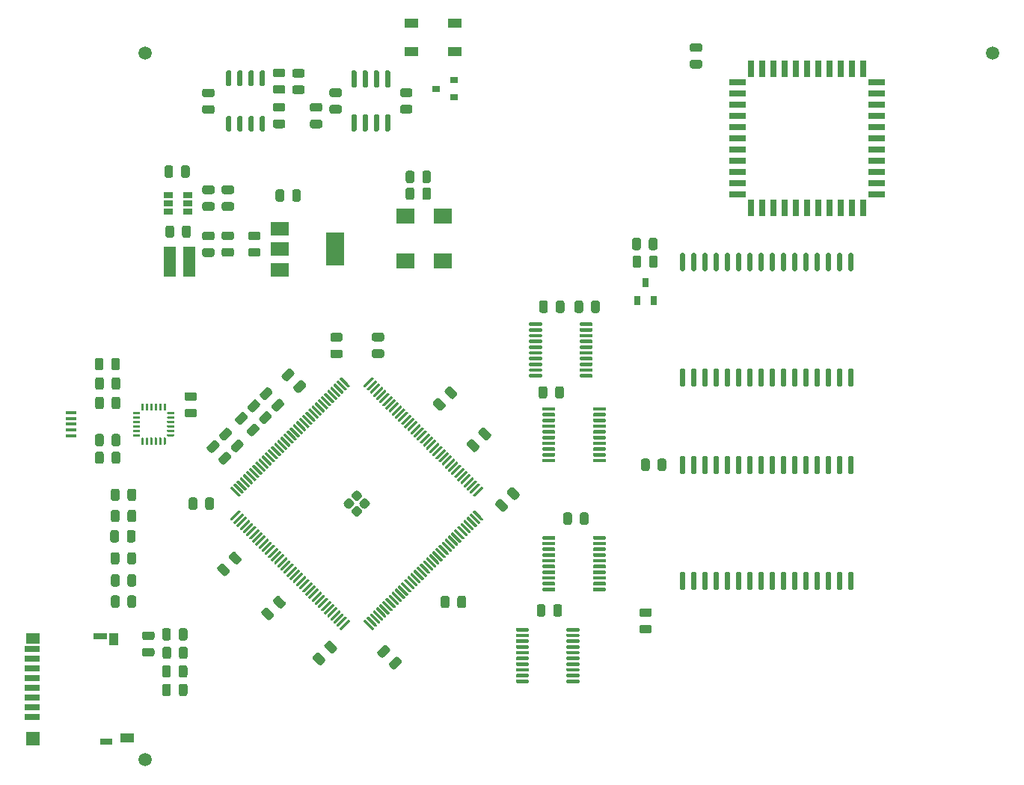
<source format=gbr>
%TF.GenerationSoftware,KiCad,Pcbnew,(5.1.6)-1*%
%TF.CreationDate,2020-07-06T11:54:37-04:00*%
%TF.ProjectId,hd6309sbc_v2,68643633-3039-4736-9263-5f76322e6b69,rev?*%
%TF.SameCoordinates,Original*%
%TF.FileFunction,Paste,Top*%
%TF.FilePolarity,Positive*%
%FSLAX46Y46*%
G04 Gerber Fmt 4.6, Leading zero omitted, Abs format (unit mm)*
G04 Created by KiCad (PCBNEW (5.1.6)-1) date 2020-07-06 11:54:37*
%MOMM*%
%LPD*%
G01*
G04 APERTURE LIST*
%ADD10R,1.300000X0.450000*%
%ADD11C,1.500000*%
%ADD12R,0.800000X1.100000*%
%ADD13R,1.750000X0.700000*%
%ADD14R,1.500000X1.300000*%
%ADD15R,1.500000X0.800000*%
%ADD16R,1.000000X1.450000*%
%ADD17R,1.400000X0.800000*%
%ADD18R,1.500000X1.500000*%
%ADD19R,1.550000X1.000000*%
%ADD20R,1.350000X3.400000*%
%ADD21R,0.700000X1.925000*%
%ADD22R,1.925000X0.700000*%
%ADD23R,1.060000X0.650000*%
%ADD24R,2.000000X3.800000*%
%ADD25R,2.000000X1.500000*%
%ADD26R,2.000000X1.800000*%
%ADD27R,0.900000X0.800000*%
%ADD28R,1.500000X1.000000*%
G04 APERTURE END LIST*
%TO.C,C29*%
G36*
G01*
X94512500Y-73543750D02*
X94512500Y-74456250D01*
G75*
G02*
X94268750Y-74700000I-243750J0D01*
G01*
X93781250Y-74700000D01*
G75*
G02*
X93537500Y-74456250I0J243750D01*
G01*
X93537500Y-73543750D01*
G75*
G02*
X93781250Y-73300000I243750J0D01*
G01*
X94268750Y-73300000D01*
G75*
G02*
X94512500Y-73543750I0J-243750D01*
G01*
G37*
G36*
G01*
X96387500Y-73543750D02*
X96387500Y-74456250D01*
G75*
G02*
X96143750Y-74700000I-243750J0D01*
G01*
X95656250Y-74700000D01*
G75*
G02*
X95412500Y-74456250I0J243750D01*
G01*
X95412500Y-73543750D01*
G75*
G02*
X95656250Y-73300000I243750J0D01*
G01*
X96143750Y-73300000D01*
G75*
G02*
X96387500Y-73543750I0J-243750D01*
G01*
G37*
%TD*%
%TO.C,R29*%
G36*
G01*
X94512500Y-75443750D02*
X94512500Y-76356250D01*
G75*
G02*
X94268750Y-76600000I-243750J0D01*
G01*
X93781250Y-76600000D01*
G75*
G02*
X93537500Y-76356250I0J243750D01*
G01*
X93537500Y-75443750D01*
G75*
G02*
X93781250Y-75200000I243750J0D01*
G01*
X94268750Y-75200000D01*
G75*
G02*
X94512500Y-75443750I0J-243750D01*
G01*
G37*
G36*
G01*
X96387500Y-75443750D02*
X96387500Y-76356250D01*
G75*
G02*
X96143750Y-76600000I-243750J0D01*
G01*
X95656250Y-76600000D01*
G75*
G02*
X95412500Y-76356250I0J243750D01*
G01*
X95412500Y-75443750D01*
G75*
G02*
X95656250Y-75200000I243750J0D01*
G01*
X96143750Y-75200000D01*
G75*
G02*
X96387500Y-75443750I0J-243750D01*
G01*
G37*
%TD*%
%TO.C,U5*%
G36*
G01*
X88707106Y-111537401D02*
X88346482Y-111176777D01*
G75*
G02*
X88346482Y-110823223I176777J176777D01*
G01*
X88707106Y-110462599D01*
G75*
G02*
X89060660Y-110462599I176777J-176777D01*
G01*
X89421284Y-110823223D01*
G75*
G02*
X89421284Y-111176777I-176777J-176777D01*
G01*
X89060660Y-111537401D01*
G75*
G02*
X88707106Y-111537401I-176777J176777D01*
G01*
G37*
G36*
G01*
X87823223Y-110653518D02*
X87462599Y-110292894D01*
G75*
G02*
X87462599Y-109939340I176777J176777D01*
G01*
X87823223Y-109578716D01*
G75*
G02*
X88176777Y-109578716I176777J-176777D01*
G01*
X88537401Y-109939340D01*
G75*
G02*
X88537401Y-110292894I-176777J-176777D01*
G01*
X88176777Y-110653518D01*
G75*
G02*
X87823223Y-110653518I-176777J176777D01*
G01*
G37*
G36*
G01*
X87823223Y-112421284D02*
X87462599Y-112060660D01*
G75*
G02*
X87462599Y-111707106I176777J176777D01*
G01*
X87823223Y-111346482D01*
G75*
G02*
X88176777Y-111346482I176777J-176777D01*
G01*
X88537401Y-111707106D01*
G75*
G02*
X88537401Y-112060660I-176777J-176777D01*
G01*
X88176777Y-112421284D01*
G75*
G02*
X87823223Y-112421284I-176777J176777D01*
G01*
G37*
G36*
G01*
X86939340Y-111537401D02*
X86578716Y-111176777D01*
G75*
G02*
X86578716Y-110823223I176777J176777D01*
G01*
X86939340Y-110462599D01*
G75*
G02*
X87292894Y-110462599I176777J-176777D01*
G01*
X87653518Y-110823223D01*
G75*
G02*
X87653518Y-111176777I-176777J-176777D01*
G01*
X87292894Y-111537401D01*
G75*
G02*
X86939340Y-111537401I-176777J176777D01*
G01*
G37*
G36*
G01*
X74635682Y-110222182D02*
X73698766Y-109285266D01*
G75*
G02*
X73698766Y-109179200I53033J53033D01*
G01*
X73804832Y-109073134D01*
G75*
G02*
X73910898Y-109073134I53033J-53033D01*
G01*
X74847814Y-110010050D01*
G75*
G02*
X74847814Y-110116116I-53033J-53033D01*
G01*
X74741748Y-110222182D01*
G75*
G02*
X74635682Y-110222182I-53033J53033D01*
G01*
G37*
G36*
G01*
X74989235Y-109868629D02*
X74052319Y-108931713D01*
G75*
G02*
X74052319Y-108825647I53033J53033D01*
G01*
X74158385Y-108719581D01*
G75*
G02*
X74264451Y-108719581I53033J-53033D01*
G01*
X75201367Y-109656497D01*
G75*
G02*
X75201367Y-109762563I-53033J-53033D01*
G01*
X75095301Y-109868629D01*
G75*
G02*
X74989235Y-109868629I-53033J53033D01*
G01*
G37*
G36*
G01*
X75342788Y-109515075D02*
X74405872Y-108578159D01*
G75*
G02*
X74405872Y-108472093I53033J53033D01*
G01*
X74511938Y-108366027D01*
G75*
G02*
X74618004Y-108366027I53033J-53033D01*
G01*
X75554920Y-109302943D01*
G75*
G02*
X75554920Y-109409009I-53033J-53033D01*
G01*
X75448854Y-109515075D01*
G75*
G02*
X75342788Y-109515075I-53033J53033D01*
G01*
G37*
G36*
G01*
X75696342Y-109161522D02*
X74759426Y-108224606D01*
G75*
G02*
X74759426Y-108118540I53033J53033D01*
G01*
X74865492Y-108012474D01*
G75*
G02*
X74971558Y-108012474I53033J-53033D01*
G01*
X75908474Y-108949390D01*
G75*
G02*
X75908474Y-109055456I-53033J-53033D01*
G01*
X75802408Y-109161522D01*
G75*
G02*
X75696342Y-109161522I-53033J53033D01*
G01*
G37*
G36*
G01*
X76049895Y-108807969D02*
X75112979Y-107871053D01*
G75*
G02*
X75112979Y-107764987I53033J53033D01*
G01*
X75219045Y-107658921D01*
G75*
G02*
X75325111Y-107658921I53033J-53033D01*
G01*
X76262027Y-108595837D01*
G75*
G02*
X76262027Y-108701903I-53033J-53033D01*
G01*
X76155961Y-108807969D01*
G75*
G02*
X76049895Y-108807969I-53033J53033D01*
G01*
G37*
G36*
G01*
X76403449Y-108454415D02*
X75466533Y-107517499D01*
G75*
G02*
X75466533Y-107411433I53033J53033D01*
G01*
X75572599Y-107305367D01*
G75*
G02*
X75678665Y-107305367I53033J-53033D01*
G01*
X76615581Y-108242283D01*
G75*
G02*
X76615581Y-108348349I-53033J-53033D01*
G01*
X76509515Y-108454415D01*
G75*
G02*
X76403449Y-108454415I-53033J53033D01*
G01*
G37*
G36*
G01*
X76757002Y-108100862D02*
X75820086Y-107163946D01*
G75*
G02*
X75820086Y-107057880I53033J53033D01*
G01*
X75926152Y-106951814D01*
G75*
G02*
X76032218Y-106951814I53033J-53033D01*
G01*
X76969134Y-107888730D01*
G75*
G02*
X76969134Y-107994796I-53033J-53033D01*
G01*
X76863068Y-108100862D01*
G75*
G02*
X76757002Y-108100862I-53033J53033D01*
G01*
G37*
G36*
G01*
X77110555Y-107747309D02*
X76173639Y-106810393D01*
G75*
G02*
X76173639Y-106704327I53033J53033D01*
G01*
X76279705Y-106598261D01*
G75*
G02*
X76385771Y-106598261I53033J-53033D01*
G01*
X77322687Y-107535177D01*
G75*
G02*
X77322687Y-107641243I-53033J-53033D01*
G01*
X77216621Y-107747309D01*
G75*
G02*
X77110555Y-107747309I-53033J53033D01*
G01*
G37*
G36*
G01*
X77464109Y-107393755D02*
X76527193Y-106456839D01*
G75*
G02*
X76527193Y-106350773I53033J53033D01*
G01*
X76633259Y-106244707D01*
G75*
G02*
X76739325Y-106244707I53033J-53033D01*
G01*
X77676241Y-107181623D01*
G75*
G02*
X77676241Y-107287689I-53033J-53033D01*
G01*
X77570175Y-107393755D01*
G75*
G02*
X77464109Y-107393755I-53033J53033D01*
G01*
G37*
G36*
G01*
X77817662Y-107040202D02*
X76880746Y-106103286D01*
G75*
G02*
X76880746Y-105997220I53033J53033D01*
G01*
X76986812Y-105891154D01*
G75*
G02*
X77092878Y-105891154I53033J-53033D01*
G01*
X78029794Y-106828070D01*
G75*
G02*
X78029794Y-106934136I-53033J-53033D01*
G01*
X77923728Y-107040202D01*
G75*
G02*
X77817662Y-107040202I-53033J53033D01*
G01*
G37*
G36*
G01*
X78171216Y-106686648D02*
X77234300Y-105749732D01*
G75*
G02*
X77234300Y-105643666I53033J53033D01*
G01*
X77340366Y-105537600D01*
G75*
G02*
X77446432Y-105537600I53033J-53033D01*
G01*
X78383348Y-106474516D01*
G75*
G02*
X78383348Y-106580582I-53033J-53033D01*
G01*
X78277282Y-106686648D01*
G75*
G02*
X78171216Y-106686648I-53033J53033D01*
G01*
G37*
G36*
G01*
X78524769Y-106333095D02*
X77587853Y-105396179D01*
G75*
G02*
X77587853Y-105290113I53033J53033D01*
G01*
X77693919Y-105184047D01*
G75*
G02*
X77799985Y-105184047I53033J-53033D01*
G01*
X78736901Y-106120963D01*
G75*
G02*
X78736901Y-106227029I-53033J-53033D01*
G01*
X78630835Y-106333095D01*
G75*
G02*
X78524769Y-106333095I-53033J53033D01*
G01*
G37*
G36*
G01*
X78878322Y-105979542D02*
X77941406Y-105042626D01*
G75*
G02*
X77941406Y-104936560I53033J53033D01*
G01*
X78047472Y-104830494D01*
G75*
G02*
X78153538Y-104830494I53033J-53033D01*
G01*
X79090454Y-105767410D01*
G75*
G02*
X79090454Y-105873476I-53033J-53033D01*
G01*
X78984388Y-105979542D01*
G75*
G02*
X78878322Y-105979542I-53033J53033D01*
G01*
G37*
G36*
G01*
X79231876Y-105625988D02*
X78294960Y-104689072D01*
G75*
G02*
X78294960Y-104583006I53033J53033D01*
G01*
X78401026Y-104476940D01*
G75*
G02*
X78507092Y-104476940I53033J-53033D01*
G01*
X79444008Y-105413856D01*
G75*
G02*
X79444008Y-105519922I-53033J-53033D01*
G01*
X79337942Y-105625988D01*
G75*
G02*
X79231876Y-105625988I-53033J53033D01*
G01*
G37*
G36*
G01*
X79585429Y-105272435D02*
X78648513Y-104335519D01*
G75*
G02*
X78648513Y-104229453I53033J53033D01*
G01*
X78754579Y-104123387D01*
G75*
G02*
X78860645Y-104123387I53033J-53033D01*
G01*
X79797561Y-105060303D01*
G75*
G02*
X79797561Y-105166369I-53033J-53033D01*
G01*
X79691495Y-105272435D01*
G75*
G02*
X79585429Y-105272435I-53033J53033D01*
G01*
G37*
G36*
G01*
X79938982Y-104918881D02*
X79002066Y-103981965D01*
G75*
G02*
X79002066Y-103875899I53033J53033D01*
G01*
X79108132Y-103769833D01*
G75*
G02*
X79214198Y-103769833I53033J-53033D01*
G01*
X80151114Y-104706749D01*
G75*
G02*
X80151114Y-104812815I-53033J-53033D01*
G01*
X80045048Y-104918881D01*
G75*
G02*
X79938982Y-104918881I-53033J53033D01*
G01*
G37*
G36*
G01*
X80292536Y-104565328D02*
X79355620Y-103628412D01*
G75*
G02*
X79355620Y-103522346I53033J53033D01*
G01*
X79461686Y-103416280D01*
G75*
G02*
X79567752Y-103416280I53033J-53033D01*
G01*
X80504668Y-104353196D01*
G75*
G02*
X80504668Y-104459262I-53033J-53033D01*
G01*
X80398602Y-104565328D01*
G75*
G02*
X80292536Y-104565328I-53033J53033D01*
G01*
G37*
G36*
G01*
X80646089Y-104211775D02*
X79709173Y-103274859D01*
G75*
G02*
X79709173Y-103168793I53033J53033D01*
G01*
X79815239Y-103062727D01*
G75*
G02*
X79921305Y-103062727I53033J-53033D01*
G01*
X80858221Y-103999643D01*
G75*
G02*
X80858221Y-104105709I-53033J-53033D01*
G01*
X80752155Y-104211775D01*
G75*
G02*
X80646089Y-104211775I-53033J53033D01*
G01*
G37*
G36*
G01*
X80999643Y-103858221D02*
X80062727Y-102921305D01*
G75*
G02*
X80062727Y-102815239I53033J53033D01*
G01*
X80168793Y-102709173D01*
G75*
G02*
X80274859Y-102709173I53033J-53033D01*
G01*
X81211775Y-103646089D01*
G75*
G02*
X81211775Y-103752155I-53033J-53033D01*
G01*
X81105709Y-103858221D01*
G75*
G02*
X80999643Y-103858221I-53033J53033D01*
G01*
G37*
G36*
G01*
X81353196Y-103504668D02*
X80416280Y-102567752D01*
G75*
G02*
X80416280Y-102461686I53033J53033D01*
G01*
X80522346Y-102355620D01*
G75*
G02*
X80628412Y-102355620I53033J-53033D01*
G01*
X81565328Y-103292536D01*
G75*
G02*
X81565328Y-103398602I-53033J-53033D01*
G01*
X81459262Y-103504668D01*
G75*
G02*
X81353196Y-103504668I-53033J53033D01*
G01*
G37*
G36*
G01*
X81706749Y-103151114D02*
X80769833Y-102214198D01*
G75*
G02*
X80769833Y-102108132I53033J53033D01*
G01*
X80875899Y-102002066D01*
G75*
G02*
X80981965Y-102002066I53033J-53033D01*
G01*
X81918881Y-102938982D01*
G75*
G02*
X81918881Y-103045048I-53033J-53033D01*
G01*
X81812815Y-103151114D01*
G75*
G02*
X81706749Y-103151114I-53033J53033D01*
G01*
G37*
G36*
G01*
X82060303Y-102797561D02*
X81123387Y-101860645D01*
G75*
G02*
X81123387Y-101754579I53033J53033D01*
G01*
X81229453Y-101648513D01*
G75*
G02*
X81335519Y-101648513I53033J-53033D01*
G01*
X82272435Y-102585429D01*
G75*
G02*
X82272435Y-102691495I-53033J-53033D01*
G01*
X82166369Y-102797561D01*
G75*
G02*
X82060303Y-102797561I-53033J53033D01*
G01*
G37*
G36*
G01*
X82413856Y-102444008D02*
X81476940Y-101507092D01*
G75*
G02*
X81476940Y-101401026I53033J53033D01*
G01*
X81583006Y-101294960D01*
G75*
G02*
X81689072Y-101294960I53033J-53033D01*
G01*
X82625988Y-102231876D01*
G75*
G02*
X82625988Y-102337942I-53033J-53033D01*
G01*
X82519922Y-102444008D01*
G75*
G02*
X82413856Y-102444008I-53033J53033D01*
G01*
G37*
G36*
G01*
X82767410Y-102090454D02*
X81830494Y-101153538D01*
G75*
G02*
X81830494Y-101047472I53033J53033D01*
G01*
X81936560Y-100941406D01*
G75*
G02*
X82042626Y-100941406I53033J-53033D01*
G01*
X82979542Y-101878322D01*
G75*
G02*
X82979542Y-101984388I-53033J-53033D01*
G01*
X82873476Y-102090454D01*
G75*
G02*
X82767410Y-102090454I-53033J53033D01*
G01*
G37*
G36*
G01*
X83120963Y-101736901D02*
X82184047Y-100799985D01*
G75*
G02*
X82184047Y-100693919I53033J53033D01*
G01*
X82290113Y-100587853D01*
G75*
G02*
X82396179Y-100587853I53033J-53033D01*
G01*
X83333095Y-101524769D01*
G75*
G02*
X83333095Y-101630835I-53033J-53033D01*
G01*
X83227029Y-101736901D01*
G75*
G02*
X83120963Y-101736901I-53033J53033D01*
G01*
G37*
G36*
G01*
X83474516Y-101383348D02*
X82537600Y-100446432D01*
G75*
G02*
X82537600Y-100340366I53033J53033D01*
G01*
X82643666Y-100234300D01*
G75*
G02*
X82749732Y-100234300I53033J-53033D01*
G01*
X83686648Y-101171216D01*
G75*
G02*
X83686648Y-101277282I-53033J-53033D01*
G01*
X83580582Y-101383348D01*
G75*
G02*
X83474516Y-101383348I-53033J53033D01*
G01*
G37*
G36*
G01*
X83828070Y-101029794D02*
X82891154Y-100092878D01*
G75*
G02*
X82891154Y-99986812I53033J53033D01*
G01*
X82997220Y-99880746D01*
G75*
G02*
X83103286Y-99880746I53033J-53033D01*
G01*
X84040202Y-100817662D01*
G75*
G02*
X84040202Y-100923728I-53033J-53033D01*
G01*
X83934136Y-101029794D01*
G75*
G02*
X83828070Y-101029794I-53033J53033D01*
G01*
G37*
G36*
G01*
X84181623Y-100676241D02*
X83244707Y-99739325D01*
G75*
G02*
X83244707Y-99633259I53033J53033D01*
G01*
X83350773Y-99527193D01*
G75*
G02*
X83456839Y-99527193I53033J-53033D01*
G01*
X84393755Y-100464109D01*
G75*
G02*
X84393755Y-100570175I-53033J-53033D01*
G01*
X84287689Y-100676241D01*
G75*
G02*
X84181623Y-100676241I-53033J53033D01*
G01*
G37*
G36*
G01*
X84535177Y-100322687D02*
X83598261Y-99385771D01*
G75*
G02*
X83598261Y-99279705I53033J53033D01*
G01*
X83704327Y-99173639D01*
G75*
G02*
X83810393Y-99173639I53033J-53033D01*
G01*
X84747309Y-100110555D01*
G75*
G02*
X84747309Y-100216621I-53033J-53033D01*
G01*
X84641243Y-100322687D01*
G75*
G02*
X84535177Y-100322687I-53033J53033D01*
G01*
G37*
G36*
G01*
X84888730Y-99969134D02*
X83951814Y-99032218D01*
G75*
G02*
X83951814Y-98926152I53033J53033D01*
G01*
X84057880Y-98820086D01*
G75*
G02*
X84163946Y-98820086I53033J-53033D01*
G01*
X85100862Y-99757002D01*
G75*
G02*
X85100862Y-99863068I-53033J-53033D01*
G01*
X84994796Y-99969134D01*
G75*
G02*
X84888730Y-99969134I-53033J53033D01*
G01*
G37*
G36*
G01*
X85242283Y-99615581D02*
X84305367Y-98678665D01*
G75*
G02*
X84305367Y-98572599I53033J53033D01*
G01*
X84411433Y-98466533D01*
G75*
G02*
X84517499Y-98466533I53033J-53033D01*
G01*
X85454415Y-99403449D01*
G75*
G02*
X85454415Y-99509515I-53033J-53033D01*
G01*
X85348349Y-99615581D01*
G75*
G02*
X85242283Y-99615581I-53033J53033D01*
G01*
G37*
G36*
G01*
X85595837Y-99262027D02*
X84658921Y-98325111D01*
G75*
G02*
X84658921Y-98219045I53033J53033D01*
G01*
X84764987Y-98112979D01*
G75*
G02*
X84871053Y-98112979I53033J-53033D01*
G01*
X85807969Y-99049895D01*
G75*
G02*
X85807969Y-99155961I-53033J-53033D01*
G01*
X85701903Y-99262027D01*
G75*
G02*
X85595837Y-99262027I-53033J53033D01*
G01*
G37*
G36*
G01*
X85949390Y-98908474D02*
X85012474Y-97971558D01*
G75*
G02*
X85012474Y-97865492I53033J53033D01*
G01*
X85118540Y-97759426D01*
G75*
G02*
X85224606Y-97759426I53033J-53033D01*
G01*
X86161522Y-98696342D01*
G75*
G02*
X86161522Y-98802408I-53033J-53033D01*
G01*
X86055456Y-98908474D01*
G75*
G02*
X85949390Y-98908474I-53033J53033D01*
G01*
G37*
G36*
G01*
X86302943Y-98554920D02*
X85366027Y-97618004D01*
G75*
G02*
X85366027Y-97511938I53033J53033D01*
G01*
X85472093Y-97405872D01*
G75*
G02*
X85578159Y-97405872I53033J-53033D01*
G01*
X86515075Y-98342788D01*
G75*
G02*
X86515075Y-98448854I-53033J-53033D01*
G01*
X86409009Y-98554920D01*
G75*
G02*
X86302943Y-98554920I-53033J53033D01*
G01*
G37*
G36*
G01*
X86656497Y-98201367D02*
X85719581Y-97264451D01*
G75*
G02*
X85719581Y-97158385I53033J53033D01*
G01*
X85825647Y-97052319D01*
G75*
G02*
X85931713Y-97052319I53033J-53033D01*
G01*
X86868629Y-97989235D01*
G75*
G02*
X86868629Y-98095301I-53033J-53033D01*
G01*
X86762563Y-98201367D01*
G75*
G02*
X86656497Y-98201367I-53033J53033D01*
G01*
G37*
G36*
G01*
X87010050Y-97847814D02*
X86073134Y-96910898D01*
G75*
G02*
X86073134Y-96804832I53033J53033D01*
G01*
X86179200Y-96698766D01*
G75*
G02*
X86285266Y-96698766I53033J-53033D01*
G01*
X87222182Y-97635682D01*
G75*
G02*
X87222182Y-97741748I-53033J-53033D01*
G01*
X87116116Y-97847814D01*
G75*
G02*
X87010050Y-97847814I-53033J53033D01*
G01*
G37*
G36*
G01*
X88883884Y-97847814D02*
X88777818Y-97741748D01*
G75*
G02*
X88777818Y-97635682I53033J53033D01*
G01*
X89714734Y-96698766D01*
G75*
G02*
X89820800Y-96698766I53033J-53033D01*
G01*
X89926866Y-96804832D01*
G75*
G02*
X89926866Y-96910898I-53033J-53033D01*
G01*
X88989950Y-97847814D01*
G75*
G02*
X88883884Y-97847814I-53033J53033D01*
G01*
G37*
G36*
G01*
X89237437Y-98201367D02*
X89131371Y-98095301D01*
G75*
G02*
X89131371Y-97989235I53033J53033D01*
G01*
X90068287Y-97052319D01*
G75*
G02*
X90174353Y-97052319I53033J-53033D01*
G01*
X90280419Y-97158385D01*
G75*
G02*
X90280419Y-97264451I-53033J-53033D01*
G01*
X89343503Y-98201367D01*
G75*
G02*
X89237437Y-98201367I-53033J53033D01*
G01*
G37*
G36*
G01*
X89590991Y-98554920D02*
X89484925Y-98448854D01*
G75*
G02*
X89484925Y-98342788I53033J53033D01*
G01*
X90421841Y-97405872D01*
G75*
G02*
X90527907Y-97405872I53033J-53033D01*
G01*
X90633973Y-97511938D01*
G75*
G02*
X90633973Y-97618004I-53033J-53033D01*
G01*
X89697057Y-98554920D01*
G75*
G02*
X89590991Y-98554920I-53033J53033D01*
G01*
G37*
G36*
G01*
X89944544Y-98908474D02*
X89838478Y-98802408D01*
G75*
G02*
X89838478Y-98696342I53033J53033D01*
G01*
X90775394Y-97759426D01*
G75*
G02*
X90881460Y-97759426I53033J-53033D01*
G01*
X90987526Y-97865492D01*
G75*
G02*
X90987526Y-97971558I-53033J-53033D01*
G01*
X90050610Y-98908474D01*
G75*
G02*
X89944544Y-98908474I-53033J53033D01*
G01*
G37*
G36*
G01*
X90298097Y-99262027D02*
X90192031Y-99155961D01*
G75*
G02*
X90192031Y-99049895I53033J53033D01*
G01*
X91128947Y-98112979D01*
G75*
G02*
X91235013Y-98112979I53033J-53033D01*
G01*
X91341079Y-98219045D01*
G75*
G02*
X91341079Y-98325111I-53033J-53033D01*
G01*
X90404163Y-99262027D01*
G75*
G02*
X90298097Y-99262027I-53033J53033D01*
G01*
G37*
G36*
G01*
X90651651Y-99615581D02*
X90545585Y-99509515D01*
G75*
G02*
X90545585Y-99403449I53033J53033D01*
G01*
X91482501Y-98466533D01*
G75*
G02*
X91588567Y-98466533I53033J-53033D01*
G01*
X91694633Y-98572599D01*
G75*
G02*
X91694633Y-98678665I-53033J-53033D01*
G01*
X90757717Y-99615581D01*
G75*
G02*
X90651651Y-99615581I-53033J53033D01*
G01*
G37*
G36*
G01*
X91005204Y-99969134D02*
X90899138Y-99863068D01*
G75*
G02*
X90899138Y-99757002I53033J53033D01*
G01*
X91836054Y-98820086D01*
G75*
G02*
X91942120Y-98820086I53033J-53033D01*
G01*
X92048186Y-98926152D01*
G75*
G02*
X92048186Y-99032218I-53033J-53033D01*
G01*
X91111270Y-99969134D01*
G75*
G02*
X91005204Y-99969134I-53033J53033D01*
G01*
G37*
G36*
G01*
X91358757Y-100322687D02*
X91252691Y-100216621D01*
G75*
G02*
X91252691Y-100110555I53033J53033D01*
G01*
X92189607Y-99173639D01*
G75*
G02*
X92295673Y-99173639I53033J-53033D01*
G01*
X92401739Y-99279705D01*
G75*
G02*
X92401739Y-99385771I-53033J-53033D01*
G01*
X91464823Y-100322687D01*
G75*
G02*
X91358757Y-100322687I-53033J53033D01*
G01*
G37*
G36*
G01*
X91712311Y-100676241D02*
X91606245Y-100570175D01*
G75*
G02*
X91606245Y-100464109I53033J53033D01*
G01*
X92543161Y-99527193D01*
G75*
G02*
X92649227Y-99527193I53033J-53033D01*
G01*
X92755293Y-99633259D01*
G75*
G02*
X92755293Y-99739325I-53033J-53033D01*
G01*
X91818377Y-100676241D01*
G75*
G02*
X91712311Y-100676241I-53033J53033D01*
G01*
G37*
G36*
G01*
X92065864Y-101029794D02*
X91959798Y-100923728D01*
G75*
G02*
X91959798Y-100817662I53033J53033D01*
G01*
X92896714Y-99880746D01*
G75*
G02*
X93002780Y-99880746I53033J-53033D01*
G01*
X93108846Y-99986812D01*
G75*
G02*
X93108846Y-100092878I-53033J-53033D01*
G01*
X92171930Y-101029794D01*
G75*
G02*
X92065864Y-101029794I-53033J53033D01*
G01*
G37*
G36*
G01*
X92419418Y-101383348D02*
X92313352Y-101277282D01*
G75*
G02*
X92313352Y-101171216I53033J53033D01*
G01*
X93250268Y-100234300D01*
G75*
G02*
X93356334Y-100234300I53033J-53033D01*
G01*
X93462400Y-100340366D01*
G75*
G02*
X93462400Y-100446432I-53033J-53033D01*
G01*
X92525484Y-101383348D01*
G75*
G02*
X92419418Y-101383348I-53033J53033D01*
G01*
G37*
G36*
G01*
X92772971Y-101736901D02*
X92666905Y-101630835D01*
G75*
G02*
X92666905Y-101524769I53033J53033D01*
G01*
X93603821Y-100587853D01*
G75*
G02*
X93709887Y-100587853I53033J-53033D01*
G01*
X93815953Y-100693919D01*
G75*
G02*
X93815953Y-100799985I-53033J-53033D01*
G01*
X92879037Y-101736901D01*
G75*
G02*
X92772971Y-101736901I-53033J53033D01*
G01*
G37*
G36*
G01*
X93126524Y-102090454D02*
X93020458Y-101984388D01*
G75*
G02*
X93020458Y-101878322I53033J53033D01*
G01*
X93957374Y-100941406D01*
G75*
G02*
X94063440Y-100941406I53033J-53033D01*
G01*
X94169506Y-101047472D01*
G75*
G02*
X94169506Y-101153538I-53033J-53033D01*
G01*
X93232590Y-102090454D01*
G75*
G02*
X93126524Y-102090454I-53033J53033D01*
G01*
G37*
G36*
G01*
X93480078Y-102444008D02*
X93374012Y-102337942D01*
G75*
G02*
X93374012Y-102231876I53033J53033D01*
G01*
X94310928Y-101294960D01*
G75*
G02*
X94416994Y-101294960I53033J-53033D01*
G01*
X94523060Y-101401026D01*
G75*
G02*
X94523060Y-101507092I-53033J-53033D01*
G01*
X93586144Y-102444008D01*
G75*
G02*
X93480078Y-102444008I-53033J53033D01*
G01*
G37*
G36*
G01*
X93833631Y-102797561D02*
X93727565Y-102691495D01*
G75*
G02*
X93727565Y-102585429I53033J53033D01*
G01*
X94664481Y-101648513D01*
G75*
G02*
X94770547Y-101648513I53033J-53033D01*
G01*
X94876613Y-101754579D01*
G75*
G02*
X94876613Y-101860645I-53033J-53033D01*
G01*
X93939697Y-102797561D01*
G75*
G02*
X93833631Y-102797561I-53033J53033D01*
G01*
G37*
G36*
G01*
X94187185Y-103151114D02*
X94081119Y-103045048D01*
G75*
G02*
X94081119Y-102938982I53033J53033D01*
G01*
X95018035Y-102002066D01*
G75*
G02*
X95124101Y-102002066I53033J-53033D01*
G01*
X95230167Y-102108132D01*
G75*
G02*
X95230167Y-102214198I-53033J-53033D01*
G01*
X94293251Y-103151114D01*
G75*
G02*
X94187185Y-103151114I-53033J53033D01*
G01*
G37*
G36*
G01*
X94540738Y-103504668D02*
X94434672Y-103398602D01*
G75*
G02*
X94434672Y-103292536I53033J53033D01*
G01*
X95371588Y-102355620D01*
G75*
G02*
X95477654Y-102355620I53033J-53033D01*
G01*
X95583720Y-102461686D01*
G75*
G02*
X95583720Y-102567752I-53033J-53033D01*
G01*
X94646804Y-103504668D01*
G75*
G02*
X94540738Y-103504668I-53033J53033D01*
G01*
G37*
G36*
G01*
X94894291Y-103858221D02*
X94788225Y-103752155D01*
G75*
G02*
X94788225Y-103646089I53033J53033D01*
G01*
X95725141Y-102709173D01*
G75*
G02*
X95831207Y-102709173I53033J-53033D01*
G01*
X95937273Y-102815239D01*
G75*
G02*
X95937273Y-102921305I-53033J-53033D01*
G01*
X95000357Y-103858221D01*
G75*
G02*
X94894291Y-103858221I-53033J53033D01*
G01*
G37*
G36*
G01*
X95247845Y-104211775D02*
X95141779Y-104105709D01*
G75*
G02*
X95141779Y-103999643I53033J53033D01*
G01*
X96078695Y-103062727D01*
G75*
G02*
X96184761Y-103062727I53033J-53033D01*
G01*
X96290827Y-103168793D01*
G75*
G02*
X96290827Y-103274859I-53033J-53033D01*
G01*
X95353911Y-104211775D01*
G75*
G02*
X95247845Y-104211775I-53033J53033D01*
G01*
G37*
G36*
G01*
X95601398Y-104565328D02*
X95495332Y-104459262D01*
G75*
G02*
X95495332Y-104353196I53033J53033D01*
G01*
X96432248Y-103416280D01*
G75*
G02*
X96538314Y-103416280I53033J-53033D01*
G01*
X96644380Y-103522346D01*
G75*
G02*
X96644380Y-103628412I-53033J-53033D01*
G01*
X95707464Y-104565328D01*
G75*
G02*
X95601398Y-104565328I-53033J53033D01*
G01*
G37*
G36*
G01*
X95954952Y-104918881D02*
X95848886Y-104812815D01*
G75*
G02*
X95848886Y-104706749I53033J53033D01*
G01*
X96785802Y-103769833D01*
G75*
G02*
X96891868Y-103769833I53033J-53033D01*
G01*
X96997934Y-103875899D01*
G75*
G02*
X96997934Y-103981965I-53033J-53033D01*
G01*
X96061018Y-104918881D01*
G75*
G02*
X95954952Y-104918881I-53033J53033D01*
G01*
G37*
G36*
G01*
X96308505Y-105272435D02*
X96202439Y-105166369D01*
G75*
G02*
X96202439Y-105060303I53033J53033D01*
G01*
X97139355Y-104123387D01*
G75*
G02*
X97245421Y-104123387I53033J-53033D01*
G01*
X97351487Y-104229453D01*
G75*
G02*
X97351487Y-104335519I-53033J-53033D01*
G01*
X96414571Y-105272435D01*
G75*
G02*
X96308505Y-105272435I-53033J53033D01*
G01*
G37*
G36*
G01*
X96662058Y-105625988D02*
X96555992Y-105519922D01*
G75*
G02*
X96555992Y-105413856I53033J53033D01*
G01*
X97492908Y-104476940D01*
G75*
G02*
X97598974Y-104476940I53033J-53033D01*
G01*
X97705040Y-104583006D01*
G75*
G02*
X97705040Y-104689072I-53033J-53033D01*
G01*
X96768124Y-105625988D01*
G75*
G02*
X96662058Y-105625988I-53033J53033D01*
G01*
G37*
G36*
G01*
X97015612Y-105979542D02*
X96909546Y-105873476D01*
G75*
G02*
X96909546Y-105767410I53033J53033D01*
G01*
X97846462Y-104830494D01*
G75*
G02*
X97952528Y-104830494I53033J-53033D01*
G01*
X98058594Y-104936560D01*
G75*
G02*
X98058594Y-105042626I-53033J-53033D01*
G01*
X97121678Y-105979542D01*
G75*
G02*
X97015612Y-105979542I-53033J53033D01*
G01*
G37*
G36*
G01*
X97369165Y-106333095D02*
X97263099Y-106227029D01*
G75*
G02*
X97263099Y-106120963I53033J53033D01*
G01*
X98200015Y-105184047D01*
G75*
G02*
X98306081Y-105184047I53033J-53033D01*
G01*
X98412147Y-105290113D01*
G75*
G02*
X98412147Y-105396179I-53033J-53033D01*
G01*
X97475231Y-106333095D01*
G75*
G02*
X97369165Y-106333095I-53033J53033D01*
G01*
G37*
G36*
G01*
X97722718Y-106686648D02*
X97616652Y-106580582D01*
G75*
G02*
X97616652Y-106474516I53033J53033D01*
G01*
X98553568Y-105537600D01*
G75*
G02*
X98659634Y-105537600I53033J-53033D01*
G01*
X98765700Y-105643666D01*
G75*
G02*
X98765700Y-105749732I-53033J-53033D01*
G01*
X97828784Y-106686648D01*
G75*
G02*
X97722718Y-106686648I-53033J53033D01*
G01*
G37*
G36*
G01*
X98076272Y-107040202D02*
X97970206Y-106934136D01*
G75*
G02*
X97970206Y-106828070I53033J53033D01*
G01*
X98907122Y-105891154D01*
G75*
G02*
X99013188Y-105891154I53033J-53033D01*
G01*
X99119254Y-105997220D01*
G75*
G02*
X99119254Y-106103286I-53033J-53033D01*
G01*
X98182338Y-107040202D01*
G75*
G02*
X98076272Y-107040202I-53033J53033D01*
G01*
G37*
G36*
G01*
X98429825Y-107393755D02*
X98323759Y-107287689D01*
G75*
G02*
X98323759Y-107181623I53033J53033D01*
G01*
X99260675Y-106244707D01*
G75*
G02*
X99366741Y-106244707I53033J-53033D01*
G01*
X99472807Y-106350773D01*
G75*
G02*
X99472807Y-106456839I-53033J-53033D01*
G01*
X98535891Y-107393755D01*
G75*
G02*
X98429825Y-107393755I-53033J53033D01*
G01*
G37*
G36*
G01*
X98783379Y-107747309D02*
X98677313Y-107641243D01*
G75*
G02*
X98677313Y-107535177I53033J53033D01*
G01*
X99614229Y-106598261D01*
G75*
G02*
X99720295Y-106598261I53033J-53033D01*
G01*
X99826361Y-106704327D01*
G75*
G02*
X99826361Y-106810393I-53033J-53033D01*
G01*
X98889445Y-107747309D01*
G75*
G02*
X98783379Y-107747309I-53033J53033D01*
G01*
G37*
G36*
G01*
X99136932Y-108100862D02*
X99030866Y-107994796D01*
G75*
G02*
X99030866Y-107888730I53033J53033D01*
G01*
X99967782Y-106951814D01*
G75*
G02*
X100073848Y-106951814I53033J-53033D01*
G01*
X100179914Y-107057880D01*
G75*
G02*
X100179914Y-107163946I-53033J-53033D01*
G01*
X99242998Y-108100862D01*
G75*
G02*
X99136932Y-108100862I-53033J53033D01*
G01*
G37*
G36*
G01*
X99490485Y-108454415D02*
X99384419Y-108348349D01*
G75*
G02*
X99384419Y-108242283I53033J53033D01*
G01*
X100321335Y-107305367D01*
G75*
G02*
X100427401Y-107305367I53033J-53033D01*
G01*
X100533467Y-107411433D01*
G75*
G02*
X100533467Y-107517499I-53033J-53033D01*
G01*
X99596551Y-108454415D01*
G75*
G02*
X99490485Y-108454415I-53033J53033D01*
G01*
G37*
G36*
G01*
X99844039Y-108807969D02*
X99737973Y-108701903D01*
G75*
G02*
X99737973Y-108595837I53033J53033D01*
G01*
X100674889Y-107658921D01*
G75*
G02*
X100780955Y-107658921I53033J-53033D01*
G01*
X100887021Y-107764987D01*
G75*
G02*
X100887021Y-107871053I-53033J-53033D01*
G01*
X99950105Y-108807969D01*
G75*
G02*
X99844039Y-108807969I-53033J53033D01*
G01*
G37*
G36*
G01*
X100197592Y-109161522D02*
X100091526Y-109055456D01*
G75*
G02*
X100091526Y-108949390I53033J53033D01*
G01*
X101028442Y-108012474D01*
G75*
G02*
X101134508Y-108012474I53033J-53033D01*
G01*
X101240574Y-108118540D01*
G75*
G02*
X101240574Y-108224606I-53033J-53033D01*
G01*
X100303658Y-109161522D01*
G75*
G02*
X100197592Y-109161522I-53033J53033D01*
G01*
G37*
G36*
G01*
X100551146Y-109515075D02*
X100445080Y-109409009D01*
G75*
G02*
X100445080Y-109302943I53033J53033D01*
G01*
X101381996Y-108366027D01*
G75*
G02*
X101488062Y-108366027I53033J-53033D01*
G01*
X101594128Y-108472093D01*
G75*
G02*
X101594128Y-108578159I-53033J-53033D01*
G01*
X100657212Y-109515075D01*
G75*
G02*
X100551146Y-109515075I-53033J53033D01*
G01*
G37*
G36*
G01*
X100904699Y-109868629D02*
X100798633Y-109762563D01*
G75*
G02*
X100798633Y-109656497I53033J53033D01*
G01*
X101735549Y-108719581D01*
G75*
G02*
X101841615Y-108719581I53033J-53033D01*
G01*
X101947681Y-108825647D01*
G75*
G02*
X101947681Y-108931713I-53033J-53033D01*
G01*
X101010765Y-109868629D01*
G75*
G02*
X100904699Y-109868629I-53033J53033D01*
G01*
G37*
G36*
G01*
X101258252Y-110222182D02*
X101152186Y-110116116D01*
G75*
G02*
X101152186Y-110010050I53033J53033D01*
G01*
X102089102Y-109073134D01*
G75*
G02*
X102195168Y-109073134I53033J-53033D01*
G01*
X102301234Y-109179200D01*
G75*
G02*
X102301234Y-109285266I-53033J-53033D01*
G01*
X101364318Y-110222182D01*
G75*
G02*
X101258252Y-110222182I-53033J53033D01*
G01*
G37*
G36*
G01*
X102089102Y-112926866D02*
X101152186Y-111989950D01*
G75*
G02*
X101152186Y-111883884I53033J53033D01*
G01*
X101258252Y-111777818D01*
G75*
G02*
X101364318Y-111777818I53033J-53033D01*
G01*
X102301234Y-112714734D01*
G75*
G02*
X102301234Y-112820800I-53033J-53033D01*
G01*
X102195168Y-112926866D01*
G75*
G02*
X102089102Y-112926866I-53033J53033D01*
G01*
G37*
G36*
G01*
X101735549Y-113280419D02*
X100798633Y-112343503D01*
G75*
G02*
X100798633Y-112237437I53033J53033D01*
G01*
X100904699Y-112131371D01*
G75*
G02*
X101010765Y-112131371I53033J-53033D01*
G01*
X101947681Y-113068287D01*
G75*
G02*
X101947681Y-113174353I-53033J-53033D01*
G01*
X101841615Y-113280419D01*
G75*
G02*
X101735549Y-113280419I-53033J53033D01*
G01*
G37*
G36*
G01*
X101381996Y-113633973D02*
X100445080Y-112697057D01*
G75*
G02*
X100445080Y-112590991I53033J53033D01*
G01*
X100551146Y-112484925D01*
G75*
G02*
X100657212Y-112484925I53033J-53033D01*
G01*
X101594128Y-113421841D01*
G75*
G02*
X101594128Y-113527907I-53033J-53033D01*
G01*
X101488062Y-113633973D01*
G75*
G02*
X101381996Y-113633973I-53033J53033D01*
G01*
G37*
G36*
G01*
X101028442Y-113987526D02*
X100091526Y-113050610D01*
G75*
G02*
X100091526Y-112944544I53033J53033D01*
G01*
X100197592Y-112838478D01*
G75*
G02*
X100303658Y-112838478I53033J-53033D01*
G01*
X101240574Y-113775394D01*
G75*
G02*
X101240574Y-113881460I-53033J-53033D01*
G01*
X101134508Y-113987526D01*
G75*
G02*
X101028442Y-113987526I-53033J53033D01*
G01*
G37*
G36*
G01*
X100674889Y-114341079D02*
X99737973Y-113404163D01*
G75*
G02*
X99737973Y-113298097I53033J53033D01*
G01*
X99844039Y-113192031D01*
G75*
G02*
X99950105Y-113192031I53033J-53033D01*
G01*
X100887021Y-114128947D01*
G75*
G02*
X100887021Y-114235013I-53033J-53033D01*
G01*
X100780955Y-114341079D01*
G75*
G02*
X100674889Y-114341079I-53033J53033D01*
G01*
G37*
G36*
G01*
X100321335Y-114694633D02*
X99384419Y-113757717D01*
G75*
G02*
X99384419Y-113651651I53033J53033D01*
G01*
X99490485Y-113545585D01*
G75*
G02*
X99596551Y-113545585I53033J-53033D01*
G01*
X100533467Y-114482501D01*
G75*
G02*
X100533467Y-114588567I-53033J-53033D01*
G01*
X100427401Y-114694633D01*
G75*
G02*
X100321335Y-114694633I-53033J53033D01*
G01*
G37*
G36*
G01*
X99967782Y-115048186D02*
X99030866Y-114111270D01*
G75*
G02*
X99030866Y-114005204I53033J53033D01*
G01*
X99136932Y-113899138D01*
G75*
G02*
X99242998Y-113899138I53033J-53033D01*
G01*
X100179914Y-114836054D01*
G75*
G02*
X100179914Y-114942120I-53033J-53033D01*
G01*
X100073848Y-115048186D01*
G75*
G02*
X99967782Y-115048186I-53033J53033D01*
G01*
G37*
G36*
G01*
X99614229Y-115401739D02*
X98677313Y-114464823D01*
G75*
G02*
X98677313Y-114358757I53033J53033D01*
G01*
X98783379Y-114252691D01*
G75*
G02*
X98889445Y-114252691I53033J-53033D01*
G01*
X99826361Y-115189607D01*
G75*
G02*
X99826361Y-115295673I-53033J-53033D01*
G01*
X99720295Y-115401739D01*
G75*
G02*
X99614229Y-115401739I-53033J53033D01*
G01*
G37*
G36*
G01*
X99260675Y-115755293D02*
X98323759Y-114818377D01*
G75*
G02*
X98323759Y-114712311I53033J53033D01*
G01*
X98429825Y-114606245D01*
G75*
G02*
X98535891Y-114606245I53033J-53033D01*
G01*
X99472807Y-115543161D01*
G75*
G02*
X99472807Y-115649227I-53033J-53033D01*
G01*
X99366741Y-115755293D01*
G75*
G02*
X99260675Y-115755293I-53033J53033D01*
G01*
G37*
G36*
G01*
X98907122Y-116108846D02*
X97970206Y-115171930D01*
G75*
G02*
X97970206Y-115065864I53033J53033D01*
G01*
X98076272Y-114959798D01*
G75*
G02*
X98182338Y-114959798I53033J-53033D01*
G01*
X99119254Y-115896714D01*
G75*
G02*
X99119254Y-116002780I-53033J-53033D01*
G01*
X99013188Y-116108846D01*
G75*
G02*
X98907122Y-116108846I-53033J53033D01*
G01*
G37*
G36*
G01*
X98553568Y-116462400D02*
X97616652Y-115525484D01*
G75*
G02*
X97616652Y-115419418I53033J53033D01*
G01*
X97722718Y-115313352D01*
G75*
G02*
X97828784Y-115313352I53033J-53033D01*
G01*
X98765700Y-116250268D01*
G75*
G02*
X98765700Y-116356334I-53033J-53033D01*
G01*
X98659634Y-116462400D01*
G75*
G02*
X98553568Y-116462400I-53033J53033D01*
G01*
G37*
G36*
G01*
X98200015Y-116815953D02*
X97263099Y-115879037D01*
G75*
G02*
X97263099Y-115772971I53033J53033D01*
G01*
X97369165Y-115666905D01*
G75*
G02*
X97475231Y-115666905I53033J-53033D01*
G01*
X98412147Y-116603821D01*
G75*
G02*
X98412147Y-116709887I-53033J-53033D01*
G01*
X98306081Y-116815953D01*
G75*
G02*
X98200015Y-116815953I-53033J53033D01*
G01*
G37*
G36*
G01*
X97846462Y-117169506D02*
X96909546Y-116232590D01*
G75*
G02*
X96909546Y-116126524I53033J53033D01*
G01*
X97015612Y-116020458D01*
G75*
G02*
X97121678Y-116020458I53033J-53033D01*
G01*
X98058594Y-116957374D01*
G75*
G02*
X98058594Y-117063440I-53033J-53033D01*
G01*
X97952528Y-117169506D01*
G75*
G02*
X97846462Y-117169506I-53033J53033D01*
G01*
G37*
G36*
G01*
X97492908Y-117523060D02*
X96555992Y-116586144D01*
G75*
G02*
X96555992Y-116480078I53033J53033D01*
G01*
X96662058Y-116374012D01*
G75*
G02*
X96768124Y-116374012I53033J-53033D01*
G01*
X97705040Y-117310928D01*
G75*
G02*
X97705040Y-117416994I-53033J-53033D01*
G01*
X97598974Y-117523060D01*
G75*
G02*
X97492908Y-117523060I-53033J53033D01*
G01*
G37*
G36*
G01*
X97139355Y-117876613D02*
X96202439Y-116939697D01*
G75*
G02*
X96202439Y-116833631I53033J53033D01*
G01*
X96308505Y-116727565D01*
G75*
G02*
X96414571Y-116727565I53033J-53033D01*
G01*
X97351487Y-117664481D01*
G75*
G02*
X97351487Y-117770547I-53033J-53033D01*
G01*
X97245421Y-117876613D01*
G75*
G02*
X97139355Y-117876613I-53033J53033D01*
G01*
G37*
G36*
G01*
X96785802Y-118230167D02*
X95848886Y-117293251D01*
G75*
G02*
X95848886Y-117187185I53033J53033D01*
G01*
X95954952Y-117081119D01*
G75*
G02*
X96061018Y-117081119I53033J-53033D01*
G01*
X96997934Y-118018035D01*
G75*
G02*
X96997934Y-118124101I-53033J-53033D01*
G01*
X96891868Y-118230167D01*
G75*
G02*
X96785802Y-118230167I-53033J53033D01*
G01*
G37*
G36*
G01*
X96432248Y-118583720D02*
X95495332Y-117646804D01*
G75*
G02*
X95495332Y-117540738I53033J53033D01*
G01*
X95601398Y-117434672D01*
G75*
G02*
X95707464Y-117434672I53033J-53033D01*
G01*
X96644380Y-118371588D01*
G75*
G02*
X96644380Y-118477654I-53033J-53033D01*
G01*
X96538314Y-118583720D01*
G75*
G02*
X96432248Y-118583720I-53033J53033D01*
G01*
G37*
G36*
G01*
X96078695Y-118937273D02*
X95141779Y-118000357D01*
G75*
G02*
X95141779Y-117894291I53033J53033D01*
G01*
X95247845Y-117788225D01*
G75*
G02*
X95353911Y-117788225I53033J-53033D01*
G01*
X96290827Y-118725141D01*
G75*
G02*
X96290827Y-118831207I-53033J-53033D01*
G01*
X96184761Y-118937273D01*
G75*
G02*
X96078695Y-118937273I-53033J53033D01*
G01*
G37*
G36*
G01*
X95725141Y-119290827D02*
X94788225Y-118353911D01*
G75*
G02*
X94788225Y-118247845I53033J53033D01*
G01*
X94894291Y-118141779D01*
G75*
G02*
X95000357Y-118141779I53033J-53033D01*
G01*
X95937273Y-119078695D01*
G75*
G02*
X95937273Y-119184761I-53033J-53033D01*
G01*
X95831207Y-119290827D01*
G75*
G02*
X95725141Y-119290827I-53033J53033D01*
G01*
G37*
G36*
G01*
X95371588Y-119644380D02*
X94434672Y-118707464D01*
G75*
G02*
X94434672Y-118601398I53033J53033D01*
G01*
X94540738Y-118495332D01*
G75*
G02*
X94646804Y-118495332I53033J-53033D01*
G01*
X95583720Y-119432248D01*
G75*
G02*
X95583720Y-119538314I-53033J-53033D01*
G01*
X95477654Y-119644380D01*
G75*
G02*
X95371588Y-119644380I-53033J53033D01*
G01*
G37*
G36*
G01*
X95018035Y-119997934D02*
X94081119Y-119061018D01*
G75*
G02*
X94081119Y-118954952I53033J53033D01*
G01*
X94187185Y-118848886D01*
G75*
G02*
X94293251Y-118848886I53033J-53033D01*
G01*
X95230167Y-119785802D01*
G75*
G02*
X95230167Y-119891868I-53033J-53033D01*
G01*
X95124101Y-119997934D01*
G75*
G02*
X95018035Y-119997934I-53033J53033D01*
G01*
G37*
G36*
G01*
X94664481Y-120351487D02*
X93727565Y-119414571D01*
G75*
G02*
X93727565Y-119308505I53033J53033D01*
G01*
X93833631Y-119202439D01*
G75*
G02*
X93939697Y-119202439I53033J-53033D01*
G01*
X94876613Y-120139355D01*
G75*
G02*
X94876613Y-120245421I-53033J-53033D01*
G01*
X94770547Y-120351487D01*
G75*
G02*
X94664481Y-120351487I-53033J53033D01*
G01*
G37*
G36*
G01*
X94310928Y-120705040D02*
X93374012Y-119768124D01*
G75*
G02*
X93374012Y-119662058I53033J53033D01*
G01*
X93480078Y-119555992D01*
G75*
G02*
X93586144Y-119555992I53033J-53033D01*
G01*
X94523060Y-120492908D01*
G75*
G02*
X94523060Y-120598974I-53033J-53033D01*
G01*
X94416994Y-120705040D01*
G75*
G02*
X94310928Y-120705040I-53033J53033D01*
G01*
G37*
G36*
G01*
X93957374Y-121058594D02*
X93020458Y-120121678D01*
G75*
G02*
X93020458Y-120015612I53033J53033D01*
G01*
X93126524Y-119909546D01*
G75*
G02*
X93232590Y-119909546I53033J-53033D01*
G01*
X94169506Y-120846462D01*
G75*
G02*
X94169506Y-120952528I-53033J-53033D01*
G01*
X94063440Y-121058594D01*
G75*
G02*
X93957374Y-121058594I-53033J53033D01*
G01*
G37*
G36*
G01*
X93603821Y-121412147D02*
X92666905Y-120475231D01*
G75*
G02*
X92666905Y-120369165I53033J53033D01*
G01*
X92772971Y-120263099D01*
G75*
G02*
X92879037Y-120263099I53033J-53033D01*
G01*
X93815953Y-121200015D01*
G75*
G02*
X93815953Y-121306081I-53033J-53033D01*
G01*
X93709887Y-121412147D01*
G75*
G02*
X93603821Y-121412147I-53033J53033D01*
G01*
G37*
G36*
G01*
X93250268Y-121765700D02*
X92313352Y-120828784D01*
G75*
G02*
X92313352Y-120722718I53033J53033D01*
G01*
X92419418Y-120616652D01*
G75*
G02*
X92525484Y-120616652I53033J-53033D01*
G01*
X93462400Y-121553568D01*
G75*
G02*
X93462400Y-121659634I-53033J-53033D01*
G01*
X93356334Y-121765700D01*
G75*
G02*
X93250268Y-121765700I-53033J53033D01*
G01*
G37*
G36*
G01*
X92896714Y-122119254D02*
X91959798Y-121182338D01*
G75*
G02*
X91959798Y-121076272I53033J53033D01*
G01*
X92065864Y-120970206D01*
G75*
G02*
X92171930Y-120970206I53033J-53033D01*
G01*
X93108846Y-121907122D01*
G75*
G02*
X93108846Y-122013188I-53033J-53033D01*
G01*
X93002780Y-122119254D01*
G75*
G02*
X92896714Y-122119254I-53033J53033D01*
G01*
G37*
G36*
G01*
X92543161Y-122472807D02*
X91606245Y-121535891D01*
G75*
G02*
X91606245Y-121429825I53033J53033D01*
G01*
X91712311Y-121323759D01*
G75*
G02*
X91818377Y-121323759I53033J-53033D01*
G01*
X92755293Y-122260675D01*
G75*
G02*
X92755293Y-122366741I-53033J-53033D01*
G01*
X92649227Y-122472807D01*
G75*
G02*
X92543161Y-122472807I-53033J53033D01*
G01*
G37*
G36*
G01*
X92189607Y-122826361D02*
X91252691Y-121889445D01*
G75*
G02*
X91252691Y-121783379I53033J53033D01*
G01*
X91358757Y-121677313D01*
G75*
G02*
X91464823Y-121677313I53033J-53033D01*
G01*
X92401739Y-122614229D01*
G75*
G02*
X92401739Y-122720295I-53033J-53033D01*
G01*
X92295673Y-122826361D01*
G75*
G02*
X92189607Y-122826361I-53033J53033D01*
G01*
G37*
G36*
G01*
X91836054Y-123179914D02*
X90899138Y-122242998D01*
G75*
G02*
X90899138Y-122136932I53033J53033D01*
G01*
X91005204Y-122030866D01*
G75*
G02*
X91111270Y-122030866I53033J-53033D01*
G01*
X92048186Y-122967782D01*
G75*
G02*
X92048186Y-123073848I-53033J-53033D01*
G01*
X91942120Y-123179914D01*
G75*
G02*
X91836054Y-123179914I-53033J53033D01*
G01*
G37*
G36*
G01*
X91482501Y-123533467D02*
X90545585Y-122596551D01*
G75*
G02*
X90545585Y-122490485I53033J53033D01*
G01*
X90651651Y-122384419D01*
G75*
G02*
X90757717Y-122384419I53033J-53033D01*
G01*
X91694633Y-123321335D01*
G75*
G02*
X91694633Y-123427401I-53033J-53033D01*
G01*
X91588567Y-123533467D01*
G75*
G02*
X91482501Y-123533467I-53033J53033D01*
G01*
G37*
G36*
G01*
X91128947Y-123887021D02*
X90192031Y-122950105D01*
G75*
G02*
X90192031Y-122844039I53033J53033D01*
G01*
X90298097Y-122737973D01*
G75*
G02*
X90404163Y-122737973I53033J-53033D01*
G01*
X91341079Y-123674889D01*
G75*
G02*
X91341079Y-123780955I-53033J-53033D01*
G01*
X91235013Y-123887021D01*
G75*
G02*
X91128947Y-123887021I-53033J53033D01*
G01*
G37*
G36*
G01*
X90775394Y-124240574D02*
X89838478Y-123303658D01*
G75*
G02*
X89838478Y-123197592I53033J53033D01*
G01*
X89944544Y-123091526D01*
G75*
G02*
X90050610Y-123091526I53033J-53033D01*
G01*
X90987526Y-124028442D01*
G75*
G02*
X90987526Y-124134508I-53033J-53033D01*
G01*
X90881460Y-124240574D01*
G75*
G02*
X90775394Y-124240574I-53033J53033D01*
G01*
G37*
G36*
G01*
X90421841Y-124594128D02*
X89484925Y-123657212D01*
G75*
G02*
X89484925Y-123551146I53033J53033D01*
G01*
X89590991Y-123445080D01*
G75*
G02*
X89697057Y-123445080I53033J-53033D01*
G01*
X90633973Y-124381996D01*
G75*
G02*
X90633973Y-124488062I-53033J-53033D01*
G01*
X90527907Y-124594128D01*
G75*
G02*
X90421841Y-124594128I-53033J53033D01*
G01*
G37*
G36*
G01*
X90068287Y-124947681D02*
X89131371Y-124010765D01*
G75*
G02*
X89131371Y-123904699I53033J53033D01*
G01*
X89237437Y-123798633D01*
G75*
G02*
X89343503Y-123798633I53033J-53033D01*
G01*
X90280419Y-124735549D01*
G75*
G02*
X90280419Y-124841615I-53033J-53033D01*
G01*
X90174353Y-124947681D01*
G75*
G02*
X90068287Y-124947681I-53033J53033D01*
G01*
G37*
G36*
G01*
X89714734Y-125301234D02*
X88777818Y-124364318D01*
G75*
G02*
X88777818Y-124258252I53033J53033D01*
G01*
X88883884Y-124152186D01*
G75*
G02*
X88989950Y-124152186I53033J-53033D01*
G01*
X89926866Y-125089102D01*
G75*
G02*
X89926866Y-125195168I-53033J-53033D01*
G01*
X89820800Y-125301234D01*
G75*
G02*
X89714734Y-125301234I-53033J53033D01*
G01*
G37*
G36*
G01*
X86179200Y-125301234D02*
X86073134Y-125195168D01*
G75*
G02*
X86073134Y-125089102I53033J53033D01*
G01*
X87010050Y-124152186D01*
G75*
G02*
X87116116Y-124152186I53033J-53033D01*
G01*
X87222182Y-124258252D01*
G75*
G02*
X87222182Y-124364318I-53033J-53033D01*
G01*
X86285266Y-125301234D01*
G75*
G02*
X86179200Y-125301234I-53033J53033D01*
G01*
G37*
G36*
G01*
X85825647Y-124947681D02*
X85719581Y-124841615D01*
G75*
G02*
X85719581Y-124735549I53033J53033D01*
G01*
X86656497Y-123798633D01*
G75*
G02*
X86762563Y-123798633I53033J-53033D01*
G01*
X86868629Y-123904699D01*
G75*
G02*
X86868629Y-124010765I-53033J-53033D01*
G01*
X85931713Y-124947681D01*
G75*
G02*
X85825647Y-124947681I-53033J53033D01*
G01*
G37*
G36*
G01*
X85472093Y-124594128D02*
X85366027Y-124488062D01*
G75*
G02*
X85366027Y-124381996I53033J53033D01*
G01*
X86302943Y-123445080D01*
G75*
G02*
X86409009Y-123445080I53033J-53033D01*
G01*
X86515075Y-123551146D01*
G75*
G02*
X86515075Y-123657212I-53033J-53033D01*
G01*
X85578159Y-124594128D01*
G75*
G02*
X85472093Y-124594128I-53033J53033D01*
G01*
G37*
G36*
G01*
X85118540Y-124240574D02*
X85012474Y-124134508D01*
G75*
G02*
X85012474Y-124028442I53033J53033D01*
G01*
X85949390Y-123091526D01*
G75*
G02*
X86055456Y-123091526I53033J-53033D01*
G01*
X86161522Y-123197592D01*
G75*
G02*
X86161522Y-123303658I-53033J-53033D01*
G01*
X85224606Y-124240574D01*
G75*
G02*
X85118540Y-124240574I-53033J53033D01*
G01*
G37*
G36*
G01*
X84764987Y-123887021D02*
X84658921Y-123780955D01*
G75*
G02*
X84658921Y-123674889I53033J53033D01*
G01*
X85595837Y-122737973D01*
G75*
G02*
X85701903Y-122737973I53033J-53033D01*
G01*
X85807969Y-122844039D01*
G75*
G02*
X85807969Y-122950105I-53033J-53033D01*
G01*
X84871053Y-123887021D01*
G75*
G02*
X84764987Y-123887021I-53033J53033D01*
G01*
G37*
G36*
G01*
X84411433Y-123533467D02*
X84305367Y-123427401D01*
G75*
G02*
X84305367Y-123321335I53033J53033D01*
G01*
X85242283Y-122384419D01*
G75*
G02*
X85348349Y-122384419I53033J-53033D01*
G01*
X85454415Y-122490485D01*
G75*
G02*
X85454415Y-122596551I-53033J-53033D01*
G01*
X84517499Y-123533467D01*
G75*
G02*
X84411433Y-123533467I-53033J53033D01*
G01*
G37*
G36*
G01*
X84057880Y-123179914D02*
X83951814Y-123073848D01*
G75*
G02*
X83951814Y-122967782I53033J53033D01*
G01*
X84888730Y-122030866D01*
G75*
G02*
X84994796Y-122030866I53033J-53033D01*
G01*
X85100862Y-122136932D01*
G75*
G02*
X85100862Y-122242998I-53033J-53033D01*
G01*
X84163946Y-123179914D01*
G75*
G02*
X84057880Y-123179914I-53033J53033D01*
G01*
G37*
G36*
G01*
X83704327Y-122826361D02*
X83598261Y-122720295D01*
G75*
G02*
X83598261Y-122614229I53033J53033D01*
G01*
X84535177Y-121677313D01*
G75*
G02*
X84641243Y-121677313I53033J-53033D01*
G01*
X84747309Y-121783379D01*
G75*
G02*
X84747309Y-121889445I-53033J-53033D01*
G01*
X83810393Y-122826361D01*
G75*
G02*
X83704327Y-122826361I-53033J53033D01*
G01*
G37*
G36*
G01*
X83350773Y-122472807D02*
X83244707Y-122366741D01*
G75*
G02*
X83244707Y-122260675I53033J53033D01*
G01*
X84181623Y-121323759D01*
G75*
G02*
X84287689Y-121323759I53033J-53033D01*
G01*
X84393755Y-121429825D01*
G75*
G02*
X84393755Y-121535891I-53033J-53033D01*
G01*
X83456839Y-122472807D01*
G75*
G02*
X83350773Y-122472807I-53033J53033D01*
G01*
G37*
G36*
G01*
X82997220Y-122119254D02*
X82891154Y-122013188D01*
G75*
G02*
X82891154Y-121907122I53033J53033D01*
G01*
X83828070Y-120970206D01*
G75*
G02*
X83934136Y-120970206I53033J-53033D01*
G01*
X84040202Y-121076272D01*
G75*
G02*
X84040202Y-121182338I-53033J-53033D01*
G01*
X83103286Y-122119254D01*
G75*
G02*
X82997220Y-122119254I-53033J53033D01*
G01*
G37*
G36*
G01*
X82643666Y-121765700D02*
X82537600Y-121659634D01*
G75*
G02*
X82537600Y-121553568I53033J53033D01*
G01*
X83474516Y-120616652D01*
G75*
G02*
X83580582Y-120616652I53033J-53033D01*
G01*
X83686648Y-120722718D01*
G75*
G02*
X83686648Y-120828784I-53033J-53033D01*
G01*
X82749732Y-121765700D01*
G75*
G02*
X82643666Y-121765700I-53033J53033D01*
G01*
G37*
G36*
G01*
X82290113Y-121412147D02*
X82184047Y-121306081D01*
G75*
G02*
X82184047Y-121200015I53033J53033D01*
G01*
X83120963Y-120263099D01*
G75*
G02*
X83227029Y-120263099I53033J-53033D01*
G01*
X83333095Y-120369165D01*
G75*
G02*
X83333095Y-120475231I-53033J-53033D01*
G01*
X82396179Y-121412147D01*
G75*
G02*
X82290113Y-121412147I-53033J53033D01*
G01*
G37*
G36*
G01*
X81936560Y-121058594D02*
X81830494Y-120952528D01*
G75*
G02*
X81830494Y-120846462I53033J53033D01*
G01*
X82767410Y-119909546D01*
G75*
G02*
X82873476Y-119909546I53033J-53033D01*
G01*
X82979542Y-120015612D01*
G75*
G02*
X82979542Y-120121678I-53033J-53033D01*
G01*
X82042626Y-121058594D01*
G75*
G02*
X81936560Y-121058594I-53033J53033D01*
G01*
G37*
G36*
G01*
X81583006Y-120705040D02*
X81476940Y-120598974D01*
G75*
G02*
X81476940Y-120492908I53033J53033D01*
G01*
X82413856Y-119555992D01*
G75*
G02*
X82519922Y-119555992I53033J-53033D01*
G01*
X82625988Y-119662058D01*
G75*
G02*
X82625988Y-119768124I-53033J-53033D01*
G01*
X81689072Y-120705040D01*
G75*
G02*
X81583006Y-120705040I-53033J53033D01*
G01*
G37*
G36*
G01*
X81229453Y-120351487D02*
X81123387Y-120245421D01*
G75*
G02*
X81123387Y-120139355I53033J53033D01*
G01*
X82060303Y-119202439D01*
G75*
G02*
X82166369Y-119202439I53033J-53033D01*
G01*
X82272435Y-119308505D01*
G75*
G02*
X82272435Y-119414571I-53033J-53033D01*
G01*
X81335519Y-120351487D01*
G75*
G02*
X81229453Y-120351487I-53033J53033D01*
G01*
G37*
G36*
G01*
X80875899Y-119997934D02*
X80769833Y-119891868D01*
G75*
G02*
X80769833Y-119785802I53033J53033D01*
G01*
X81706749Y-118848886D01*
G75*
G02*
X81812815Y-118848886I53033J-53033D01*
G01*
X81918881Y-118954952D01*
G75*
G02*
X81918881Y-119061018I-53033J-53033D01*
G01*
X80981965Y-119997934D01*
G75*
G02*
X80875899Y-119997934I-53033J53033D01*
G01*
G37*
G36*
G01*
X80522346Y-119644380D02*
X80416280Y-119538314D01*
G75*
G02*
X80416280Y-119432248I53033J53033D01*
G01*
X81353196Y-118495332D01*
G75*
G02*
X81459262Y-118495332I53033J-53033D01*
G01*
X81565328Y-118601398D01*
G75*
G02*
X81565328Y-118707464I-53033J-53033D01*
G01*
X80628412Y-119644380D01*
G75*
G02*
X80522346Y-119644380I-53033J53033D01*
G01*
G37*
G36*
G01*
X80168793Y-119290827D02*
X80062727Y-119184761D01*
G75*
G02*
X80062727Y-119078695I53033J53033D01*
G01*
X80999643Y-118141779D01*
G75*
G02*
X81105709Y-118141779I53033J-53033D01*
G01*
X81211775Y-118247845D01*
G75*
G02*
X81211775Y-118353911I-53033J-53033D01*
G01*
X80274859Y-119290827D01*
G75*
G02*
X80168793Y-119290827I-53033J53033D01*
G01*
G37*
G36*
G01*
X79815239Y-118937273D02*
X79709173Y-118831207D01*
G75*
G02*
X79709173Y-118725141I53033J53033D01*
G01*
X80646089Y-117788225D01*
G75*
G02*
X80752155Y-117788225I53033J-53033D01*
G01*
X80858221Y-117894291D01*
G75*
G02*
X80858221Y-118000357I-53033J-53033D01*
G01*
X79921305Y-118937273D01*
G75*
G02*
X79815239Y-118937273I-53033J53033D01*
G01*
G37*
G36*
G01*
X79461686Y-118583720D02*
X79355620Y-118477654D01*
G75*
G02*
X79355620Y-118371588I53033J53033D01*
G01*
X80292536Y-117434672D01*
G75*
G02*
X80398602Y-117434672I53033J-53033D01*
G01*
X80504668Y-117540738D01*
G75*
G02*
X80504668Y-117646804I-53033J-53033D01*
G01*
X79567752Y-118583720D01*
G75*
G02*
X79461686Y-118583720I-53033J53033D01*
G01*
G37*
G36*
G01*
X79108132Y-118230167D02*
X79002066Y-118124101D01*
G75*
G02*
X79002066Y-118018035I53033J53033D01*
G01*
X79938982Y-117081119D01*
G75*
G02*
X80045048Y-117081119I53033J-53033D01*
G01*
X80151114Y-117187185D01*
G75*
G02*
X80151114Y-117293251I-53033J-53033D01*
G01*
X79214198Y-118230167D01*
G75*
G02*
X79108132Y-118230167I-53033J53033D01*
G01*
G37*
G36*
G01*
X78754579Y-117876613D02*
X78648513Y-117770547D01*
G75*
G02*
X78648513Y-117664481I53033J53033D01*
G01*
X79585429Y-116727565D01*
G75*
G02*
X79691495Y-116727565I53033J-53033D01*
G01*
X79797561Y-116833631D01*
G75*
G02*
X79797561Y-116939697I-53033J-53033D01*
G01*
X78860645Y-117876613D01*
G75*
G02*
X78754579Y-117876613I-53033J53033D01*
G01*
G37*
G36*
G01*
X78401026Y-117523060D02*
X78294960Y-117416994D01*
G75*
G02*
X78294960Y-117310928I53033J53033D01*
G01*
X79231876Y-116374012D01*
G75*
G02*
X79337942Y-116374012I53033J-53033D01*
G01*
X79444008Y-116480078D01*
G75*
G02*
X79444008Y-116586144I-53033J-53033D01*
G01*
X78507092Y-117523060D01*
G75*
G02*
X78401026Y-117523060I-53033J53033D01*
G01*
G37*
G36*
G01*
X78047472Y-117169506D02*
X77941406Y-117063440D01*
G75*
G02*
X77941406Y-116957374I53033J53033D01*
G01*
X78878322Y-116020458D01*
G75*
G02*
X78984388Y-116020458I53033J-53033D01*
G01*
X79090454Y-116126524D01*
G75*
G02*
X79090454Y-116232590I-53033J-53033D01*
G01*
X78153538Y-117169506D01*
G75*
G02*
X78047472Y-117169506I-53033J53033D01*
G01*
G37*
G36*
G01*
X77693919Y-116815953D02*
X77587853Y-116709887D01*
G75*
G02*
X77587853Y-116603821I53033J53033D01*
G01*
X78524769Y-115666905D01*
G75*
G02*
X78630835Y-115666905I53033J-53033D01*
G01*
X78736901Y-115772971D01*
G75*
G02*
X78736901Y-115879037I-53033J-53033D01*
G01*
X77799985Y-116815953D01*
G75*
G02*
X77693919Y-116815953I-53033J53033D01*
G01*
G37*
G36*
G01*
X77340366Y-116462400D02*
X77234300Y-116356334D01*
G75*
G02*
X77234300Y-116250268I53033J53033D01*
G01*
X78171216Y-115313352D01*
G75*
G02*
X78277282Y-115313352I53033J-53033D01*
G01*
X78383348Y-115419418D01*
G75*
G02*
X78383348Y-115525484I-53033J-53033D01*
G01*
X77446432Y-116462400D01*
G75*
G02*
X77340366Y-116462400I-53033J53033D01*
G01*
G37*
G36*
G01*
X76986812Y-116108846D02*
X76880746Y-116002780D01*
G75*
G02*
X76880746Y-115896714I53033J53033D01*
G01*
X77817662Y-114959798D01*
G75*
G02*
X77923728Y-114959798I53033J-53033D01*
G01*
X78029794Y-115065864D01*
G75*
G02*
X78029794Y-115171930I-53033J-53033D01*
G01*
X77092878Y-116108846D01*
G75*
G02*
X76986812Y-116108846I-53033J53033D01*
G01*
G37*
G36*
G01*
X76633259Y-115755293D02*
X76527193Y-115649227D01*
G75*
G02*
X76527193Y-115543161I53033J53033D01*
G01*
X77464109Y-114606245D01*
G75*
G02*
X77570175Y-114606245I53033J-53033D01*
G01*
X77676241Y-114712311D01*
G75*
G02*
X77676241Y-114818377I-53033J-53033D01*
G01*
X76739325Y-115755293D01*
G75*
G02*
X76633259Y-115755293I-53033J53033D01*
G01*
G37*
G36*
G01*
X76279705Y-115401739D02*
X76173639Y-115295673D01*
G75*
G02*
X76173639Y-115189607I53033J53033D01*
G01*
X77110555Y-114252691D01*
G75*
G02*
X77216621Y-114252691I53033J-53033D01*
G01*
X77322687Y-114358757D01*
G75*
G02*
X77322687Y-114464823I-53033J-53033D01*
G01*
X76385771Y-115401739D01*
G75*
G02*
X76279705Y-115401739I-53033J53033D01*
G01*
G37*
G36*
G01*
X75926152Y-115048186D02*
X75820086Y-114942120D01*
G75*
G02*
X75820086Y-114836054I53033J53033D01*
G01*
X76757002Y-113899138D01*
G75*
G02*
X76863068Y-113899138I53033J-53033D01*
G01*
X76969134Y-114005204D01*
G75*
G02*
X76969134Y-114111270I-53033J-53033D01*
G01*
X76032218Y-115048186D01*
G75*
G02*
X75926152Y-115048186I-53033J53033D01*
G01*
G37*
G36*
G01*
X75572599Y-114694633D02*
X75466533Y-114588567D01*
G75*
G02*
X75466533Y-114482501I53033J53033D01*
G01*
X76403449Y-113545585D01*
G75*
G02*
X76509515Y-113545585I53033J-53033D01*
G01*
X76615581Y-113651651D01*
G75*
G02*
X76615581Y-113757717I-53033J-53033D01*
G01*
X75678665Y-114694633D01*
G75*
G02*
X75572599Y-114694633I-53033J53033D01*
G01*
G37*
G36*
G01*
X75219045Y-114341079D02*
X75112979Y-114235013D01*
G75*
G02*
X75112979Y-114128947I53033J53033D01*
G01*
X76049895Y-113192031D01*
G75*
G02*
X76155961Y-113192031I53033J-53033D01*
G01*
X76262027Y-113298097D01*
G75*
G02*
X76262027Y-113404163I-53033J-53033D01*
G01*
X75325111Y-114341079D01*
G75*
G02*
X75219045Y-114341079I-53033J53033D01*
G01*
G37*
G36*
G01*
X74865492Y-113987526D02*
X74759426Y-113881460D01*
G75*
G02*
X74759426Y-113775394I53033J53033D01*
G01*
X75696342Y-112838478D01*
G75*
G02*
X75802408Y-112838478I53033J-53033D01*
G01*
X75908474Y-112944544D01*
G75*
G02*
X75908474Y-113050610I-53033J-53033D01*
G01*
X74971558Y-113987526D01*
G75*
G02*
X74865492Y-113987526I-53033J53033D01*
G01*
G37*
G36*
G01*
X74511938Y-113633973D02*
X74405872Y-113527907D01*
G75*
G02*
X74405872Y-113421841I53033J53033D01*
G01*
X75342788Y-112484925D01*
G75*
G02*
X75448854Y-112484925I53033J-53033D01*
G01*
X75554920Y-112590991D01*
G75*
G02*
X75554920Y-112697057I-53033J-53033D01*
G01*
X74618004Y-113633973D01*
G75*
G02*
X74511938Y-113633973I-53033J53033D01*
G01*
G37*
G36*
G01*
X74158385Y-113280419D02*
X74052319Y-113174353D01*
G75*
G02*
X74052319Y-113068287I53033J53033D01*
G01*
X74989235Y-112131371D01*
G75*
G02*
X75095301Y-112131371I53033J-53033D01*
G01*
X75201367Y-112237437D01*
G75*
G02*
X75201367Y-112343503I-53033J-53033D01*
G01*
X74264451Y-113280419D01*
G75*
G02*
X74158385Y-113280419I-53033J53033D01*
G01*
G37*
G36*
G01*
X73804832Y-112926866D02*
X73698766Y-112820800D01*
G75*
G02*
X73698766Y-112714734I53033J53033D01*
G01*
X74635682Y-111777818D01*
G75*
G02*
X74741748Y-111777818I53033J-53033D01*
G01*
X74847814Y-111883884D01*
G75*
G02*
X74847814Y-111989950I-53033J-53033D01*
G01*
X73910898Y-112926866D01*
G75*
G02*
X73804832Y-112926866I-53033J53033D01*
G01*
G37*
%TD*%
%TO.C,U8*%
G36*
G01*
X62650000Y-100812500D02*
X62650000Y-100687500D01*
G75*
G02*
X62712500Y-100625000I62500J0D01*
G01*
X63412500Y-100625000D01*
G75*
G02*
X63475000Y-100687500I0J-62500D01*
G01*
X63475000Y-100812500D01*
G75*
G02*
X63412500Y-100875000I-62500J0D01*
G01*
X62712500Y-100875000D01*
G75*
G02*
X62650000Y-100812500I0J62500D01*
G01*
G37*
G36*
G01*
X62650000Y-101312500D02*
X62650000Y-101187500D01*
G75*
G02*
X62712500Y-101125000I62500J0D01*
G01*
X63412500Y-101125000D01*
G75*
G02*
X63475000Y-101187500I0J-62500D01*
G01*
X63475000Y-101312500D01*
G75*
G02*
X63412500Y-101375000I-62500J0D01*
G01*
X62712500Y-101375000D01*
G75*
G02*
X62650000Y-101312500I0J62500D01*
G01*
G37*
G36*
G01*
X62650000Y-101812500D02*
X62650000Y-101687500D01*
G75*
G02*
X62712500Y-101625000I62500J0D01*
G01*
X63412500Y-101625000D01*
G75*
G02*
X63475000Y-101687500I0J-62500D01*
G01*
X63475000Y-101812500D01*
G75*
G02*
X63412500Y-101875000I-62500J0D01*
G01*
X62712500Y-101875000D01*
G75*
G02*
X62650000Y-101812500I0J62500D01*
G01*
G37*
G36*
G01*
X62650000Y-102312500D02*
X62650000Y-102187500D01*
G75*
G02*
X62712500Y-102125000I62500J0D01*
G01*
X63412500Y-102125000D01*
G75*
G02*
X63475000Y-102187500I0J-62500D01*
G01*
X63475000Y-102312500D01*
G75*
G02*
X63412500Y-102375000I-62500J0D01*
G01*
X62712500Y-102375000D01*
G75*
G02*
X62650000Y-102312500I0J62500D01*
G01*
G37*
G36*
G01*
X62650000Y-102812500D02*
X62650000Y-102687500D01*
G75*
G02*
X62712500Y-102625000I62500J0D01*
G01*
X63412500Y-102625000D01*
G75*
G02*
X63475000Y-102687500I0J-62500D01*
G01*
X63475000Y-102812500D01*
G75*
G02*
X63412500Y-102875000I-62500J0D01*
G01*
X62712500Y-102875000D01*
G75*
G02*
X62650000Y-102812500I0J62500D01*
G01*
G37*
G36*
G01*
X62650000Y-103312500D02*
X62650000Y-103187500D01*
G75*
G02*
X62712500Y-103125000I62500J0D01*
G01*
X63412500Y-103125000D01*
G75*
G02*
X63475000Y-103187500I0J-62500D01*
G01*
X63475000Y-103312500D01*
G75*
G02*
X63412500Y-103375000I-62500J0D01*
G01*
X62712500Y-103375000D01*
G75*
G02*
X62650000Y-103312500I0J62500D01*
G01*
G37*
G36*
G01*
X63625000Y-104287500D02*
X63625000Y-103587500D01*
G75*
G02*
X63687500Y-103525000I62500J0D01*
G01*
X63812500Y-103525000D01*
G75*
G02*
X63875000Y-103587500I0J-62500D01*
G01*
X63875000Y-104287500D01*
G75*
G02*
X63812500Y-104350000I-62500J0D01*
G01*
X63687500Y-104350000D01*
G75*
G02*
X63625000Y-104287500I0J62500D01*
G01*
G37*
G36*
G01*
X64125000Y-104287500D02*
X64125000Y-103587500D01*
G75*
G02*
X64187500Y-103525000I62500J0D01*
G01*
X64312500Y-103525000D01*
G75*
G02*
X64375000Y-103587500I0J-62500D01*
G01*
X64375000Y-104287500D01*
G75*
G02*
X64312500Y-104350000I-62500J0D01*
G01*
X64187500Y-104350000D01*
G75*
G02*
X64125000Y-104287500I0J62500D01*
G01*
G37*
G36*
G01*
X64625000Y-104287500D02*
X64625000Y-103587500D01*
G75*
G02*
X64687500Y-103525000I62500J0D01*
G01*
X64812500Y-103525000D01*
G75*
G02*
X64875000Y-103587500I0J-62500D01*
G01*
X64875000Y-104287500D01*
G75*
G02*
X64812500Y-104350000I-62500J0D01*
G01*
X64687500Y-104350000D01*
G75*
G02*
X64625000Y-104287500I0J62500D01*
G01*
G37*
G36*
G01*
X65125000Y-104287500D02*
X65125000Y-103587500D01*
G75*
G02*
X65187500Y-103525000I62500J0D01*
G01*
X65312500Y-103525000D01*
G75*
G02*
X65375000Y-103587500I0J-62500D01*
G01*
X65375000Y-104287500D01*
G75*
G02*
X65312500Y-104350000I-62500J0D01*
G01*
X65187500Y-104350000D01*
G75*
G02*
X65125000Y-104287500I0J62500D01*
G01*
G37*
G36*
G01*
X65625000Y-104287500D02*
X65625000Y-103587500D01*
G75*
G02*
X65687500Y-103525000I62500J0D01*
G01*
X65812500Y-103525000D01*
G75*
G02*
X65875000Y-103587500I0J-62500D01*
G01*
X65875000Y-104287500D01*
G75*
G02*
X65812500Y-104350000I-62500J0D01*
G01*
X65687500Y-104350000D01*
G75*
G02*
X65625000Y-104287500I0J62500D01*
G01*
G37*
G36*
G01*
X66125000Y-104287500D02*
X66125000Y-103587500D01*
G75*
G02*
X66187500Y-103525000I62500J0D01*
G01*
X66312500Y-103525000D01*
G75*
G02*
X66375000Y-103587500I0J-62500D01*
G01*
X66375000Y-104287500D01*
G75*
G02*
X66312500Y-104350000I-62500J0D01*
G01*
X66187500Y-104350000D01*
G75*
G02*
X66125000Y-104287500I0J62500D01*
G01*
G37*
G36*
G01*
X66525000Y-103312500D02*
X66525000Y-103187500D01*
G75*
G02*
X66587500Y-103125000I62500J0D01*
G01*
X67287500Y-103125000D01*
G75*
G02*
X67350000Y-103187500I0J-62500D01*
G01*
X67350000Y-103312500D01*
G75*
G02*
X67287500Y-103375000I-62500J0D01*
G01*
X66587500Y-103375000D01*
G75*
G02*
X66525000Y-103312500I0J62500D01*
G01*
G37*
G36*
G01*
X66525000Y-102812500D02*
X66525000Y-102687500D01*
G75*
G02*
X66587500Y-102625000I62500J0D01*
G01*
X67287500Y-102625000D01*
G75*
G02*
X67350000Y-102687500I0J-62500D01*
G01*
X67350000Y-102812500D01*
G75*
G02*
X67287500Y-102875000I-62500J0D01*
G01*
X66587500Y-102875000D01*
G75*
G02*
X66525000Y-102812500I0J62500D01*
G01*
G37*
G36*
G01*
X66525000Y-102312500D02*
X66525000Y-102187500D01*
G75*
G02*
X66587500Y-102125000I62500J0D01*
G01*
X67287500Y-102125000D01*
G75*
G02*
X67350000Y-102187500I0J-62500D01*
G01*
X67350000Y-102312500D01*
G75*
G02*
X67287500Y-102375000I-62500J0D01*
G01*
X66587500Y-102375000D01*
G75*
G02*
X66525000Y-102312500I0J62500D01*
G01*
G37*
G36*
G01*
X66525000Y-101812500D02*
X66525000Y-101687500D01*
G75*
G02*
X66587500Y-101625000I62500J0D01*
G01*
X67287500Y-101625000D01*
G75*
G02*
X67350000Y-101687500I0J-62500D01*
G01*
X67350000Y-101812500D01*
G75*
G02*
X67287500Y-101875000I-62500J0D01*
G01*
X66587500Y-101875000D01*
G75*
G02*
X66525000Y-101812500I0J62500D01*
G01*
G37*
G36*
G01*
X66525000Y-101312500D02*
X66525000Y-101187500D01*
G75*
G02*
X66587500Y-101125000I62500J0D01*
G01*
X67287500Y-101125000D01*
G75*
G02*
X67350000Y-101187500I0J-62500D01*
G01*
X67350000Y-101312500D01*
G75*
G02*
X67287500Y-101375000I-62500J0D01*
G01*
X66587500Y-101375000D01*
G75*
G02*
X66525000Y-101312500I0J62500D01*
G01*
G37*
G36*
G01*
X66525000Y-100812500D02*
X66525000Y-100687500D01*
G75*
G02*
X66587500Y-100625000I62500J0D01*
G01*
X67287500Y-100625000D01*
G75*
G02*
X67350000Y-100687500I0J-62500D01*
G01*
X67350000Y-100812500D01*
G75*
G02*
X67287500Y-100875000I-62500J0D01*
G01*
X66587500Y-100875000D01*
G75*
G02*
X66525000Y-100812500I0J62500D01*
G01*
G37*
G36*
G01*
X66125000Y-100412500D02*
X66125000Y-99712500D01*
G75*
G02*
X66187500Y-99650000I62500J0D01*
G01*
X66312500Y-99650000D01*
G75*
G02*
X66375000Y-99712500I0J-62500D01*
G01*
X66375000Y-100412500D01*
G75*
G02*
X66312500Y-100475000I-62500J0D01*
G01*
X66187500Y-100475000D01*
G75*
G02*
X66125000Y-100412500I0J62500D01*
G01*
G37*
G36*
G01*
X65625000Y-100412500D02*
X65625000Y-99712500D01*
G75*
G02*
X65687500Y-99650000I62500J0D01*
G01*
X65812500Y-99650000D01*
G75*
G02*
X65875000Y-99712500I0J-62500D01*
G01*
X65875000Y-100412500D01*
G75*
G02*
X65812500Y-100475000I-62500J0D01*
G01*
X65687500Y-100475000D01*
G75*
G02*
X65625000Y-100412500I0J62500D01*
G01*
G37*
G36*
G01*
X65125000Y-100412500D02*
X65125000Y-99712500D01*
G75*
G02*
X65187500Y-99650000I62500J0D01*
G01*
X65312500Y-99650000D01*
G75*
G02*
X65375000Y-99712500I0J-62500D01*
G01*
X65375000Y-100412500D01*
G75*
G02*
X65312500Y-100475000I-62500J0D01*
G01*
X65187500Y-100475000D01*
G75*
G02*
X65125000Y-100412500I0J62500D01*
G01*
G37*
G36*
G01*
X64625000Y-100412500D02*
X64625000Y-99712500D01*
G75*
G02*
X64687500Y-99650000I62500J0D01*
G01*
X64812500Y-99650000D01*
G75*
G02*
X64875000Y-99712500I0J-62500D01*
G01*
X64875000Y-100412500D01*
G75*
G02*
X64812500Y-100475000I-62500J0D01*
G01*
X64687500Y-100475000D01*
G75*
G02*
X64625000Y-100412500I0J62500D01*
G01*
G37*
G36*
G01*
X64125000Y-100412500D02*
X64125000Y-99712500D01*
G75*
G02*
X64187500Y-99650000I62500J0D01*
G01*
X64312500Y-99650000D01*
G75*
G02*
X64375000Y-99712500I0J-62500D01*
G01*
X64375000Y-100412500D01*
G75*
G02*
X64312500Y-100475000I-62500J0D01*
G01*
X64187500Y-100475000D01*
G75*
G02*
X64125000Y-100412500I0J62500D01*
G01*
G37*
G36*
G01*
X63625000Y-100412500D02*
X63625000Y-99712500D01*
G75*
G02*
X63687500Y-99650000I62500J0D01*
G01*
X63812500Y-99650000D01*
G75*
G02*
X63875000Y-99712500I0J-62500D01*
G01*
X63875000Y-100412500D01*
G75*
G02*
X63812500Y-100475000I-62500J0D01*
G01*
X63687500Y-100475000D01*
G75*
G02*
X63625000Y-100412500I0J62500D01*
G01*
G37*
%TD*%
D10*
%TO.C,J4*%
X55700000Y-103300000D03*
X55700000Y-102650000D03*
X55700000Y-102000000D03*
X55700000Y-101350000D03*
X55700000Y-100700000D03*
%TD*%
D11*
%TO.C,STENCIL1*%
X64000000Y-140000000D03*
%TD*%
%TO.C,STENCIL1*%
X64000000Y-60000000D03*
%TD*%
%TO.C,STENCIL1*%
X160000000Y-60000000D03*
%TD*%
D12*
%TO.C,Q1*%
X119750000Y-88000000D03*
X121650000Y-88000000D03*
X120700000Y-86000000D03*
%TD*%
%TO.C,C1*%
G36*
G01*
X120243750Y-124725000D02*
X121156250Y-124725000D01*
G75*
G02*
X121400000Y-124968750I0J-243750D01*
G01*
X121400000Y-125456250D01*
G75*
G02*
X121156250Y-125700000I-243750J0D01*
G01*
X120243750Y-125700000D01*
G75*
G02*
X120000000Y-125456250I0J243750D01*
G01*
X120000000Y-124968750D01*
G75*
G02*
X120243750Y-124725000I243750J0D01*
G01*
G37*
G36*
G01*
X120243750Y-122850000D02*
X121156250Y-122850000D01*
G75*
G02*
X121400000Y-123093750I0J-243750D01*
G01*
X121400000Y-123581250D01*
G75*
G02*
X121156250Y-123825000I-243750J0D01*
G01*
X120243750Y-123825000D01*
G75*
G02*
X120000000Y-123581250I0J243750D01*
G01*
X120000000Y-123093750D01*
G75*
G02*
X120243750Y-122850000I243750J0D01*
G01*
G37*
%TD*%
%TO.C,C2*%
G36*
G01*
X121150000Y-106143750D02*
X121150000Y-107056250D01*
G75*
G02*
X120906250Y-107300000I-243750J0D01*
G01*
X120418750Y-107300000D01*
G75*
G02*
X120175000Y-107056250I0J243750D01*
G01*
X120175000Y-106143750D01*
G75*
G02*
X120418750Y-105900000I243750J0D01*
G01*
X120906250Y-105900000D01*
G75*
G02*
X121150000Y-106143750I0J-243750D01*
G01*
G37*
G36*
G01*
X123025000Y-106143750D02*
X123025000Y-107056250D01*
G75*
G02*
X122781250Y-107300000I-243750J0D01*
G01*
X122293750Y-107300000D01*
G75*
G02*
X122050000Y-107056250I0J243750D01*
G01*
X122050000Y-106143750D01*
G75*
G02*
X122293750Y-105900000I243750J0D01*
G01*
X122781250Y-105900000D01*
G75*
G02*
X123025000Y-106143750I0J-243750D01*
G01*
G37*
%TD*%
%TO.C,C3*%
G36*
G01*
X109350000Y-122643750D02*
X109350000Y-123556250D01*
G75*
G02*
X109106250Y-123800000I-243750J0D01*
G01*
X108618750Y-123800000D01*
G75*
G02*
X108375000Y-123556250I0J243750D01*
G01*
X108375000Y-122643750D01*
G75*
G02*
X108618750Y-122400000I243750J0D01*
G01*
X109106250Y-122400000D01*
G75*
G02*
X109350000Y-122643750I0J-243750D01*
G01*
G37*
G36*
G01*
X111225000Y-122643750D02*
X111225000Y-123556250D01*
G75*
G02*
X110981250Y-123800000I-243750J0D01*
G01*
X110493750Y-123800000D01*
G75*
G02*
X110250000Y-123556250I0J243750D01*
G01*
X110250000Y-122643750D01*
G75*
G02*
X110493750Y-122400000I243750J0D01*
G01*
X110981250Y-122400000D01*
G75*
G02*
X111225000Y-122643750I0J-243750D01*
G01*
G37*
%TD*%
%TO.C,C4*%
G36*
G01*
X126856250Y-59850000D02*
X125943750Y-59850000D01*
G75*
G02*
X125700000Y-59606250I0J243750D01*
G01*
X125700000Y-59118750D01*
G75*
G02*
X125943750Y-58875000I243750J0D01*
G01*
X126856250Y-58875000D01*
G75*
G02*
X127100000Y-59118750I0J-243750D01*
G01*
X127100000Y-59606250D01*
G75*
G02*
X126856250Y-59850000I-243750J0D01*
G01*
G37*
G36*
G01*
X126856250Y-61725000D02*
X125943750Y-61725000D01*
G75*
G02*
X125700000Y-61481250I0J243750D01*
G01*
X125700000Y-60993750D01*
G75*
G02*
X125943750Y-60750000I243750J0D01*
G01*
X126856250Y-60750000D01*
G75*
G02*
X127100000Y-60993750I0J-243750D01*
G01*
X127100000Y-61481250D01*
G75*
G02*
X126856250Y-61725000I-243750J0D01*
G01*
G37*
%TD*%
%TO.C,C5*%
G36*
G01*
X109625000Y-88243750D02*
X109625000Y-89156250D01*
G75*
G02*
X109381250Y-89400000I-243750J0D01*
G01*
X108893750Y-89400000D01*
G75*
G02*
X108650000Y-89156250I0J243750D01*
G01*
X108650000Y-88243750D01*
G75*
G02*
X108893750Y-88000000I243750J0D01*
G01*
X109381250Y-88000000D01*
G75*
G02*
X109625000Y-88243750I0J-243750D01*
G01*
G37*
G36*
G01*
X111500000Y-88243750D02*
X111500000Y-89156250D01*
G75*
G02*
X111256250Y-89400000I-243750J0D01*
G01*
X110768750Y-89400000D01*
G75*
G02*
X110525000Y-89156250I0J243750D01*
G01*
X110525000Y-88243750D01*
G75*
G02*
X110768750Y-88000000I243750J0D01*
G01*
X111256250Y-88000000D01*
G75*
G02*
X111500000Y-88243750I0J-243750D01*
G01*
G37*
%TD*%
%TO.C,C6*%
G36*
G01*
X67325000Y-79743750D02*
X67325000Y-80656250D01*
G75*
G02*
X67081250Y-80900000I-243750J0D01*
G01*
X66593750Y-80900000D01*
G75*
G02*
X66350000Y-80656250I0J243750D01*
G01*
X66350000Y-79743750D01*
G75*
G02*
X66593750Y-79500000I243750J0D01*
G01*
X67081250Y-79500000D01*
G75*
G02*
X67325000Y-79743750I0J-243750D01*
G01*
G37*
G36*
G01*
X69200000Y-79743750D02*
X69200000Y-80656250D01*
G75*
G02*
X68956250Y-80900000I-243750J0D01*
G01*
X68468750Y-80900000D01*
G75*
G02*
X68225000Y-80656250I0J243750D01*
G01*
X68225000Y-79743750D01*
G75*
G02*
X68468750Y-79500000I243750J0D01*
G01*
X68956250Y-79500000D01*
G75*
G02*
X69200000Y-79743750I0J-243750D01*
G01*
G37*
%TD*%
%TO.C,C7*%
G36*
G01*
X79787500Y-75643750D02*
X79787500Y-76556250D01*
G75*
G02*
X79543750Y-76800000I-243750J0D01*
G01*
X79056250Y-76800000D01*
G75*
G02*
X78812500Y-76556250I0J243750D01*
G01*
X78812500Y-75643750D01*
G75*
G02*
X79056250Y-75400000I243750J0D01*
G01*
X79543750Y-75400000D01*
G75*
G02*
X79787500Y-75643750I0J-243750D01*
G01*
G37*
G36*
G01*
X81662500Y-75643750D02*
X81662500Y-76556250D01*
G75*
G02*
X81418750Y-76800000I-243750J0D01*
G01*
X80931250Y-76800000D01*
G75*
G02*
X80687500Y-76556250I0J243750D01*
G01*
X80687500Y-75643750D01*
G75*
G02*
X80931250Y-75400000I243750J0D01*
G01*
X81418750Y-75400000D01*
G75*
G02*
X81662500Y-75643750I0J-243750D01*
G01*
G37*
%TD*%
%TO.C,C8*%
G36*
G01*
X68112500Y-73856250D02*
X68112500Y-72943750D01*
G75*
G02*
X68356250Y-72700000I243750J0D01*
G01*
X68843750Y-72700000D01*
G75*
G02*
X69087500Y-72943750I0J-243750D01*
G01*
X69087500Y-73856250D01*
G75*
G02*
X68843750Y-74100000I-243750J0D01*
G01*
X68356250Y-74100000D01*
G75*
G02*
X68112500Y-73856250I0J243750D01*
G01*
G37*
G36*
G01*
X66237500Y-73856250D02*
X66237500Y-72943750D01*
G75*
G02*
X66481250Y-72700000I243750J0D01*
G01*
X66968750Y-72700000D01*
G75*
G02*
X67212500Y-72943750I0J-243750D01*
G01*
X67212500Y-73856250D01*
G75*
G02*
X66968750Y-74100000I-243750J0D01*
G01*
X66481250Y-74100000D01*
G75*
G02*
X66237500Y-73856250I0J243750D01*
G01*
G37*
%TD*%
%TO.C,C9*%
G36*
G01*
X71656250Y-81175000D02*
X70743750Y-81175000D01*
G75*
G02*
X70500000Y-80931250I0J243750D01*
G01*
X70500000Y-80443750D01*
G75*
G02*
X70743750Y-80200000I243750J0D01*
G01*
X71656250Y-80200000D01*
G75*
G02*
X71900000Y-80443750I0J-243750D01*
G01*
X71900000Y-80931250D01*
G75*
G02*
X71656250Y-81175000I-243750J0D01*
G01*
G37*
G36*
G01*
X71656250Y-83050000D02*
X70743750Y-83050000D01*
G75*
G02*
X70500000Y-82806250I0J243750D01*
G01*
X70500000Y-82318750D01*
G75*
G02*
X70743750Y-82075000I243750J0D01*
G01*
X71656250Y-82075000D01*
G75*
G02*
X71900000Y-82318750I0J-243750D01*
G01*
X71900000Y-82806250D01*
G75*
G02*
X71656250Y-83050000I-243750J0D01*
G01*
G37*
%TD*%
%TO.C,C10*%
G36*
G01*
X76856250Y-81150000D02*
X75943750Y-81150000D01*
G75*
G02*
X75700000Y-80906250I0J243750D01*
G01*
X75700000Y-80418750D01*
G75*
G02*
X75943750Y-80175000I243750J0D01*
G01*
X76856250Y-80175000D01*
G75*
G02*
X77100000Y-80418750I0J-243750D01*
G01*
X77100000Y-80906250D01*
G75*
G02*
X76856250Y-81150000I-243750J0D01*
G01*
G37*
G36*
G01*
X76856250Y-83025000D02*
X75943750Y-83025000D01*
G75*
G02*
X75700000Y-82781250I0J243750D01*
G01*
X75700000Y-82293750D01*
G75*
G02*
X75943750Y-82050000I243750J0D01*
G01*
X76856250Y-82050000D01*
G75*
G02*
X77100000Y-82293750I0J-243750D01*
G01*
X77100000Y-82781250D01*
G75*
G02*
X76856250Y-83025000I-243750J0D01*
G01*
G37*
%TD*%
%TO.C,C11*%
G36*
G01*
X60250000Y-100056250D02*
X60250000Y-99143750D01*
G75*
G02*
X60493750Y-98900000I243750J0D01*
G01*
X60981250Y-98900000D01*
G75*
G02*
X61225000Y-99143750I0J-243750D01*
G01*
X61225000Y-100056250D01*
G75*
G02*
X60981250Y-100300000I-243750J0D01*
G01*
X60493750Y-100300000D01*
G75*
G02*
X60250000Y-100056250I0J243750D01*
G01*
G37*
G36*
G01*
X58375000Y-100056250D02*
X58375000Y-99143750D01*
G75*
G02*
X58618750Y-98900000I243750J0D01*
G01*
X59106250Y-98900000D01*
G75*
G02*
X59350000Y-99143750I0J-243750D01*
G01*
X59350000Y-100056250D01*
G75*
G02*
X59106250Y-100300000I-243750J0D01*
G01*
X58618750Y-100300000D01*
G75*
G02*
X58375000Y-100056250I0J243750D01*
G01*
G37*
%TD*%
%TO.C,C12*%
G36*
G01*
X59350000Y-103343750D02*
X59350000Y-104256250D01*
G75*
G02*
X59106250Y-104500000I-243750J0D01*
G01*
X58618750Y-104500000D01*
G75*
G02*
X58375000Y-104256250I0J243750D01*
G01*
X58375000Y-103343750D01*
G75*
G02*
X58618750Y-103100000I243750J0D01*
G01*
X59106250Y-103100000D01*
G75*
G02*
X59350000Y-103343750I0J-243750D01*
G01*
G37*
G36*
G01*
X61225000Y-103343750D02*
X61225000Y-104256250D01*
G75*
G02*
X60981250Y-104500000I-243750J0D01*
G01*
X60493750Y-104500000D01*
G75*
G02*
X60250000Y-104256250I0J243750D01*
G01*
X60250000Y-103343750D01*
G75*
G02*
X60493750Y-103100000I243750J0D01*
G01*
X60981250Y-103100000D01*
G75*
G02*
X61225000Y-103343750I0J-243750D01*
G01*
G37*
%TD*%
%TO.C,C13*%
G36*
G01*
X69656250Y-99350000D02*
X68743750Y-99350000D01*
G75*
G02*
X68500000Y-99106250I0J243750D01*
G01*
X68500000Y-98618750D01*
G75*
G02*
X68743750Y-98375000I243750J0D01*
G01*
X69656250Y-98375000D01*
G75*
G02*
X69900000Y-98618750I0J-243750D01*
G01*
X69900000Y-99106250D01*
G75*
G02*
X69656250Y-99350000I-243750J0D01*
G01*
G37*
G36*
G01*
X69656250Y-101225000D02*
X68743750Y-101225000D01*
G75*
G02*
X68500000Y-100981250I0J243750D01*
G01*
X68500000Y-100493750D01*
G75*
G02*
X68743750Y-100250000I243750J0D01*
G01*
X69656250Y-100250000D01*
G75*
G02*
X69900000Y-100493750I0J-243750D01*
G01*
X69900000Y-100981250D01*
G75*
G02*
X69656250Y-101225000I-243750J0D01*
G01*
G37*
%TD*%
%TO.C,C14*%
G36*
G01*
X112350000Y-112243750D02*
X112350000Y-113156250D01*
G75*
G02*
X112106250Y-113400000I-243750J0D01*
G01*
X111618750Y-113400000D01*
G75*
G02*
X111375000Y-113156250I0J243750D01*
G01*
X111375000Y-112243750D01*
G75*
G02*
X111618750Y-112000000I243750J0D01*
G01*
X112106250Y-112000000D01*
G75*
G02*
X112350000Y-112243750I0J-243750D01*
G01*
G37*
G36*
G01*
X114225000Y-112243750D02*
X114225000Y-113156250D01*
G75*
G02*
X113981250Y-113400000I-243750J0D01*
G01*
X113493750Y-113400000D01*
G75*
G02*
X113250000Y-113156250I0J243750D01*
G01*
X113250000Y-112243750D01*
G75*
G02*
X113493750Y-112000000I243750J0D01*
G01*
X113981250Y-112000000D01*
G75*
G02*
X114225000Y-112243750I0J-243750D01*
G01*
G37*
%TD*%
%TO.C,C15*%
G36*
G01*
X109550000Y-97943750D02*
X109550000Y-98856250D01*
G75*
G02*
X109306250Y-99100000I-243750J0D01*
G01*
X108818750Y-99100000D01*
G75*
G02*
X108575000Y-98856250I0J243750D01*
G01*
X108575000Y-97943750D01*
G75*
G02*
X108818750Y-97700000I243750J0D01*
G01*
X109306250Y-97700000D01*
G75*
G02*
X109550000Y-97943750I0J-243750D01*
G01*
G37*
G36*
G01*
X111425000Y-97943750D02*
X111425000Y-98856250D01*
G75*
G02*
X111181250Y-99100000I-243750J0D01*
G01*
X110693750Y-99100000D01*
G75*
G02*
X110450000Y-98856250I0J243750D01*
G01*
X110450000Y-97943750D01*
G75*
G02*
X110693750Y-97700000I243750J0D01*
G01*
X111181250Y-97700000D01*
G75*
G02*
X111425000Y-97943750I0J-243750D01*
G01*
G37*
%TD*%
%TO.C,C16*%
G36*
G01*
X91695581Y-129040816D02*
X92340816Y-128395581D01*
G75*
G02*
X92685530Y-128395581I172357J-172357D01*
G01*
X93030245Y-128740296D01*
G75*
G02*
X93030245Y-129085010I-172357J-172357D01*
G01*
X92385010Y-129730245D01*
G75*
G02*
X92040296Y-129730245I-172357J172357D01*
G01*
X91695581Y-129385530D01*
G75*
G02*
X91695581Y-129040816I172357J172357D01*
G01*
G37*
G36*
G01*
X90369755Y-127714990D02*
X91014990Y-127069755D01*
G75*
G02*
X91359704Y-127069755I172357J-172357D01*
G01*
X91704419Y-127414470D01*
G75*
G02*
X91704419Y-127759184I-172357J-172357D01*
G01*
X91059184Y-128404419D01*
G75*
G02*
X90714470Y-128404419I-172357J172357D01*
G01*
X90369755Y-128059704D01*
G75*
G02*
X90369755Y-127714990I172357J172357D01*
G01*
G37*
%TD*%
%TO.C,C17*%
G36*
G01*
X86156250Y-92650000D02*
X85243750Y-92650000D01*
G75*
G02*
X85000000Y-92406250I0J243750D01*
G01*
X85000000Y-91918750D01*
G75*
G02*
X85243750Y-91675000I243750J0D01*
G01*
X86156250Y-91675000D01*
G75*
G02*
X86400000Y-91918750I0J-243750D01*
G01*
X86400000Y-92406250D01*
G75*
G02*
X86156250Y-92650000I-243750J0D01*
G01*
G37*
G36*
G01*
X86156250Y-94525000D02*
X85243750Y-94525000D01*
G75*
G02*
X85000000Y-94281250I0J243750D01*
G01*
X85000000Y-93793750D01*
G75*
G02*
X85243750Y-93550000I243750J0D01*
G01*
X86156250Y-93550000D01*
G75*
G02*
X86400000Y-93793750I0J-243750D01*
G01*
X86400000Y-94281250D01*
G75*
G02*
X86156250Y-94525000I-243750J0D01*
G01*
G37*
%TD*%
%TO.C,C18*%
G36*
G01*
X69950000Y-110543750D02*
X69950000Y-111456250D01*
G75*
G02*
X69706250Y-111700000I-243750J0D01*
G01*
X69218750Y-111700000D01*
G75*
G02*
X68975000Y-111456250I0J243750D01*
G01*
X68975000Y-110543750D01*
G75*
G02*
X69218750Y-110300000I243750J0D01*
G01*
X69706250Y-110300000D01*
G75*
G02*
X69950000Y-110543750I0J-243750D01*
G01*
G37*
G36*
G01*
X71825000Y-110543750D02*
X71825000Y-111456250D01*
G75*
G02*
X71581250Y-111700000I-243750J0D01*
G01*
X71093750Y-111700000D01*
G75*
G02*
X70850000Y-111456250I0J243750D01*
G01*
X70850000Y-110543750D01*
G75*
G02*
X71093750Y-110300000I243750J0D01*
G01*
X71581250Y-110300000D01*
G75*
G02*
X71825000Y-110543750I0J-243750D01*
G01*
G37*
%TD*%
%TO.C,C19*%
G36*
G01*
X105703729Y-110541506D02*
X105058494Y-109896271D01*
G75*
G02*
X105058494Y-109551557I172357J172357D01*
G01*
X105403209Y-109206842D01*
G75*
G02*
X105747923Y-109206842I172357J-172357D01*
G01*
X106393158Y-109852077D01*
G75*
G02*
X106393158Y-110196791I-172357J-172357D01*
G01*
X106048443Y-110541506D01*
G75*
G02*
X105703729Y-110541506I-172357J172357D01*
G01*
G37*
G36*
G01*
X104377903Y-111867332D02*
X103732668Y-111222097D01*
G75*
G02*
X103732668Y-110877383I172357J172357D01*
G01*
X104077383Y-110532668D01*
G75*
G02*
X104422097Y-110532668I172357J-172357D01*
G01*
X105067332Y-111177903D01*
G75*
G02*
X105067332Y-111522617I-172357J-172357D01*
G01*
X104722617Y-111867332D01*
G75*
G02*
X104377903Y-111867332I-172357J172357D01*
G01*
G37*
%TD*%
%TO.C,C20*%
G36*
G01*
X98640816Y-99104419D02*
X97995581Y-98459184D01*
G75*
G02*
X97995581Y-98114470I172357J172357D01*
G01*
X98340296Y-97769755D01*
G75*
G02*
X98685010Y-97769755I172357J-172357D01*
G01*
X99330245Y-98414990D01*
G75*
G02*
X99330245Y-98759704I-172357J-172357D01*
G01*
X98985530Y-99104419D01*
G75*
G02*
X98640816Y-99104419I-172357J172357D01*
G01*
G37*
G36*
G01*
X97314990Y-100430245D02*
X96669755Y-99785010D01*
G75*
G02*
X96669755Y-99440296I172357J172357D01*
G01*
X97014470Y-99095581D01*
G75*
G02*
X97359184Y-99095581I172357J-172357D01*
G01*
X98004419Y-99740816D01*
G75*
G02*
X98004419Y-100085530I-172357J-172357D01*
G01*
X97659704Y-100430245D01*
G75*
G02*
X97314990Y-100430245I-172357J172357D01*
G01*
G37*
%TD*%
%TO.C,C21*%
G36*
G01*
X77004419Y-99959184D02*
X76359184Y-100604419D01*
G75*
G02*
X76014470Y-100604419I-172357J172357D01*
G01*
X75669755Y-100259704D01*
G75*
G02*
X75669755Y-99914990I172357J172357D01*
G01*
X76314990Y-99269755D01*
G75*
G02*
X76659704Y-99269755I172357J-172357D01*
G01*
X77004419Y-99614470D01*
G75*
G02*
X77004419Y-99959184I-172357J-172357D01*
G01*
G37*
G36*
G01*
X78330245Y-101285010D02*
X77685010Y-101930245D01*
G75*
G02*
X77340296Y-101930245I-172357J172357D01*
G01*
X76995581Y-101585530D01*
G75*
G02*
X76995581Y-101240816I172357J172357D01*
G01*
X77640816Y-100595581D01*
G75*
G02*
X77985530Y-100595581I172357J-172357D01*
G01*
X78330245Y-100940296D01*
G75*
G02*
X78330245Y-101285010I-172357J-172357D01*
G01*
G37*
%TD*%
%TO.C,C22*%
G36*
G01*
X77934400Y-122820365D02*
X78579635Y-123465600D01*
G75*
G02*
X78579635Y-123810314I-172357J-172357D01*
G01*
X78234920Y-124155029D01*
G75*
G02*
X77890206Y-124155029I-172357J172357D01*
G01*
X77244971Y-123509794D01*
G75*
G02*
X77244971Y-123165080I172357J172357D01*
G01*
X77589686Y-122820365D01*
G75*
G02*
X77934400Y-122820365I172357J-172357D01*
G01*
G37*
G36*
G01*
X79260226Y-121494539D02*
X79905461Y-122139774D01*
G75*
G02*
X79905461Y-122484488I-172357J-172357D01*
G01*
X79560746Y-122829203D01*
G75*
G02*
X79216032Y-122829203I-172357J172357D01*
G01*
X78570797Y-122183968D01*
G75*
G02*
X78570797Y-121839254I172357J172357D01*
G01*
X78915512Y-121494539D01*
G75*
G02*
X79260226Y-121494539I172357J-172357D01*
G01*
G37*
%TD*%
%TO.C,C23*%
G36*
G01*
X99387087Y-122593337D02*
X99387087Y-121680837D01*
G75*
G02*
X99630837Y-121437087I243750J0D01*
G01*
X100118337Y-121437087D01*
G75*
G02*
X100362087Y-121680837I0J-243750D01*
G01*
X100362087Y-122593337D01*
G75*
G02*
X100118337Y-122837087I-243750J0D01*
G01*
X99630837Y-122837087D01*
G75*
G02*
X99387087Y-122593337I0J243750D01*
G01*
G37*
G36*
G01*
X97512087Y-122593337D02*
X97512087Y-121680837D01*
G75*
G02*
X97755837Y-121437087I243750J0D01*
G01*
X98243337Y-121437087D01*
G75*
G02*
X98487087Y-121680837I0J-243750D01*
G01*
X98487087Y-122593337D01*
G75*
G02*
X98243337Y-122837087I-243750J0D01*
G01*
X97755837Y-122837087D01*
G75*
G02*
X97512087Y-122593337I0J243750D01*
G01*
G37*
%TD*%
%TO.C,C30*%
G36*
G01*
X94056250Y-64950000D02*
X93143750Y-64950000D01*
G75*
G02*
X92900000Y-64706250I0J243750D01*
G01*
X92900000Y-64218750D01*
G75*
G02*
X93143750Y-63975000I243750J0D01*
G01*
X94056250Y-63975000D01*
G75*
G02*
X94300000Y-64218750I0J-243750D01*
G01*
X94300000Y-64706250D01*
G75*
G02*
X94056250Y-64950000I-243750J0D01*
G01*
G37*
G36*
G01*
X94056250Y-66825000D02*
X93143750Y-66825000D01*
G75*
G02*
X92900000Y-66581250I0J243750D01*
G01*
X92900000Y-66093750D01*
G75*
G02*
X93143750Y-65850000I243750J0D01*
G01*
X94056250Y-65850000D01*
G75*
G02*
X94300000Y-66093750I0J-243750D01*
G01*
X94300000Y-66581250D01*
G75*
G02*
X94056250Y-66825000I-243750J0D01*
G01*
G37*
%TD*%
%TO.C,C34*%
G36*
G01*
X70743750Y-65875000D02*
X71656250Y-65875000D01*
G75*
G02*
X71900000Y-66118750I0J-243750D01*
G01*
X71900000Y-66606250D01*
G75*
G02*
X71656250Y-66850000I-243750J0D01*
G01*
X70743750Y-66850000D01*
G75*
G02*
X70500000Y-66606250I0J243750D01*
G01*
X70500000Y-66118750D01*
G75*
G02*
X70743750Y-65875000I243750J0D01*
G01*
G37*
G36*
G01*
X70743750Y-64000000D02*
X71656250Y-64000000D01*
G75*
G02*
X71900000Y-64243750I0J-243750D01*
G01*
X71900000Y-64731250D01*
G75*
G02*
X71656250Y-64975000I-243750J0D01*
G01*
X70743750Y-64975000D01*
G75*
G02*
X70500000Y-64731250I0J243750D01*
G01*
X70500000Y-64243750D01*
G75*
G02*
X70743750Y-64000000I243750J0D01*
G01*
G37*
%TD*%
%TO.C,C35*%
G36*
G01*
X78743750Y-67512500D02*
X79656250Y-67512500D01*
G75*
G02*
X79900000Y-67756250I0J-243750D01*
G01*
X79900000Y-68243750D01*
G75*
G02*
X79656250Y-68487500I-243750J0D01*
G01*
X78743750Y-68487500D01*
G75*
G02*
X78500000Y-68243750I0J243750D01*
G01*
X78500000Y-67756250D01*
G75*
G02*
X78743750Y-67512500I243750J0D01*
G01*
G37*
G36*
G01*
X78743750Y-65637500D02*
X79656250Y-65637500D01*
G75*
G02*
X79900000Y-65881250I0J-243750D01*
G01*
X79900000Y-66368750D01*
G75*
G02*
X79656250Y-66612500I-243750J0D01*
G01*
X78743750Y-66612500D01*
G75*
G02*
X78500000Y-66368750I0J243750D01*
G01*
X78500000Y-65881250D01*
G75*
G02*
X78743750Y-65637500I243750J0D01*
G01*
G37*
%TD*%
%TO.C,C31*%
G36*
G01*
X120150000Y-81143750D02*
X120150000Y-82056250D01*
G75*
G02*
X119906250Y-82300000I-243750J0D01*
G01*
X119418750Y-82300000D01*
G75*
G02*
X119175000Y-82056250I0J243750D01*
G01*
X119175000Y-81143750D01*
G75*
G02*
X119418750Y-80900000I243750J0D01*
G01*
X119906250Y-80900000D01*
G75*
G02*
X120150000Y-81143750I0J-243750D01*
G01*
G37*
G36*
G01*
X122025000Y-81143750D02*
X122025000Y-82056250D01*
G75*
G02*
X121781250Y-82300000I-243750J0D01*
G01*
X121293750Y-82300000D01*
G75*
G02*
X121050000Y-82056250I0J243750D01*
G01*
X121050000Y-81143750D01*
G75*
G02*
X121293750Y-80900000I243750J0D01*
G01*
X121781250Y-80900000D01*
G75*
G02*
X122025000Y-81143750I0J-243750D01*
G01*
G37*
%TD*%
%TO.C,C24*%
G36*
G01*
X102465600Y-103779635D02*
X101820365Y-103134400D01*
G75*
G02*
X101820365Y-102789686I172357J172357D01*
G01*
X102165080Y-102444971D01*
G75*
G02*
X102509794Y-102444971I172357J-172357D01*
G01*
X103155029Y-103090206D01*
G75*
G02*
X103155029Y-103434920I-172357J-172357D01*
G01*
X102810314Y-103779635D01*
G75*
G02*
X102465600Y-103779635I-172357J172357D01*
G01*
G37*
G36*
G01*
X101139774Y-105105461D02*
X100494539Y-104460226D01*
G75*
G02*
X100494539Y-104115512I172357J172357D01*
G01*
X100839254Y-103770797D01*
G75*
G02*
X101183968Y-103770797I172357J-172357D01*
G01*
X101829203Y-104416032D01*
G75*
G02*
X101829203Y-104760746I-172357J-172357D01*
G01*
X101484488Y-105105461D01*
G75*
G02*
X101139774Y-105105461I-172357J172357D01*
G01*
G37*
%TD*%
%TO.C,C25*%
G36*
G01*
X72934400Y-117820365D02*
X73579635Y-118465600D01*
G75*
G02*
X73579635Y-118810314I-172357J-172357D01*
G01*
X73234920Y-119155029D01*
G75*
G02*
X72890206Y-119155029I-172357J172357D01*
G01*
X72244971Y-118509794D01*
G75*
G02*
X72244971Y-118165080I172357J172357D01*
G01*
X72589686Y-117820365D01*
G75*
G02*
X72934400Y-117820365I172357J-172357D01*
G01*
G37*
G36*
G01*
X74260226Y-116494539D02*
X74905461Y-117139774D01*
G75*
G02*
X74905461Y-117484488I-172357J-172357D01*
G01*
X74560746Y-117829203D01*
G75*
G02*
X74216032Y-117829203I-172357J172357D01*
G01*
X73570797Y-117183968D01*
G75*
G02*
X73570797Y-116839254I172357J172357D01*
G01*
X73915512Y-116494539D01*
G75*
G02*
X74260226Y-116494539I172357J-172357D01*
G01*
G37*
%TD*%
%TO.C,C26*%
G36*
G01*
X83734400Y-127920365D02*
X84379635Y-128565600D01*
G75*
G02*
X84379635Y-128910314I-172357J-172357D01*
G01*
X84034920Y-129255029D01*
G75*
G02*
X83690206Y-129255029I-172357J172357D01*
G01*
X83044971Y-128609794D01*
G75*
G02*
X83044971Y-128265080I172357J172357D01*
G01*
X83389686Y-127920365D01*
G75*
G02*
X83734400Y-127920365I172357J-172357D01*
G01*
G37*
G36*
G01*
X85060226Y-126594539D02*
X85705461Y-127239774D01*
G75*
G02*
X85705461Y-127584488I-172357J-172357D01*
G01*
X85360746Y-127929203D01*
G75*
G02*
X85016032Y-127929203I-172357J172357D01*
G01*
X84370797Y-127283968D01*
G75*
G02*
X84370797Y-126939254I172357J172357D01*
G01*
X84715512Y-126594539D01*
G75*
G02*
X85060226Y-126594539I172357J-172357D01*
G01*
G37*
%TD*%
%TO.C,C27*%
G36*
G01*
X80879635Y-96434400D02*
X80234400Y-97079635D01*
G75*
G02*
X79889686Y-97079635I-172357J172357D01*
G01*
X79544971Y-96734920D01*
G75*
G02*
X79544971Y-96390206I172357J172357D01*
G01*
X80190206Y-95744971D01*
G75*
G02*
X80534920Y-95744971I172357J-172357D01*
G01*
X80879635Y-96089686D01*
G75*
G02*
X80879635Y-96434400I-172357J-172357D01*
G01*
G37*
G36*
G01*
X82205461Y-97760226D02*
X81560226Y-98405461D01*
G75*
G02*
X81215512Y-98405461I-172357J172357D01*
G01*
X80870797Y-98060746D01*
G75*
G02*
X80870797Y-97716032I172357J172357D01*
G01*
X81516032Y-97070797D01*
G75*
G02*
X81860746Y-97070797I172357J-172357D01*
G01*
X82205461Y-97415512D01*
G75*
G02*
X82205461Y-97760226I-172357J-172357D01*
G01*
G37*
%TD*%
%TO.C,C32*%
G36*
G01*
X64856250Y-126450000D02*
X63943750Y-126450000D01*
G75*
G02*
X63700000Y-126206250I0J243750D01*
G01*
X63700000Y-125718750D01*
G75*
G02*
X63943750Y-125475000I243750J0D01*
G01*
X64856250Y-125475000D01*
G75*
G02*
X65100000Y-125718750I0J-243750D01*
G01*
X65100000Y-126206250D01*
G75*
G02*
X64856250Y-126450000I-243750J0D01*
G01*
G37*
G36*
G01*
X64856250Y-128325000D02*
X63943750Y-128325000D01*
G75*
G02*
X63700000Y-128081250I0J243750D01*
G01*
X63700000Y-127593750D01*
G75*
G02*
X63943750Y-127350000I243750J0D01*
G01*
X64856250Y-127350000D01*
G75*
G02*
X65100000Y-127593750I0J-243750D01*
G01*
X65100000Y-128081250D01*
G75*
G02*
X64856250Y-128325000I-243750J0D01*
G01*
G37*
%TD*%
%TO.C,R1*%
G36*
G01*
X82943750Y-67512500D02*
X83856250Y-67512500D01*
G75*
G02*
X84100000Y-67756250I0J-243750D01*
G01*
X84100000Y-68243750D01*
G75*
G02*
X83856250Y-68487500I-243750J0D01*
G01*
X82943750Y-68487500D01*
G75*
G02*
X82700000Y-68243750I0J243750D01*
G01*
X82700000Y-67756250D01*
G75*
G02*
X82943750Y-67512500I243750J0D01*
G01*
G37*
G36*
G01*
X82943750Y-65637500D02*
X83856250Y-65637500D01*
G75*
G02*
X84100000Y-65881250I0J-243750D01*
G01*
X84100000Y-66368750D01*
G75*
G02*
X83856250Y-66612500I-243750J0D01*
G01*
X82943750Y-66612500D01*
G75*
G02*
X82700000Y-66368750I0J243750D01*
G01*
X82700000Y-65881250D01*
G75*
G02*
X82943750Y-65637500I243750J0D01*
G01*
G37*
%TD*%
%TO.C,R2*%
G36*
G01*
X85143750Y-65850000D02*
X86056250Y-65850000D01*
G75*
G02*
X86300000Y-66093750I0J-243750D01*
G01*
X86300000Y-66581250D01*
G75*
G02*
X86056250Y-66825000I-243750J0D01*
G01*
X85143750Y-66825000D01*
G75*
G02*
X84900000Y-66581250I0J243750D01*
G01*
X84900000Y-66093750D01*
G75*
G02*
X85143750Y-65850000I243750J0D01*
G01*
G37*
G36*
G01*
X85143750Y-63975000D02*
X86056250Y-63975000D01*
G75*
G02*
X86300000Y-64218750I0J-243750D01*
G01*
X86300000Y-64706250D01*
G75*
G02*
X86056250Y-64950000I-243750J0D01*
G01*
X85143750Y-64950000D01*
G75*
G02*
X84900000Y-64706250I0J243750D01*
G01*
X84900000Y-64218750D01*
G75*
G02*
X85143750Y-63975000I243750J0D01*
G01*
G37*
%TD*%
%TO.C,R3*%
G36*
G01*
X120187500Y-83143750D02*
X120187500Y-84056250D01*
G75*
G02*
X119943750Y-84300000I-243750J0D01*
G01*
X119456250Y-84300000D01*
G75*
G02*
X119212500Y-84056250I0J243750D01*
G01*
X119212500Y-83143750D01*
G75*
G02*
X119456250Y-82900000I243750J0D01*
G01*
X119943750Y-82900000D01*
G75*
G02*
X120187500Y-83143750I0J-243750D01*
G01*
G37*
G36*
G01*
X122062500Y-83143750D02*
X122062500Y-84056250D01*
G75*
G02*
X121818750Y-84300000I-243750J0D01*
G01*
X121331250Y-84300000D01*
G75*
G02*
X121087500Y-84056250I0J243750D01*
G01*
X121087500Y-83143750D01*
G75*
G02*
X121331250Y-82900000I243750J0D01*
G01*
X121818750Y-82900000D01*
G75*
G02*
X122062500Y-83143750I0J-243750D01*
G01*
G37*
%TD*%
%TO.C,R4*%
G36*
G01*
X114525000Y-89156250D02*
X114525000Y-88243750D01*
G75*
G02*
X114768750Y-88000000I243750J0D01*
G01*
X115256250Y-88000000D01*
G75*
G02*
X115500000Y-88243750I0J-243750D01*
G01*
X115500000Y-89156250D01*
G75*
G02*
X115256250Y-89400000I-243750J0D01*
G01*
X114768750Y-89400000D01*
G75*
G02*
X114525000Y-89156250I0J243750D01*
G01*
G37*
G36*
G01*
X112650000Y-89156250D02*
X112650000Y-88243750D01*
G75*
G02*
X112893750Y-88000000I243750J0D01*
G01*
X113381250Y-88000000D01*
G75*
G02*
X113625000Y-88243750I0J-243750D01*
G01*
X113625000Y-89156250D01*
G75*
G02*
X113381250Y-89400000I-243750J0D01*
G01*
X112893750Y-89400000D01*
G75*
G02*
X112650000Y-89156250I0J243750D01*
G01*
G37*
%TD*%
%TO.C,R6*%
G36*
G01*
X70743750Y-76850000D02*
X71656250Y-76850000D01*
G75*
G02*
X71900000Y-77093750I0J-243750D01*
G01*
X71900000Y-77581250D01*
G75*
G02*
X71656250Y-77825000I-243750J0D01*
G01*
X70743750Y-77825000D01*
G75*
G02*
X70500000Y-77581250I0J243750D01*
G01*
X70500000Y-77093750D01*
G75*
G02*
X70743750Y-76850000I243750J0D01*
G01*
G37*
G36*
G01*
X70743750Y-74975000D02*
X71656250Y-74975000D01*
G75*
G02*
X71900000Y-75218750I0J-243750D01*
G01*
X71900000Y-75706250D01*
G75*
G02*
X71656250Y-75950000I-243750J0D01*
G01*
X70743750Y-75950000D01*
G75*
G02*
X70500000Y-75706250I0J243750D01*
G01*
X70500000Y-75218750D01*
G75*
G02*
X70743750Y-74975000I243750J0D01*
G01*
G37*
%TD*%
%TO.C,R7*%
G36*
G01*
X72943750Y-76850000D02*
X73856250Y-76850000D01*
G75*
G02*
X74100000Y-77093750I0J-243750D01*
G01*
X74100000Y-77581250D01*
G75*
G02*
X73856250Y-77825000I-243750J0D01*
G01*
X72943750Y-77825000D01*
G75*
G02*
X72700000Y-77581250I0J243750D01*
G01*
X72700000Y-77093750D01*
G75*
G02*
X72943750Y-76850000I243750J0D01*
G01*
G37*
G36*
G01*
X72943750Y-74975000D02*
X73856250Y-74975000D01*
G75*
G02*
X74100000Y-75218750I0J-243750D01*
G01*
X74100000Y-75706250D01*
G75*
G02*
X73856250Y-75950000I-243750J0D01*
G01*
X72943750Y-75950000D01*
G75*
G02*
X72700000Y-75706250I0J243750D01*
G01*
X72700000Y-75218750D01*
G75*
G02*
X72943750Y-74975000I243750J0D01*
G01*
G37*
%TD*%
%TO.C,R8*%
G36*
G01*
X73856250Y-81150000D02*
X72943750Y-81150000D01*
G75*
G02*
X72700000Y-80906250I0J243750D01*
G01*
X72700000Y-80418750D01*
G75*
G02*
X72943750Y-80175000I243750J0D01*
G01*
X73856250Y-80175000D01*
G75*
G02*
X74100000Y-80418750I0J-243750D01*
G01*
X74100000Y-80906250D01*
G75*
G02*
X73856250Y-81150000I-243750J0D01*
G01*
G37*
G36*
G01*
X73856250Y-83025000D02*
X72943750Y-83025000D01*
G75*
G02*
X72700000Y-82781250I0J243750D01*
G01*
X72700000Y-82293750D01*
G75*
G02*
X72943750Y-82050000I243750J0D01*
G01*
X73856250Y-82050000D01*
G75*
G02*
X74100000Y-82293750I0J-243750D01*
G01*
X74100000Y-82781250D01*
G75*
G02*
X73856250Y-83025000I-243750J0D01*
G01*
G37*
%TD*%
%TO.C,R9*%
G36*
G01*
X62050000Y-112856250D02*
X62050000Y-111943750D01*
G75*
G02*
X62293750Y-111700000I243750J0D01*
G01*
X62781250Y-111700000D01*
G75*
G02*
X63025000Y-111943750I0J-243750D01*
G01*
X63025000Y-112856250D01*
G75*
G02*
X62781250Y-113100000I-243750J0D01*
G01*
X62293750Y-113100000D01*
G75*
G02*
X62050000Y-112856250I0J243750D01*
G01*
G37*
G36*
G01*
X60175000Y-112856250D02*
X60175000Y-111943750D01*
G75*
G02*
X60418750Y-111700000I243750J0D01*
G01*
X60906250Y-111700000D01*
G75*
G02*
X61150000Y-111943750I0J-243750D01*
G01*
X61150000Y-112856250D01*
G75*
G02*
X60906250Y-113100000I-243750J0D01*
G01*
X60418750Y-113100000D01*
G75*
G02*
X60175000Y-112856250I0J243750D01*
G01*
G37*
%TD*%
%TO.C,R10*%
G36*
G01*
X59350000Y-105343750D02*
X59350000Y-106256250D01*
G75*
G02*
X59106250Y-106500000I-243750J0D01*
G01*
X58618750Y-106500000D01*
G75*
G02*
X58375000Y-106256250I0J243750D01*
G01*
X58375000Y-105343750D01*
G75*
G02*
X58618750Y-105100000I243750J0D01*
G01*
X59106250Y-105100000D01*
G75*
G02*
X59350000Y-105343750I0J-243750D01*
G01*
G37*
G36*
G01*
X61225000Y-105343750D02*
X61225000Y-106256250D01*
G75*
G02*
X60981250Y-106500000I-243750J0D01*
G01*
X60493750Y-106500000D01*
G75*
G02*
X60250000Y-106256250I0J243750D01*
G01*
X60250000Y-105343750D01*
G75*
G02*
X60493750Y-105100000I243750J0D01*
G01*
X60981250Y-105100000D01*
G75*
G02*
X61225000Y-105343750I0J-243750D01*
G01*
G37*
%TD*%
%TO.C,R12*%
G36*
G01*
X60250000Y-97856250D02*
X60250000Y-96943750D01*
G75*
G02*
X60493750Y-96700000I243750J0D01*
G01*
X60981250Y-96700000D01*
G75*
G02*
X61225000Y-96943750I0J-243750D01*
G01*
X61225000Y-97856250D01*
G75*
G02*
X60981250Y-98100000I-243750J0D01*
G01*
X60493750Y-98100000D01*
G75*
G02*
X60250000Y-97856250I0J243750D01*
G01*
G37*
G36*
G01*
X58375000Y-97856250D02*
X58375000Y-96943750D01*
G75*
G02*
X58618750Y-96700000I243750J0D01*
G01*
X59106250Y-96700000D01*
G75*
G02*
X59350000Y-96943750I0J-243750D01*
G01*
X59350000Y-97856250D01*
G75*
G02*
X59106250Y-98100000I-243750J0D01*
G01*
X58618750Y-98100000D01*
G75*
G02*
X58375000Y-97856250I0J243750D01*
G01*
G37*
%TD*%
%TO.C,R13*%
G36*
G01*
X59325000Y-94743750D02*
X59325000Y-95656250D01*
G75*
G02*
X59081250Y-95900000I-243750J0D01*
G01*
X58593750Y-95900000D01*
G75*
G02*
X58350000Y-95656250I0J243750D01*
G01*
X58350000Y-94743750D01*
G75*
G02*
X58593750Y-94500000I243750J0D01*
G01*
X59081250Y-94500000D01*
G75*
G02*
X59325000Y-94743750I0J-243750D01*
G01*
G37*
G36*
G01*
X61200000Y-94743750D02*
X61200000Y-95656250D01*
G75*
G02*
X60956250Y-95900000I-243750J0D01*
G01*
X60468750Y-95900000D01*
G75*
G02*
X60225000Y-95656250I0J243750D01*
G01*
X60225000Y-94743750D01*
G75*
G02*
X60468750Y-94500000I243750J0D01*
G01*
X60956250Y-94500000D01*
G75*
G02*
X61200000Y-94743750I0J-243750D01*
G01*
G37*
%TD*%
%TO.C,R14*%
G36*
G01*
X67875000Y-128356250D02*
X67875000Y-127443750D01*
G75*
G02*
X68118750Y-127200000I243750J0D01*
G01*
X68606250Y-127200000D01*
G75*
G02*
X68850000Y-127443750I0J-243750D01*
G01*
X68850000Y-128356250D01*
G75*
G02*
X68606250Y-128600000I-243750J0D01*
G01*
X68118750Y-128600000D01*
G75*
G02*
X67875000Y-128356250I0J243750D01*
G01*
G37*
G36*
G01*
X66000000Y-128356250D02*
X66000000Y-127443750D01*
G75*
G02*
X66243750Y-127200000I243750J0D01*
G01*
X66731250Y-127200000D01*
G75*
G02*
X66975000Y-127443750I0J-243750D01*
G01*
X66975000Y-128356250D01*
G75*
G02*
X66731250Y-128600000I-243750J0D01*
G01*
X66243750Y-128600000D01*
G75*
G02*
X66000000Y-128356250I0J243750D01*
G01*
G37*
%TD*%
%TO.C,R15*%
G36*
G01*
X67850000Y-132556250D02*
X67850000Y-131643750D01*
G75*
G02*
X68093750Y-131400000I243750J0D01*
G01*
X68581250Y-131400000D01*
G75*
G02*
X68825000Y-131643750I0J-243750D01*
G01*
X68825000Y-132556250D01*
G75*
G02*
X68581250Y-132800000I-243750J0D01*
G01*
X68093750Y-132800000D01*
G75*
G02*
X67850000Y-132556250I0J243750D01*
G01*
G37*
G36*
G01*
X65975000Y-132556250D02*
X65975000Y-131643750D01*
G75*
G02*
X66218750Y-131400000I243750J0D01*
G01*
X66706250Y-131400000D01*
G75*
G02*
X66950000Y-131643750I0J-243750D01*
G01*
X66950000Y-132556250D01*
G75*
G02*
X66706250Y-132800000I-243750J0D01*
G01*
X66218750Y-132800000D01*
G75*
G02*
X65975000Y-132556250I0J243750D01*
G01*
G37*
%TD*%
%TO.C,R16*%
G36*
G01*
X66950000Y-125343750D02*
X66950000Y-126256250D01*
G75*
G02*
X66706250Y-126500000I-243750J0D01*
G01*
X66218750Y-126500000D01*
G75*
G02*
X65975000Y-126256250I0J243750D01*
G01*
X65975000Y-125343750D01*
G75*
G02*
X66218750Y-125100000I243750J0D01*
G01*
X66706250Y-125100000D01*
G75*
G02*
X66950000Y-125343750I0J-243750D01*
G01*
G37*
G36*
G01*
X68825000Y-125343750D02*
X68825000Y-126256250D01*
G75*
G02*
X68581250Y-126500000I-243750J0D01*
G01*
X68093750Y-126500000D01*
G75*
G02*
X67850000Y-126256250I0J243750D01*
G01*
X67850000Y-125343750D01*
G75*
G02*
X68093750Y-125100000I243750J0D01*
G01*
X68581250Y-125100000D01*
G75*
G02*
X68825000Y-125343750I0J-243750D01*
G01*
G37*
%TD*%
%TO.C,R17*%
G36*
G01*
X79656250Y-62712500D02*
X78743750Y-62712500D01*
G75*
G02*
X78500000Y-62468750I0J243750D01*
G01*
X78500000Y-61981250D01*
G75*
G02*
X78743750Y-61737500I243750J0D01*
G01*
X79656250Y-61737500D01*
G75*
G02*
X79900000Y-61981250I0J-243750D01*
G01*
X79900000Y-62468750D01*
G75*
G02*
X79656250Y-62712500I-243750J0D01*
G01*
G37*
G36*
G01*
X79656250Y-64587500D02*
X78743750Y-64587500D01*
G75*
G02*
X78500000Y-64343750I0J243750D01*
G01*
X78500000Y-63856250D01*
G75*
G02*
X78743750Y-63612500I243750J0D01*
G01*
X79656250Y-63612500D01*
G75*
G02*
X79900000Y-63856250I0J-243750D01*
G01*
X79900000Y-64343750D01*
G75*
G02*
X79656250Y-64587500I-243750J0D01*
G01*
G37*
%TD*%
%TO.C,R18*%
G36*
G01*
X81856250Y-62750000D02*
X80943750Y-62750000D01*
G75*
G02*
X80700000Y-62506250I0J243750D01*
G01*
X80700000Y-62018750D01*
G75*
G02*
X80943750Y-61775000I243750J0D01*
G01*
X81856250Y-61775000D01*
G75*
G02*
X82100000Y-62018750I0J-243750D01*
G01*
X82100000Y-62506250D01*
G75*
G02*
X81856250Y-62750000I-243750J0D01*
G01*
G37*
G36*
G01*
X81856250Y-64625000D02*
X80943750Y-64625000D01*
G75*
G02*
X80700000Y-64381250I0J243750D01*
G01*
X80700000Y-63893750D01*
G75*
G02*
X80943750Y-63650000I243750J0D01*
G01*
X81856250Y-63650000D01*
G75*
G02*
X82100000Y-63893750I0J-243750D01*
G01*
X82100000Y-64381250D01*
G75*
G02*
X81856250Y-64625000I-243750J0D01*
G01*
G37*
%TD*%
%TO.C,R19*%
G36*
G01*
X62050000Y-122556250D02*
X62050000Y-121643750D01*
G75*
G02*
X62293750Y-121400000I243750J0D01*
G01*
X62781250Y-121400000D01*
G75*
G02*
X63025000Y-121643750I0J-243750D01*
G01*
X63025000Y-122556250D01*
G75*
G02*
X62781250Y-122800000I-243750J0D01*
G01*
X62293750Y-122800000D01*
G75*
G02*
X62050000Y-122556250I0J243750D01*
G01*
G37*
G36*
G01*
X60175000Y-122556250D02*
X60175000Y-121643750D01*
G75*
G02*
X60418750Y-121400000I243750J0D01*
G01*
X60906250Y-121400000D01*
G75*
G02*
X61150000Y-121643750I0J-243750D01*
G01*
X61150000Y-122556250D01*
G75*
G02*
X60906250Y-122800000I-243750J0D01*
G01*
X60418750Y-122800000D01*
G75*
G02*
X60175000Y-122556250I0J243750D01*
G01*
G37*
%TD*%
%TO.C,R20*%
G36*
G01*
X62050000Y-120156250D02*
X62050000Y-119243750D01*
G75*
G02*
X62293750Y-119000000I243750J0D01*
G01*
X62781250Y-119000000D01*
G75*
G02*
X63025000Y-119243750I0J-243750D01*
G01*
X63025000Y-120156250D01*
G75*
G02*
X62781250Y-120400000I-243750J0D01*
G01*
X62293750Y-120400000D01*
G75*
G02*
X62050000Y-120156250I0J243750D01*
G01*
G37*
G36*
G01*
X60175000Y-120156250D02*
X60175000Y-119243750D01*
G75*
G02*
X60418750Y-119000000I243750J0D01*
G01*
X60906250Y-119000000D01*
G75*
G02*
X61150000Y-119243750I0J-243750D01*
G01*
X61150000Y-120156250D01*
G75*
G02*
X60906250Y-120400000I-243750J0D01*
G01*
X60418750Y-120400000D01*
G75*
G02*
X60175000Y-120156250I0J243750D01*
G01*
G37*
%TD*%
%TO.C,R21*%
G36*
G01*
X61975000Y-115156250D02*
X61975000Y-114243750D01*
G75*
G02*
X62218750Y-114000000I243750J0D01*
G01*
X62706250Y-114000000D01*
G75*
G02*
X62950000Y-114243750I0J-243750D01*
G01*
X62950000Y-115156250D01*
G75*
G02*
X62706250Y-115400000I-243750J0D01*
G01*
X62218750Y-115400000D01*
G75*
G02*
X61975000Y-115156250I0J243750D01*
G01*
G37*
G36*
G01*
X60100000Y-115156250D02*
X60100000Y-114243750D01*
G75*
G02*
X60343750Y-114000000I243750J0D01*
G01*
X60831250Y-114000000D01*
G75*
G02*
X61075000Y-114243750I0J-243750D01*
G01*
X61075000Y-115156250D01*
G75*
G02*
X60831250Y-115400000I-243750J0D01*
G01*
X60343750Y-115400000D01*
G75*
G02*
X60100000Y-115156250I0J243750D01*
G01*
G37*
%TD*%
%TO.C,R22*%
G36*
G01*
X62025000Y-117656250D02*
X62025000Y-116743750D01*
G75*
G02*
X62268750Y-116500000I243750J0D01*
G01*
X62756250Y-116500000D01*
G75*
G02*
X63000000Y-116743750I0J-243750D01*
G01*
X63000000Y-117656250D01*
G75*
G02*
X62756250Y-117900000I-243750J0D01*
G01*
X62268750Y-117900000D01*
G75*
G02*
X62025000Y-117656250I0J243750D01*
G01*
G37*
G36*
G01*
X60150000Y-117656250D02*
X60150000Y-116743750D01*
G75*
G02*
X60393750Y-116500000I243750J0D01*
G01*
X60881250Y-116500000D01*
G75*
G02*
X61125000Y-116743750I0J-243750D01*
G01*
X61125000Y-117656250D01*
G75*
G02*
X60881250Y-117900000I-243750J0D01*
G01*
X60393750Y-117900000D01*
G75*
G02*
X60150000Y-117656250I0J243750D01*
G01*
G37*
%TD*%
%TO.C,R23*%
G36*
G01*
X78404419Y-98559184D02*
X77759184Y-99204419D01*
G75*
G02*
X77414470Y-99204419I-172357J172357D01*
G01*
X77069755Y-98859704D01*
G75*
G02*
X77069755Y-98514990I172357J172357D01*
G01*
X77714990Y-97869755D01*
G75*
G02*
X78059704Y-97869755I172357J-172357D01*
G01*
X78404419Y-98214470D01*
G75*
G02*
X78404419Y-98559184I-172357J-172357D01*
G01*
G37*
G36*
G01*
X79730245Y-99885010D02*
X79085010Y-100530245D01*
G75*
G02*
X78740296Y-100530245I-172357J172357D01*
G01*
X78395581Y-100185530D01*
G75*
G02*
X78395581Y-99840816I172357J172357D01*
G01*
X79040816Y-99195581D01*
G75*
G02*
X79385530Y-99195581I172357J-172357D01*
G01*
X79730245Y-99540296D01*
G75*
G02*
X79730245Y-99885010I-172357J-172357D01*
G01*
G37*
%TD*%
%TO.C,R24*%
G36*
G01*
X73795581Y-104440816D02*
X74440816Y-103795581D01*
G75*
G02*
X74785530Y-103795581I172357J-172357D01*
G01*
X75130245Y-104140296D01*
G75*
G02*
X75130245Y-104485010I-172357J-172357D01*
G01*
X74485010Y-105130245D01*
G75*
G02*
X74140296Y-105130245I-172357J172357D01*
G01*
X73795581Y-104785530D01*
G75*
G02*
X73795581Y-104440816I172357J172357D01*
G01*
G37*
G36*
G01*
X72469755Y-103114990D02*
X73114990Y-102469755D01*
G75*
G02*
X73459704Y-102469755I172357J-172357D01*
G01*
X73804419Y-102814470D01*
G75*
G02*
X73804419Y-103159184I-172357J-172357D01*
G01*
X73159184Y-103804419D01*
G75*
G02*
X72814470Y-103804419I-172357J172357D01*
G01*
X72469755Y-103459704D01*
G75*
G02*
X72469755Y-103114990I172357J172357D01*
G01*
G37*
%TD*%
%TO.C,R25*%
G36*
G01*
X75595581Y-102640816D02*
X76240816Y-101995581D01*
G75*
G02*
X76585530Y-101995581I172357J-172357D01*
G01*
X76930245Y-102340296D01*
G75*
G02*
X76930245Y-102685010I-172357J-172357D01*
G01*
X76285010Y-103330245D01*
G75*
G02*
X75940296Y-103330245I-172357J172357D01*
G01*
X75595581Y-102985530D01*
G75*
G02*
X75595581Y-102640816I172357J172357D01*
G01*
G37*
G36*
G01*
X74269755Y-101314990D02*
X74914990Y-100669755D01*
G75*
G02*
X75259704Y-100669755I172357J-172357D01*
G01*
X75604419Y-101014470D01*
G75*
G02*
X75604419Y-101359184I-172357J-172357D01*
G01*
X74959184Y-102004419D01*
G75*
G02*
X74614470Y-102004419I-172357J172357D01*
G01*
X74269755Y-101659704D01*
G75*
G02*
X74269755Y-101314990I172357J172357D01*
G01*
G37*
%TD*%
%TO.C,R5*%
G36*
G01*
X72395581Y-105840816D02*
X73040816Y-105195581D01*
G75*
G02*
X73385530Y-105195581I172357J-172357D01*
G01*
X73730245Y-105540296D01*
G75*
G02*
X73730245Y-105885010I-172357J-172357D01*
G01*
X73085010Y-106530245D01*
G75*
G02*
X72740296Y-106530245I-172357J172357D01*
G01*
X72395581Y-106185530D01*
G75*
G02*
X72395581Y-105840816I172357J172357D01*
G01*
G37*
G36*
G01*
X71069755Y-104514990D02*
X71714990Y-103869755D01*
G75*
G02*
X72059704Y-103869755I172357J-172357D01*
G01*
X72404419Y-104214470D01*
G75*
G02*
X72404419Y-104559184I-172357J-172357D01*
G01*
X71759184Y-105204419D01*
G75*
G02*
X71414470Y-105204419I-172357J172357D01*
G01*
X71069755Y-104859704D01*
G75*
G02*
X71069755Y-104514990I172357J172357D01*
G01*
G37*
%TD*%
%TO.C,R26*%
G36*
G01*
X67850000Y-130456250D02*
X67850000Y-129543750D01*
G75*
G02*
X68093750Y-129300000I243750J0D01*
G01*
X68581250Y-129300000D01*
G75*
G02*
X68825000Y-129543750I0J-243750D01*
G01*
X68825000Y-130456250D01*
G75*
G02*
X68581250Y-130700000I-243750J0D01*
G01*
X68093750Y-130700000D01*
G75*
G02*
X67850000Y-130456250I0J243750D01*
G01*
G37*
G36*
G01*
X65975000Y-130456250D02*
X65975000Y-129543750D01*
G75*
G02*
X66218750Y-129300000I243750J0D01*
G01*
X66706250Y-129300000D01*
G75*
G02*
X66950000Y-129543750I0J-243750D01*
G01*
X66950000Y-130456250D01*
G75*
G02*
X66706250Y-130700000I-243750J0D01*
G01*
X66218750Y-130700000D01*
G75*
G02*
X65975000Y-130456250I0J243750D01*
G01*
G37*
%TD*%
%TO.C,R27*%
G36*
G01*
X89943750Y-93525000D02*
X90856250Y-93525000D01*
G75*
G02*
X91100000Y-93768750I0J-243750D01*
G01*
X91100000Y-94256250D01*
G75*
G02*
X90856250Y-94500000I-243750J0D01*
G01*
X89943750Y-94500000D01*
G75*
G02*
X89700000Y-94256250I0J243750D01*
G01*
X89700000Y-93768750D01*
G75*
G02*
X89943750Y-93525000I243750J0D01*
G01*
G37*
G36*
G01*
X89943750Y-91650000D02*
X90856250Y-91650000D01*
G75*
G02*
X91100000Y-91893750I0J-243750D01*
G01*
X91100000Y-92381250D01*
G75*
G02*
X90856250Y-92625000I-243750J0D01*
G01*
X89943750Y-92625000D01*
G75*
G02*
X89700000Y-92381250I0J243750D01*
G01*
X89700000Y-91893750D01*
G75*
G02*
X89943750Y-91650000I243750J0D01*
G01*
G37*
%TD*%
%TO.C,R11*%
G36*
G01*
X62050000Y-110456250D02*
X62050000Y-109543750D01*
G75*
G02*
X62293750Y-109300000I243750J0D01*
G01*
X62781250Y-109300000D01*
G75*
G02*
X63025000Y-109543750I0J-243750D01*
G01*
X63025000Y-110456250D01*
G75*
G02*
X62781250Y-110700000I-243750J0D01*
G01*
X62293750Y-110700000D01*
G75*
G02*
X62050000Y-110456250I0J243750D01*
G01*
G37*
G36*
G01*
X60175000Y-110456250D02*
X60175000Y-109543750D01*
G75*
G02*
X60418750Y-109300000I243750J0D01*
G01*
X60906250Y-109300000D01*
G75*
G02*
X61150000Y-109543750I0J-243750D01*
G01*
X61150000Y-110456250D01*
G75*
G02*
X60906250Y-110700000I-243750J0D01*
G01*
X60418750Y-110700000D01*
G75*
G02*
X60175000Y-110456250I0J243750D01*
G01*
G37*
%TD*%
%TO.C,U13*%
G36*
G01*
X125025000Y-97775000D02*
X124725000Y-97775000D01*
G75*
G02*
X124575000Y-97625000I0J150000D01*
G01*
X124575000Y-95875000D01*
G75*
G02*
X124725000Y-95725000I150000J0D01*
G01*
X125025000Y-95725000D01*
G75*
G02*
X125175000Y-95875000I0J-150000D01*
G01*
X125175000Y-97625000D01*
G75*
G02*
X125025000Y-97775000I-150000J0D01*
G01*
G37*
G36*
G01*
X126295000Y-97775000D02*
X125995000Y-97775000D01*
G75*
G02*
X125845000Y-97625000I0J150000D01*
G01*
X125845000Y-95875000D01*
G75*
G02*
X125995000Y-95725000I150000J0D01*
G01*
X126295000Y-95725000D01*
G75*
G02*
X126445000Y-95875000I0J-150000D01*
G01*
X126445000Y-97625000D01*
G75*
G02*
X126295000Y-97775000I-150000J0D01*
G01*
G37*
G36*
G01*
X127565000Y-97775000D02*
X127265000Y-97775000D01*
G75*
G02*
X127115000Y-97625000I0J150000D01*
G01*
X127115000Y-95875000D01*
G75*
G02*
X127265000Y-95725000I150000J0D01*
G01*
X127565000Y-95725000D01*
G75*
G02*
X127715000Y-95875000I0J-150000D01*
G01*
X127715000Y-97625000D01*
G75*
G02*
X127565000Y-97775000I-150000J0D01*
G01*
G37*
G36*
G01*
X128835000Y-97775000D02*
X128535000Y-97775000D01*
G75*
G02*
X128385000Y-97625000I0J150000D01*
G01*
X128385000Y-95875000D01*
G75*
G02*
X128535000Y-95725000I150000J0D01*
G01*
X128835000Y-95725000D01*
G75*
G02*
X128985000Y-95875000I0J-150000D01*
G01*
X128985000Y-97625000D01*
G75*
G02*
X128835000Y-97775000I-150000J0D01*
G01*
G37*
G36*
G01*
X130105000Y-97775000D02*
X129805000Y-97775000D01*
G75*
G02*
X129655000Y-97625000I0J150000D01*
G01*
X129655000Y-95875000D01*
G75*
G02*
X129805000Y-95725000I150000J0D01*
G01*
X130105000Y-95725000D01*
G75*
G02*
X130255000Y-95875000I0J-150000D01*
G01*
X130255000Y-97625000D01*
G75*
G02*
X130105000Y-97775000I-150000J0D01*
G01*
G37*
G36*
G01*
X131375000Y-97775000D02*
X131075000Y-97775000D01*
G75*
G02*
X130925000Y-97625000I0J150000D01*
G01*
X130925000Y-95875000D01*
G75*
G02*
X131075000Y-95725000I150000J0D01*
G01*
X131375000Y-95725000D01*
G75*
G02*
X131525000Y-95875000I0J-150000D01*
G01*
X131525000Y-97625000D01*
G75*
G02*
X131375000Y-97775000I-150000J0D01*
G01*
G37*
G36*
G01*
X132645000Y-97775000D02*
X132345000Y-97775000D01*
G75*
G02*
X132195000Y-97625000I0J150000D01*
G01*
X132195000Y-95875000D01*
G75*
G02*
X132345000Y-95725000I150000J0D01*
G01*
X132645000Y-95725000D01*
G75*
G02*
X132795000Y-95875000I0J-150000D01*
G01*
X132795000Y-97625000D01*
G75*
G02*
X132645000Y-97775000I-150000J0D01*
G01*
G37*
G36*
G01*
X133915000Y-97775000D02*
X133615000Y-97775000D01*
G75*
G02*
X133465000Y-97625000I0J150000D01*
G01*
X133465000Y-95875000D01*
G75*
G02*
X133615000Y-95725000I150000J0D01*
G01*
X133915000Y-95725000D01*
G75*
G02*
X134065000Y-95875000I0J-150000D01*
G01*
X134065000Y-97625000D01*
G75*
G02*
X133915000Y-97775000I-150000J0D01*
G01*
G37*
G36*
G01*
X135185000Y-97775000D02*
X134885000Y-97775000D01*
G75*
G02*
X134735000Y-97625000I0J150000D01*
G01*
X134735000Y-95875000D01*
G75*
G02*
X134885000Y-95725000I150000J0D01*
G01*
X135185000Y-95725000D01*
G75*
G02*
X135335000Y-95875000I0J-150000D01*
G01*
X135335000Y-97625000D01*
G75*
G02*
X135185000Y-97775000I-150000J0D01*
G01*
G37*
G36*
G01*
X136455000Y-97775000D02*
X136155000Y-97775000D01*
G75*
G02*
X136005000Y-97625000I0J150000D01*
G01*
X136005000Y-95875000D01*
G75*
G02*
X136155000Y-95725000I150000J0D01*
G01*
X136455000Y-95725000D01*
G75*
G02*
X136605000Y-95875000I0J-150000D01*
G01*
X136605000Y-97625000D01*
G75*
G02*
X136455000Y-97775000I-150000J0D01*
G01*
G37*
G36*
G01*
X137725000Y-97775000D02*
X137425000Y-97775000D01*
G75*
G02*
X137275000Y-97625000I0J150000D01*
G01*
X137275000Y-95875000D01*
G75*
G02*
X137425000Y-95725000I150000J0D01*
G01*
X137725000Y-95725000D01*
G75*
G02*
X137875000Y-95875000I0J-150000D01*
G01*
X137875000Y-97625000D01*
G75*
G02*
X137725000Y-97775000I-150000J0D01*
G01*
G37*
G36*
G01*
X138995000Y-97775000D02*
X138695000Y-97775000D01*
G75*
G02*
X138545000Y-97625000I0J150000D01*
G01*
X138545000Y-95875000D01*
G75*
G02*
X138695000Y-95725000I150000J0D01*
G01*
X138995000Y-95725000D01*
G75*
G02*
X139145000Y-95875000I0J-150000D01*
G01*
X139145000Y-97625000D01*
G75*
G02*
X138995000Y-97775000I-150000J0D01*
G01*
G37*
G36*
G01*
X140265000Y-97775000D02*
X139965000Y-97775000D01*
G75*
G02*
X139815000Y-97625000I0J150000D01*
G01*
X139815000Y-95875000D01*
G75*
G02*
X139965000Y-95725000I150000J0D01*
G01*
X140265000Y-95725000D01*
G75*
G02*
X140415000Y-95875000I0J-150000D01*
G01*
X140415000Y-97625000D01*
G75*
G02*
X140265000Y-97775000I-150000J0D01*
G01*
G37*
G36*
G01*
X141535000Y-97775000D02*
X141235000Y-97775000D01*
G75*
G02*
X141085000Y-97625000I0J150000D01*
G01*
X141085000Y-95875000D01*
G75*
G02*
X141235000Y-95725000I150000J0D01*
G01*
X141535000Y-95725000D01*
G75*
G02*
X141685000Y-95875000I0J-150000D01*
G01*
X141685000Y-97625000D01*
G75*
G02*
X141535000Y-97775000I-150000J0D01*
G01*
G37*
G36*
G01*
X142805000Y-97775000D02*
X142505000Y-97775000D01*
G75*
G02*
X142355000Y-97625000I0J150000D01*
G01*
X142355000Y-95875000D01*
G75*
G02*
X142505000Y-95725000I150000J0D01*
G01*
X142805000Y-95725000D01*
G75*
G02*
X142955000Y-95875000I0J-150000D01*
G01*
X142955000Y-97625000D01*
G75*
G02*
X142805000Y-97775000I-150000J0D01*
G01*
G37*
G36*
G01*
X144075000Y-97775000D02*
X143775000Y-97775000D01*
G75*
G02*
X143625000Y-97625000I0J150000D01*
G01*
X143625000Y-95875000D01*
G75*
G02*
X143775000Y-95725000I150000J0D01*
G01*
X144075000Y-95725000D01*
G75*
G02*
X144225000Y-95875000I0J-150000D01*
G01*
X144225000Y-97625000D01*
G75*
G02*
X144075000Y-97775000I-150000J0D01*
G01*
G37*
G36*
G01*
X144075000Y-84675000D02*
X143775000Y-84675000D01*
G75*
G02*
X143625000Y-84525000I0J150000D01*
G01*
X143625000Y-82775000D01*
G75*
G02*
X143775000Y-82625000I150000J0D01*
G01*
X144075000Y-82625000D01*
G75*
G02*
X144225000Y-82775000I0J-150000D01*
G01*
X144225000Y-84525000D01*
G75*
G02*
X144075000Y-84675000I-150000J0D01*
G01*
G37*
G36*
G01*
X142805000Y-84675000D02*
X142505000Y-84675000D01*
G75*
G02*
X142355000Y-84525000I0J150000D01*
G01*
X142355000Y-82775000D01*
G75*
G02*
X142505000Y-82625000I150000J0D01*
G01*
X142805000Y-82625000D01*
G75*
G02*
X142955000Y-82775000I0J-150000D01*
G01*
X142955000Y-84525000D01*
G75*
G02*
X142805000Y-84675000I-150000J0D01*
G01*
G37*
G36*
G01*
X141535000Y-84675000D02*
X141235000Y-84675000D01*
G75*
G02*
X141085000Y-84525000I0J150000D01*
G01*
X141085000Y-82775000D01*
G75*
G02*
X141235000Y-82625000I150000J0D01*
G01*
X141535000Y-82625000D01*
G75*
G02*
X141685000Y-82775000I0J-150000D01*
G01*
X141685000Y-84525000D01*
G75*
G02*
X141535000Y-84675000I-150000J0D01*
G01*
G37*
G36*
G01*
X140265000Y-84675000D02*
X139965000Y-84675000D01*
G75*
G02*
X139815000Y-84525000I0J150000D01*
G01*
X139815000Y-82775000D01*
G75*
G02*
X139965000Y-82625000I150000J0D01*
G01*
X140265000Y-82625000D01*
G75*
G02*
X140415000Y-82775000I0J-150000D01*
G01*
X140415000Y-84525000D01*
G75*
G02*
X140265000Y-84675000I-150000J0D01*
G01*
G37*
G36*
G01*
X138995000Y-84675000D02*
X138695000Y-84675000D01*
G75*
G02*
X138545000Y-84525000I0J150000D01*
G01*
X138545000Y-82775000D01*
G75*
G02*
X138695000Y-82625000I150000J0D01*
G01*
X138995000Y-82625000D01*
G75*
G02*
X139145000Y-82775000I0J-150000D01*
G01*
X139145000Y-84525000D01*
G75*
G02*
X138995000Y-84675000I-150000J0D01*
G01*
G37*
G36*
G01*
X137725000Y-84675000D02*
X137425000Y-84675000D01*
G75*
G02*
X137275000Y-84525000I0J150000D01*
G01*
X137275000Y-82775000D01*
G75*
G02*
X137425000Y-82625000I150000J0D01*
G01*
X137725000Y-82625000D01*
G75*
G02*
X137875000Y-82775000I0J-150000D01*
G01*
X137875000Y-84525000D01*
G75*
G02*
X137725000Y-84675000I-150000J0D01*
G01*
G37*
G36*
G01*
X136455000Y-84675000D02*
X136155000Y-84675000D01*
G75*
G02*
X136005000Y-84525000I0J150000D01*
G01*
X136005000Y-82775000D01*
G75*
G02*
X136155000Y-82625000I150000J0D01*
G01*
X136455000Y-82625000D01*
G75*
G02*
X136605000Y-82775000I0J-150000D01*
G01*
X136605000Y-84525000D01*
G75*
G02*
X136455000Y-84675000I-150000J0D01*
G01*
G37*
G36*
G01*
X135185000Y-84675000D02*
X134885000Y-84675000D01*
G75*
G02*
X134735000Y-84525000I0J150000D01*
G01*
X134735000Y-82775000D01*
G75*
G02*
X134885000Y-82625000I150000J0D01*
G01*
X135185000Y-82625000D01*
G75*
G02*
X135335000Y-82775000I0J-150000D01*
G01*
X135335000Y-84525000D01*
G75*
G02*
X135185000Y-84675000I-150000J0D01*
G01*
G37*
G36*
G01*
X133915000Y-84675000D02*
X133615000Y-84675000D01*
G75*
G02*
X133465000Y-84525000I0J150000D01*
G01*
X133465000Y-82775000D01*
G75*
G02*
X133615000Y-82625000I150000J0D01*
G01*
X133915000Y-82625000D01*
G75*
G02*
X134065000Y-82775000I0J-150000D01*
G01*
X134065000Y-84525000D01*
G75*
G02*
X133915000Y-84675000I-150000J0D01*
G01*
G37*
G36*
G01*
X132645000Y-84675000D02*
X132345000Y-84675000D01*
G75*
G02*
X132195000Y-84525000I0J150000D01*
G01*
X132195000Y-82775000D01*
G75*
G02*
X132345000Y-82625000I150000J0D01*
G01*
X132645000Y-82625000D01*
G75*
G02*
X132795000Y-82775000I0J-150000D01*
G01*
X132795000Y-84525000D01*
G75*
G02*
X132645000Y-84675000I-150000J0D01*
G01*
G37*
G36*
G01*
X131375000Y-84675000D02*
X131075000Y-84675000D01*
G75*
G02*
X130925000Y-84525000I0J150000D01*
G01*
X130925000Y-82775000D01*
G75*
G02*
X131075000Y-82625000I150000J0D01*
G01*
X131375000Y-82625000D01*
G75*
G02*
X131525000Y-82775000I0J-150000D01*
G01*
X131525000Y-84525000D01*
G75*
G02*
X131375000Y-84675000I-150000J0D01*
G01*
G37*
G36*
G01*
X130105000Y-84675000D02*
X129805000Y-84675000D01*
G75*
G02*
X129655000Y-84525000I0J150000D01*
G01*
X129655000Y-82775000D01*
G75*
G02*
X129805000Y-82625000I150000J0D01*
G01*
X130105000Y-82625000D01*
G75*
G02*
X130255000Y-82775000I0J-150000D01*
G01*
X130255000Y-84525000D01*
G75*
G02*
X130105000Y-84675000I-150000J0D01*
G01*
G37*
G36*
G01*
X128835000Y-84675000D02*
X128535000Y-84675000D01*
G75*
G02*
X128385000Y-84525000I0J150000D01*
G01*
X128385000Y-82775000D01*
G75*
G02*
X128535000Y-82625000I150000J0D01*
G01*
X128835000Y-82625000D01*
G75*
G02*
X128985000Y-82775000I0J-150000D01*
G01*
X128985000Y-84525000D01*
G75*
G02*
X128835000Y-84675000I-150000J0D01*
G01*
G37*
G36*
G01*
X127565000Y-84675000D02*
X127265000Y-84675000D01*
G75*
G02*
X127115000Y-84525000I0J150000D01*
G01*
X127115000Y-82775000D01*
G75*
G02*
X127265000Y-82625000I150000J0D01*
G01*
X127565000Y-82625000D01*
G75*
G02*
X127715000Y-82775000I0J-150000D01*
G01*
X127715000Y-84525000D01*
G75*
G02*
X127565000Y-84675000I-150000J0D01*
G01*
G37*
G36*
G01*
X126295000Y-84675000D02*
X125995000Y-84675000D01*
G75*
G02*
X125845000Y-84525000I0J150000D01*
G01*
X125845000Y-82775000D01*
G75*
G02*
X125995000Y-82625000I150000J0D01*
G01*
X126295000Y-82625000D01*
G75*
G02*
X126445000Y-82775000I0J-150000D01*
G01*
X126445000Y-84525000D01*
G75*
G02*
X126295000Y-84675000I-150000J0D01*
G01*
G37*
G36*
G01*
X125025000Y-84675000D02*
X124725000Y-84675000D01*
G75*
G02*
X124575000Y-84525000I0J150000D01*
G01*
X124575000Y-82775000D01*
G75*
G02*
X124725000Y-82625000I150000J0D01*
G01*
X125025000Y-82625000D01*
G75*
G02*
X125175000Y-82775000I0J-150000D01*
G01*
X125175000Y-84525000D01*
G75*
G02*
X125025000Y-84675000I-150000J0D01*
G01*
G37*
%TD*%
D13*
%TO.C,J6*%
X51250000Y-127475000D03*
D14*
X51375000Y-126275000D03*
D15*
X58975000Y-126025000D03*
D16*
X60475000Y-126350000D03*
D17*
X59625000Y-137975000D03*
D13*
X51250000Y-128575000D03*
X51250000Y-129675000D03*
X51250000Y-130775000D03*
X51250000Y-131875000D03*
X51250000Y-132975000D03*
X51250000Y-134075000D03*
X51250000Y-135175000D03*
D18*
X51375000Y-137625000D03*
D19*
X62050000Y-137575000D03*
%TD*%
D20*
%TO.C,L1*%
X66850000Y-83600000D03*
X69000000Y-83600000D03*
%TD*%
D21*
%TO.C,U1*%
X139000000Y-61737500D03*
X137730000Y-61737500D03*
X136460000Y-61737500D03*
X135190000Y-61737500D03*
X133920000Y-61737500D03*
X132650000Y-61737500D03*
X140270000Y-61737500D03*
X141540000Y-61737500D03*
X142810000Y-61737500D03*
X144080000Y-61737500D03*
X145350000Y-61737500D03*
D22*
X131137500Y-63250000D03*
X131137500Y-64520000D03*
X131137500Y-65790000D03*
X131137500Y-67060000D03*
X131137500Y-68330000D03*
X131137500Y-69600000D03*
X131137500Y-70870000D03*
X131137500Y-72140000D03*
X131137500Y-73410000D03*
X131137500Y-74680000D03*
X131137500Y-75950000D03*
D21*
X132650000Y-77462500D03*
X133920000Y-77462500D03*
X135190000Y-77462500D03*
X136460000Y-77462500D03*
X137730000Y-77462500D03*
X139000000Y-77462500D03*
X140270000Y-77462500D03*
X141540000Y-77462500D03*
X142810000Y-77462500D03*
X144080000Y-77462500D03*
X145350000Y-77462500D03*
D22*
X146862500Y-75950000D03*
X146862500Y-74680000D03*
X146862500Y-73410000D03*
X146862500Y-72140000D03*
X146862500Y-70870000D03*
X146862500Y-69600000D03*
X146862500Y-68330000D03*
X146862500Y-67060000D03*
X146862500Y-65790000D03*
X146862500Y-64520000D03*
X146862500Y-63250000D03*
%TD*%
%TO.C,U2*%
G36*
G01*
X125025000Y-120775000D02*
X124725000Y-120775000D01*
G75*
G02*
X124575000Y-120625000I0J150000D01*
G01*
X124575000Y-118875000D01*
G75*
G02*
X124725000Y-118725000I150000J0D01*
G01*
X125025000Y-118725000D01*
G75*
G02*
X125175000Y-118875000I0J-150000D01*
G01*
X125175000Y-120625000D01*
G75*
G02*
X125025000Y-120775000I-150000J0D01*
G01*
G37*
G36*
G01*
X126295000Y-120775000D02*
X125995000Y-120775000D01*
G75*
G02*
X125845000Y-120625000I0J150000D01*
G01*
X125845000Y-118875000D01*
G75*
G02*
X125995000Y-118725000I150000J0D01*
G01*
X126295000Y-118725000D01*
G75*
G02*
X126445000Y-118875000I0J-150000D01*
G01*
X126445000Y-120625000D01*
G75*
G02*
X126295000Y-120775000I-150000J0D01*
G01*
G37*
G36*
G01*
X127565000Y-120775000D02*
X127265000Y-120775000D01*
G75*
G02*
X127115000Y-120625000I0J150000D01*
G01*
X127115000Y-118875000D01*
G75*
G02*
X127265000Y-118725000I150000J0D01*
G01*
X127565000Y-118725000D01*
G75*
G02*
X127715000Y-118875000I0J-150000D01*
G01*
X127715000Y-120625000D01*
G75*
G02*
X127565000Y-120775000I-150000J0D01*
G01*
G37*
G36*
G01*
X128835000Y-120775000D02*
X128535000Y-120775000D01*
G75*
G02*
X128385000Y-120625000I0J150000D01*
G01*
X128385000Y-118875000D01*
G75*
G02*
X128535000Y-118725000I150000J0D01*
G01*
X128835000Y-118725000D01*
G75*
G02*
X128985000Y-118875000I0J-150000D01*
G01*
X128985000Y-120625000D01*
G75*
G02*
X128835000Y-120775000I-150000J0D01*
G01*
G37*
G36*
G01*
X130105000Y-120775000D02*
X129805000Y-120775000D01*
G75*
G02*
X129655000Y-120625000I0J150000D01*
G01*
X129655000Y-118875000D01*
G75*
G02*
X129805000Y-118725000I150000J0D01*
G01*
X130105000Y-118725000D01*
G75*
G02*
X130255000Y-118875000I0J-150000D01*
G01*
X130255000Y-120625000D01*
G75*
G02*
X130105000Y-120775000I-150000J0D01*
G01*
G37*
G36*
G01*
X131375000Y-120775000D02*
X131075000Y-120775000D01*
G75*
G02*
X130925000Y-120625000I0J150000D01*
G01*
X130925000Y-118875000D01*
G75*
G02*
X131075000Y-118725000I150000J0D01*
G01*
X131375000Y-118725000D01*
G75*
G02*
X131525000Y-118875000I0J-150000D01*
G01*
X131525000Y-120625000D01*
G75*
G02*
X131375000Y-120775000I-150000J0D01*
G01*
G37*
G36*
G01*
X132645000Y-120775000D02*
X132345000Y-120775000D01*
G75*
G02*
X132195000Y-120625000I0J150000D01*
G01*
X132195000Y-118875000D01*
G75*
G02*
X132345000Y-118725000I150000J0D01*
G01*
X132645000Y-118725000D01*
G75*
G02*
X132795000Y-118875000I0J-150000D01*
G01*
X132795000Y-120625000D01*
G75*
G02*
X132645000Y-120775000I-150000J0D01*
G01*
G37*
G36*
G01*
X133915000Y-120775000D02*
X133615000Y-120775000D01*
G75*
G02*
X133465000Y-120625000I0J150000D01*
G01*
X133465000Y-118875000D01*
G75*
G02*
X133615000Y-118725000I150000J0D01*
G01*
X133915000Y-118725000D01*
G75*
G02*
X134065000Y-118875000I0J-150000D01*
G01*
X134065000Y-120625000D01*
G75*
G02*
X133915000Y-120775000I-150000J0D01*
G01*
G37*
G36*
G01*
X135185000Y-120775000D02*
X134885000Y-120775000D01*
G75*
G02*
X134735000Y-120625000I0J150000D01*
G01*
X134735000Y-118875000D01*
G75*
G02*
X134885000Y-118725000I150000J0D01*
G01*
X135185000Y-118725000D01*
G75*
G02*
X135335000Y-118875000I0J-150000D01*
G01*
X135335000Y-120625000D01*
G75*
G02*
X135185000Y-120775000I-150000J0D01*
G01*
G37*
G36*
G01*
X136455000Y-120775000D02*
X136155000Y-120775000D01*
G75*
G02*
X136005000Y-120625000I0J150000D01*
G01*
X136005000Y-118875000D01*
G75*
G02*
X136155000Y-118725000I150000J0D01*
G01*
X136455000Y-118725000D01*
G75*
G02*
X136605000Y-118875000I0J-150000D01*
G01*
X136605000Y-120625000D01*
G75*
G02*
X136455000Y-120775000I-150000J0D01*
G01*
G37*
G36*
G01*
X137725000Y-120775000D02*
X137425000Y-120775000D01*
G75*
G02*
X137275000Y-120625000I0J150000D01*
G01*
X137275000Y-118875000D01*
G75*
G02*
X137425000Y-118725000I150000J0D01*
G01*
X137725000Y-118725000D01*
G75*
G02*
X137875000Y-118875000I0J-150000D01*
G01*
X137875000Y-120625000D01*
G75*
G02*
X137725000Y-120775000I-150000J0D01*
G01*
G37*
G36*
G01*
X138995000Y-120775000D02*
X138695000Y-120775000D01*
G75*
G02*
X138545000Y-120625000I0J150000D01*
G01*
X138545000Y-118875000D01*
G75*
G02*
X138695000Y-118725000I150000J0D01*
G01*
X138995000Y-118725000D01*
G75*
G02*
X139145000Y-118875000I0J-150000D01*
G01*
X139145000Y-120625000D01*
G75*
G02*
X138995000Y-120775000I-150000J0D01*
G01*
G37*
G36*
G01*
X140265000Y-120775000D02*
X139965000Y-120775000D01*
G75*
G02*
X139815000Y-120625000I0J150000D01*
G01*
X139815000Y-118875000D01*
G75*
G02*
X139965000Y-118725000I150000J0D01*
G01*
X140265000Y-118725000D01*
G75*
G02*
X140415000Y-118875000I0J-150000D01*
G01*
X140415000Y-120625000D01*
G75*
G02*
X140265000Y-120775000I-150000J0D01*
G01*
G37*
G36*
G01*
X141535000Y-120775000D02*
X141235000Y-120775000D01*
G75*
G02*
X141085000Y-120625000I0J150000D01*
G01*
X141085000Y-118875000D01*
G75*
G02*
X141235000Y-118725000I150000J0D01*
G01*
X141535000Y-118725000D01*
G75*
G02*
X141685000Y-118875000I0J-150000D01*
G01*
X141685000Y-120625000D01*
G75*
G02*
X141535000Y-120775000I-150000J0D01*
G01*
G37*
G36*
G01*
X142805000Y-120775000D02*
X142505000Y-120775000D01*
G75*
G02*
X142355000Y-120625000I0J150000D01*
G01*
X142355000Y-118875000D01*
G75*
G02*
X142505000Y-118725000I150000J0D01*
G01*
X142805000Y-118725000D01*
G75*
G02*
X142955000Y-118875000I0J-150000D01*
G01*
X142955000Y-120625000D01*
G75*
G02*
X142805000Y-120775000I-150000J0D01*
G01*
G37*
G36*
G01*
X144075000Y-120775000D02*
X143775000Y-120775000D01*
G75*
G02*
X143625000Y-120625000I0J150000D01*
G01*
X143625000Y-118875000D01*
G75*
G02*
X143775000Y-118725000I150000J0D01*
G01*
X144075000Y-118725000D01*
G75*
G02*
X144225000Y-118875000I0J-150000D01*
G01*
X144225000Y-120625000D01*
G75*
G02*
X144075000Y-120775000I-150000J0D01*
G01*
G37*
G36*
G01*
X144075000Y-107675000D02*
X143775000Y-107675000D01*
G75*
G02*
X143625000Y-107525000I0J150000D01*
G01*
X143625000Y-105775000D01*
G75*
G02*
X143775000Y-105625000I150000J0D01*
G01*
X144075000Y-105625000D01*
G75*
G02*
X144225000Y-105775000I0J-150000D01*
G01*
X144225000Y-107525000D01*
G75*
G02*
X144075000Y-107675000I-150000J0D01*
G01*
G37*
G36*
G01*
X142805000Y-107675000D02*
X142505000Y-107675000D01*
G75*
G02*
X142355000Y-107525000I0J150000D01*
G01*
X142355000Y-105775000D01*
G75*
G02*
X142505000Y-105625000I150000J0D01*
G01*
X142805000Y-105625000D01*
G75*
G02*
X142955000Y-105775000I0J-150000D01*
G01*
X142955000Y-107525000D01*
G75*
G02*
X142805000Y-107675000I-150000J0D01*
G01*
G37*
G36*
G01*
X141535000Y-107675000D02*
X141235000Y-107675000D01*
G75*
G02*
X141085000Y-107525000I0J150000D01*
G01*
X141085000Y-105775000D01*
G75*
G02*
X141235000Y-105625000I150000J0D01*
G01*
X141535000Y-105625000D01*
G75*
G02*
X141685000Y-105775000I0J-150000D01*
G01*
X141685000Y-107525000D01*
G75*
G02*
X141535000Y-107675000I-150000J0D01*
G01*
G37*
G36*
G01*
X140265000Y-107675000D02*
X139965000Y-107675000D01*
G75*
G02*
X139815000Y-107525000I0J150000D01*
G01*
X139815000Y-105775000D01*
G75*
G02*
X139965000Y-105625000I150000J0D01*
G01*
X140265000Y-105625000D01*
G75*
G02*
X140415000Y-105775000I0J-150000D01*
G01*
X140415000Y-107525000D01*
G75*
G02*
X140265000Y-107675000I-150000J0D01*
G01*
G37*
G36*
G01*
X138995000Y-107675000D02*
X138695000Y-107675000D01*
G75*
G02*
X138545000Y-107525000I0J150000D01*
G01*
X138545000Y-105775000D01*
G75*
G02*
X138695000Y-105625000I150000J0D01*
G01*
X138995000Y-105625000D01*
G75*
G02*
X139145000Y-105775000I0J-150000D01*
G01*
X139145000Y-107525000D01*
G75*
G02*
X138995000Y-107675000I-150000J0D01*
G01*
G37*
G36*
G01*
X137725000Y-107675000D02*
X137425000Y-107675000D01*
G75*
G02*
X137275000Y-107525000I0J150000D01*
G01*
X137275000Y-105775000D01*
G75*
G02*
X137425000Y-105625000I150000J0D01*
G01*
X137725000Y-105625000D01*
G75*
G02*
X137875000Y-105775000I0J-150000D01*
G01*
X137875000Y-107525000D01*
G75*
G02*
X137725000Y-107675000I-150000J0D01*
G01*
G37*
G36*
G01*
X136455000Y-107675000D02*
X136155000Y-107675000D01*
G75*
G02*
X136005000Y-107525000I0J150000D01*
G01*
X136005000Y-105775000D01*
G75*
G02*
X136155000Y-105625000I150000J0D01*
G01*
X136455000Y-105625000D01*
G75*
G02*
X136605000Y-105775000I0J-150000D01*
G01*
X136605000Y-107525000D01*
G75*
G02*
X136455000Y-107675000I-150000J0D01*
G01*
G37*
G36*
G01*
X135185000Y-107675000D02*
X134885000Y-107675000D01*
G75*
G02*
X134735000Y-107525000I0J150000D01*
G01*
X134735000Y-105775000D01*
G75*
G02*
X134885000Y-105625000I150000J0D01*
G01*
X135185000Y-105625000D01*
G75*
G02*
X135335000Y-105775000I0J-150000D01*
G01*
X135335000Y-107525000D01*
G75*
G02*
X135185000Y-107675000I-150000J0D01*
G01*
G37*
G36*
G01*
X133915000Y-107675000D02*
X133615000Y-107675000D01*
G75*
G02*
X133465000Y-107525000I0J150000D01*
G01*
X133465000Y-105775000D01*
G75*
G02*
X133615000Y-105625000I150000J0D01*
G01*
X133915000Y-105625000D01*
G75*
G02*
X134065000Y-105775000I0J-150000D01*
G01*
X134065000Y-107525000D01*
G75*
G02*
X133915000Y-107675000I-150000J0D01*
G01*
G37*
G36*
G01*
X132645000Y-107675000D02*
X132345000Y-107675000D01*
G75*
G02*
X132195000Y-107525000I0J150000D01*
G01*
X132195000Y-105775000D01*
G75*
G02*
X132345000Y-105625000I150000J0D01*
G01*
X132645000Y-105625000D01*
G75*
G02*
X132795000Y-105775000I0J-150000D01*
G01*
X132795000Y-107525000D01*
G75*
G02*
X132645000Y-107675000I-150000J0D01*
G01*
G37*
G36*
G01*
X131375000Y-107675000D02*
X131075000Y-107675000D01*
G75*
G02*
X130925000Y-107525000I0J150000D01*
G01*
X130925000Y-105775000D01*
G75*
G02*
X131075000Y-105625000I150000J0D01*
G01*
X131375000Y-105625000D01*
G75*
G02*
X131525000Y-105775000I0J-150000D01*
G01*
X131525000Y-107525000D01*
G75*
G02*
X131375000Y-107675000I-150000J0D01*
G01*
G37*
G36*
G01*
X130105000Y-107675000D02*
X129805000Y-107675000D01*
G75*
G02*
X129655000Y-107525000I0J150000D01*
G01*
X129655000Y-105775000D01*
G75*
G02*
X129805000Y-105625000I150000J0D01*
G01*
X130105000Y-105625000D01*
G75*
G02*
X130255000Y-105775000I0J-150000D01*
G01*
X130255000Y-107525000D01*
G75*
G02*
X130105000Y-107675000I-150000J0D01*
G01*
G37*
G36*
G01*
X128835000Y-107675000D02*
X128535000Y-107675000D01*
G75*
G02*
X128385000Y-107525000I0J150000D01*
G01*
X128385000Y-105775000D01*
G75*
G02*
X128535000Y-105625000I150000J0D01*
G01*
X128835000Y-105625000D01*
G75*
G02*
X128985000Y-105775000I0J-150000D01*
G01*
X128985000Y-107525000D01*
G75*
G02*
X128835000Y-107675000I-150000J0D01*
G01*
G37*
G36*
G01*
X127565000Y-107675000D02*
X127265000Y-107675000D01*
G75*
G02*
X127115000Y-107525000I0J150000D01*
G01*
X127115000Y-105775000D01*
G75*
G02*
X127265000Y-105625000I150000J0D01*
G01*
X127565000Y-105625000D01*
G75*
G02*
X127715000Y-105775000I0J-150000D01*
G01*
X127715000Y-107525000D01*
G75*
G02*
X127565000Y-107675000I-150000J0D01*
G01*
G37*
G36*
G01*
X126295000Y-107675000D02*
X125995000Y-107675000D01*
G75*
G02*
X125845000Y-107525000I0J150000D01*
G01*
X125845000Y-105775000D01*
G75*
G02*
X125995000Y-105625000I150000J0D01*
G01*
X126295000Y-105625000D01*
G75*
G02*
X126445000Y-105775000I0J-150000D01*
G01*
X126445000Y-107525000D01*
G75*
G02*
X126295000Y-107675000I-150000J0D01*
G01*
G37*
G36*
G01*
X125025000Y-107675000D02*
X124725000Y-107675000D01*
G75*
G02*
X124575000Y-107525000I0J150000D01*
G01*
X124575000Y-105775000D01*
G75*
G02*
X124725000Y-105625000I150000J0D01*
G01*
X125025000Y-105625000D01*
G75*
G02*
X125175000Y-105775000I0J-150000D01*
G01*
X125175000Y-107525000D01*
G75*
G02*
X125025000Y-107675000I-150000J0D01*
G01*
G37*
%TD*%
%TO.C,U4*%
G36*
G01*
X114725000Y-114975000D02*
X114725000Y-114775000D01*
G75*
G02*
X114825000Y-114675000I100000J0D01*
G01*
X116100000Y-114675000D01*
G75*
G02*
X116200000Y-114775000I0J-100000D01*
G01*
X116200000Y-114975000D01*
G75*
G02*
X116100000Y-115075000I-100000J0D01*
G01*
X114825000Y-115075000D01*
G75*
G02*
X114725000Y-114975000I0J100000D01*
G01*
G37*
G36*
G01*
X114725000Y-115625000D02*
X114725000Y-115425000D01*
G75*
G02*
X114825000Y-115325000I100000J0D01*
G01*
X116100000Y-115325000D01*
G75*
G02*
X116200000Y-115425000I0J-100000D01*
G01*
X116200000Y-115625000D01*
G75*
G02*
X116100000Y-115725000I-100000J0D01*
G01*
X114825000Y-115725000D01*
G75*
G02*
X114725000Y-115625000I0J100000D01*
G01*
G37*
G36*
G01*
X114725000Y-116275000D02*
X114725000Y-116075000D01*
G75*
G02*
X114825000Y-115975000I100000J0D01*
G01*
X116100000Y-115975000D01*
G75*
G02*
X116200000Y-116075000I0J-100000D01*
G01*
X116200000Y-116275000D01*
G75*
G02*
X116100000Y-116375000I-100000J0D01*
G01*
X114825000Y-116375000D01*
G75*
G02*
X114725000Y-116275000I0J100000D01*
G01*
G37*
G36*
G01*
X114725000Y-116925000D02*
X114725000Y-116725000D01*
G75*
G02*
X114825000Y-116625000I100000J0D01*
G01*
X116100000Y-116625000D01*
G75*
G02*
X116200000Y-116725000I0J-100000D01*
G01*
X116200000Y-116925000D01*
G75*
G02*
X116100000Y-117025000I-100000J0D01*
G01*
X114825000Y-117025000D01*
G75*
G02*
X114725000Y-116925000I0J100000D01*
G01*
G37*
G36*
G01*
X114725000Y-117575000D02*
X114725000Y-117375000D01*
G75*
G02*
X114825000Y-117275000I100000J0D01*
G01*
X116100000Y-117275000D01*
G75*
G02*
X116200000Y-117375000I0J-100000D01*
G01*
X116200000Y-117575000D01*
G75*
G02*
X116100000Y-117675000I-100000J0D01*
G01*
X114825000Y-117675000D01*
G75*
G02*
X114725000Y-117575000I0J100000D01*
G01*
G37*
G36*
G01*
X114725000Y-118225000D02*
X114725000Y-118025000D01*
G75*
G02*
X114825000Y-117925000I100000J0D01*
G01*
X116100000Y-117925000D01*
G75*
G02*
X116200000Y-118025000I0J-100000D01*
G01*
X116200000Y-118225000D01*
G75*
G02*
X116100000Y-118325000I-100000J0D01*
G01*
X114825000Y-118325000D01*
G75*
G02*
X114725000Y-118225000I0J100000D01*
G01*
G37*
G36*
G01*
X114725000Y-118875000D02*
X114725000Y-118675000D01*
G75*
G02*
X114825000Y-118575000I100000J0D01*
G01*
X116100000Y-118575000D01*
G75*
G02*
X116200000Y-118675000I0J-100000D01*
G01*
X116200000Y-118875000D01*
G75*
G02*
X116100000Y-118975000I-100000J0D01*
G01*
X114825000Y-118975000D01*
G75*
G02*
X114725000Y-118875000I0J100000D01*
G01*
G37*
G36*
G01*
X114725000Y-119525000D02*
X114725000Y-119325000D01*
G75*
G02*
X114825000Y-119225000I100000J0D01*
G01*
X116100000Y-119225000D01*
G75*
G02*
X116200000Y-119325000I0J-100000D01*
G01*
X116200000Y-119525000D01*
G75*
G02*
X116100000Y-119625000I-100000J0D01*
G01*
X114825000Y-119625000D01*
G75*
G02*
X114725000Y-119525000I0J100000D01*
G01*
G37*
G36*
G01*
X114725000Y-120175000D02*
X114725000Y-119975000D01*
G75*
G02*
X114825000Y-119875000I100000J0D01*
G01*
X116100000Y-119875000D01*
G75*
G02*
X116200000Y-119975000I0J-100000D01*
G01*
X116200000Y-120175000D01*
G75*
G02*
X116100000Y-120275000I-100000J0D01*
G01*
X114825000Y-120275000D01*
G75*
G02*
X114725000Y-120175000I0J100000D01*
G01*
G37*
G36*
G01*
X114725000Y-120825000D02*
X114725000Y-120625000D01*
G75*
G02*
X114825000Y-120525000I100000J0D01*
G01*
X116100000Y-120525000D01*
G75*
G02*
X116200000Y-120625000I0J-100000D01*
G01*
X116200000Y-120825000D01*
G75*
G02*
X116100000Y-120925000I-100000J0D01*
G01*
X114825000Y-120925000D01*
G75*
G02*
X114725000Y-120825000I0J100000D01*
G01*
G37*
G36*
G01*
X109000000Y-120825000D02*
X109000000Y-120625000D01*
G75*
G02*
X109100000Y-120525000I100000J0D01*
G01*
X110375000Y-120525000D01*
G75*
G02*
X110475000Y-120625000I0J-100000D01*
G01*
X110475000Y-120825000D01*
G75*
G02*
X110375000Y-120925000I-100000J0D01*
G01*
X109100000Y-120925000D01*
G75*
G02*
X109000000Y-120825000I0J100000D01*
G01*
G37*
G36*
G01*
X109000000Y-120175000D02*
X109000000Y-119975000D01*
G75*
G02*
X109100000Y-119875000I100000J0D01*
G01*
X110375000Y-119875000D01*
G75*
G02*
X110475000Y-119975000I0J-100000D01*
G01*
X110475000Y-120175000D01*
G75*
G02*
X110375000Y-120275000I-100000J0D01*
G01*
X109100000Y-120275000D01*
G75*
G02*
X109000000Y-120175000I0J100000D01*
G01*
G37*
G36*
G01*
X109000000Y-119525000D02*
X109000000Y-119325000D01*
G75*
G02*
X109100000Y-119225000I100000J0D01*
G01*
X110375000Y-119225000D01*
G75*
G02*
X110475000Y-119325000I0J-100000D01*
G01*
X110475000Y-119525000D01*
G75*
G02*
X110375000Y-119625000I-100000J0D01*
G01*
X109100000Y-119625000D01*
G75*
G02*
X109000000Y-119525000I0J100000D01*
G01*
G37*
G36*
G01*
X109000000Y-118875000D02*
X109000000Y-118675000D01*
G75*
G02*
X109100000Y-118575000I100000J0D01*
G01*
X110375000Y-118575000D01*
G75*
G02*
X110475000Y-118675000I0J-100000D01*
G01*
X110475000Y-118875000D01*
G75*
G02*
X110375000Y-118975000I-100000J0D01*
G01*
X109100000Y-118975000D01*
G75*
G02*
X109000000Y-118875000I0J100000D01*
G01*
G37*
G36*
G01*
X109000000Y-118225000D02*
X109000000Y-118025000D01*
G75*
G02*
X109100000Y-117925000I100000J0D01*
G01*
X110375000Y-117925000D01*
G75*
G02*
X110475000Y-118025000I0J-100000D01*
G01*
X110475000Y-118225000D01*
G75*
G02*
X110375000Y-118325000I-100000J0D01*
G01*
X109100000Y-118325000D01*
G75*
G02*
X109000000Y-118225000I0J100000D01*
G01*
G37*
G36*
G01*
X109000000Y-117575000D02*
X109000000Y-117375000D01*
G75*
G02*
X109100000Y-117275000I100000J0D01*
G01*
X110375000Y-117275000D01*
G75*
G02*
X110475000Y-117375000I0J-100000D01*
G01*
X110475000Y-117575000D01*
G75*
G02*
X110375000Y-117675000I-100000J0D01*
G01*
X109100000Y-117675000D01*
G75*
G02*
X109000000Y-117575000I0J100000D01*
G01*
G37*
G36*
G01*
X109000000Y-116925000D02*
X109000000Y-116725000D01*
G75*
G02*
X109100000Y-116625000I100000J0D01*
G01*
X110375000Y-116625000D01*
G75*
G02*
X110475000Y-116725000I0J-100000D01*
G01*
X110475000Y-116925000D01*
G75*
G02*
X110375000Y-117025000I-100000J0D01*
G01*
X109100000Y-117025000D01*
G75*
G02*
X109000000Y-116925000I0J100000D01*
G01*
G37*
G36*
G01*
X109000000Y-116275000D02*
X109000000Y-116075000D01*
G75*
G02*
X109100000Y-115975000I100000J0D01*
G01*
X110375000Y-115975000D01*
G75*
G02*
X110475000Y-116075000I0J-100000D01*
G01*
X110475000Y-116275000D01*
G75*
G02*
X110375000Y-116375000I-100000J0D01*
G01*
X109100000Y-116375000D01*
G75*
G02*
X109000000Y-116275000I0J100000D01*
G01*
G37*
G36*
G01*
X109000000Y-115625000D02*
X109000000Y-115425000D01*
G75*
G02*
X109100000Y-115325000I100000J0D01*
G01*
X110375000Y-115325000D01*
G75*
G02*
X110475000Y-115425000I0J-100000D01*
G01*
X110475000Y-115625000D01*
G75*
G02*
X110375000Y-115725000I-100000J0D01*
G01*
X109100000Y-115725000D01*
G75*
G02*
X109000000Y-115625000I0J100000D01*
G01*
G37*
G36*
G01*
X109000000Y-114975000D02*
X109000000Y-114775000D01*
G75*
G02*
X109100000Y-114675000I100000J0D01*
G01*
X110375000Y-114675000D01*
G75*
G02*
X110475000Y-114775000I0J-100000D01*
G01*
X110475000Y-114975000D01*
G75*
G02*
X110375000Y-115075000I-100000J0D01*
G01*
X109100000Y-115075000D01*
G75*
G02*
X109000000Y-114975000I0J100000D01*
G01*
G37*
%TD*%
D23*
%TO.C,U6*%
X68900000Y-77950000D03*
X68900000Y-77000000D03*
X68900000Y-76050000D03*
X66700000Y-76050000D03*
X66700000Y-77950000D03*
X66700000Y-77000000D03*
%TD*%
D24*
%TO.C,U7*%
X85550000Y-82200000D03*
D25*
X79250000Y-82200000D03*
X79250000Y-84500000D03*
X79250000Y-79900000D03*
%TD*%
%TO.C,U9*%
G36*
G01*
X113225000Y-90775000D02*
X113225000Y-90575000D01*
G75*
G02*
X113325000Y-90475000I100000J0D01*
G01*
X114600000Y-90475000D01*
G75*
G02*
X114700000Y-90575000I0J-100000D01*
G01*
X114700000Y-90775000D01*
G75*
G02*
X114600000Y-90875000I-100000J0D01*
G01*
X113325000Y-90875000D01*
G75*
G02*
X113225000Y-90775000I0J100000D01*
G01*
G37*
G36*
G01*
X113225000Y-91425000D02*
X113225000Y-91225000D01*
G75*
G02*
X113325000Y-91125000I100000J0D01*
G01*
X114600000Y-91125000D01*
G75*
G02*
X114700000Y-91225000I0J-100000D01*
G01*
X114700000Y-91425000D01*
G75*
G02*
X114600000Y-91525000I-100000J0D01*
G01*
X113325000Y-91525000D01*
G75*
G02*
X113225000Y-91425000I0J100000D01*
G01*
G37*
G36*
G01*
X113225000Y-92075000D02*
X113225000Y-91875000D01*
G75*
G02*
X113325000Y-91775000I100000J0D01*
G01*
X114600000Y-91775000D01*
G75*
G02*
X114700000Y-91875000I0J-100000D01*
G01*
X114700000Y-92075000D01*
G75*
G02*
X114600000Y-92175000I-100000J0D01*
G01*
X113325000Y-92175000D01*
G75*
G02*
X113225000Y-92075000I0J100000D01*
G01*
G37*
G36*
G01*
X113225000Y-92725000D02*
X113225000Y-92525000D01*
G75*
G02*
X113325000Y-92425000I100000J0D01*
G01*
X114600000Y-92425000D01*
G75*
G02*
X114700000Y-92525000I0J-100000D01*
G01*
X114700000Y-92725000D01*
G75*
G02*
X114600000Y-92825000I-100000J0D01*
G01*
X113325000Y-92825000D01*
G75*
G02*
X113225000Y-92725000I0J100000D01*
G01*
G37*
G36*
G01*
X113225000Y-93375000D02*
X113225000Y-93175000D01*
G75*
G02*
X113325000Y-93075000I100000J0D01*
G01*
X114600000Y-93075000D01*
G75*
G02*
X114700000Y-93175000I0J-100000D01*
G01*
X114700000Y-93375000D01*
G75*
G02*
X114600000Y-93475000I-100000J0D01*
G01*
X113325000Y-93475000D01*
G75*
G02*
X113225000Y-93375000I0J100000D01*
G01*
G37*
G36*
G01*
X113225000Y-94025000D02*
X113225000Y-93825000D01*
G75*
G02*
X113325000Y-93725000I100000J0D01*
G01*
X114600000Y-93725000D01*
G75*
G02*
X114700000Y-93825000I0J-100000D01*
G01*
X114700000Y-94025000D01*
G75*
G02*
X114600000Y-94125000I-100000J0D01*
G01*
X113325000Y-94125000D01*
G75*
G02*
X113225000Y-94025000I0J100000D01*
G01*
G37*
G36*
G01*
X113225000Y-94675000D02*
X113225000Y-94475000D01*
G75*
G02*
X113325000Y-94375000I100000J0D01*
G01*
X114600000Y-94375000D01*
G75*
G02*
X114700000Y-94475000I0J-100000D01*
G01*
X114700000Y-94675000D01*
G75*
G02*
X114600000Y-94775000I-100000J0D01*
G01*
X113325000Y-94775000D01*
G75*
G02*
X113225000Y-94675000I0J100000D01*
G01*
G37*
G36*
G01*
X113225000Y-95325000D02*
X113225000Y-95125000D01*
G75*
G02*
X113325000Y-95025000I100000J0D01*
G01*
X114600000Y-95025000D01*
G75*
G02*
X114700000Y-95125000I0J-100000D01*
G01*
X114700000Y-95325000D01*
G75*
G02*
X114600000Y-95425000I-100000J0D01*
G01*
X113325000Y-95425000D01*
G75*
G02*
X113225000Y-95325000I0J100000D01*
G01*
G37*
G36*
G01*
X113225000Y-95975000D02*
X113225000Y-95775000D01*
G75*
G02*
X113325000Y-95675000I100000J0D01*
G01*
X114600000Y-95675000D01*
G75*
G02*
X114700000Y-95775000I0J-100000D01*
G01*
X114700000Y-95975000D01*
G75*
G02*
X114600000Y-96075000I-100000J0D01*
G01*
X113325000Y-96075000D01*
G75*
G02*
X113225000Y-95975000I0J100000D01*
G01*
G37*
G36*
G01*
X113225000Y-96625000D02*
X113225000Y-96425000D01*
G75*
G02*
X113325000Y-96325000I100000J0D01*
G01*
X114600000Y-96325000D01*
G75*
G02*
X114700000Y-96425000I0J-100000D01*
G01*
X114700000Y-96625000D01*
G75*
G02*
X114600000Y-96725000I-100000J0D01*
G01*
X113325000Y-96725000D01*
G75*
G02*
X113225000Y-96625000I0J100000D01*
G01*
G37*
G36*
G01*
X107500000Y-96625000D02*
X107500000Y-96425000D01*
G75*
G02*
X107600000Y-96325000I100000J0D01*
G01*
X108875000Y-96325000D01*
G75*
G02*
X108975000Y-96425000I0J-100000D01*
G01*
X108975000Y-96625000D01*
G75*
G02*
X108875000Y-96725000I-100000J0D01*
G01*
X107600000Y-96725000D01*
G75*
G02*
X107500000Y-96625000I0J100000D01*
G01*
G37*
G36*
G01*
X107500000Y-95975000D02*
X107500000Y-95775000D01*
G75*
G02*
X107600000Y-95675000I100000J0D01*
G01*
X108875000Y-95675000D01*
G75*
G02*
X108975000Y-95775000I0J-100000D01*
G01*
X108975000Y-95975000D01*
G75*
G02*
X108875000Y-96075000I-100000J0D01*
G01*
X107600000Y-96075000D01*
G75*
G02*
X107500000Y-95975000I0J100000D01*
G01*
G37*
G36*
G01*
X107500000Y-95325000D02*
X107500000Y-95125000D01*
G75*
G02*
X107600000Y-95025000I100000J0D01*
G01*
X108875000Y-95025000D01*
G75*
G02*
X108975000Y-95125000I0J-100000D01*
G01*
X108975000Y-95325000D01*
G75*
G02*
X108875000Y-95425000I-100000J0D01*
G01*
X107600000Y-95425000D01*
G75*
G02*
X107500000Y-95325000I0J100000D01*
G01*
G37*
G36*
G01*
X107500000Y-94675000D02*
X107500000Y-94475000D01*
G75*
G02*
X107600000Y-94375000I100000J0D01*
G01*
X108875000Y-94375000D01*
G75*
G02*
X108975000Y-94475000I0J-100000D01*
G01*
X108975000Y-94675000D01*
G75*
G02*
X108875000Y-94775000I-100000J0D01*
G01*
X107600000Y-94775000D01*
G75*
G02*
X107500000Y-94675000I0J100000D01*
G01*
G37*
G36*
G01*
X107500000Y-94025000D02*
X107500000Y-93825000D01*
G75*
G02*
X107600000Y-93725000I100000J0D01*
G01*
X108875000Y-93725000D01*
G75*
G02*
X108975000Y-93825000I0J-100000D01*
G01*
X108975000Y-94025000D01*
G75*
G02*
X108875000Y-94125000I-100000J0D01*
G01*
X107600000Y-94125000D01*
G75*
G02*
X107500000Y-94025000I0J100000D01*
G01*
G37*
G36*
G01*
X107500000Y-93375000D02*
X107500000Y-93175000D01*
G75*
G02*
X107600000Y-93075000I100000J0D01*
G01*
X108875000Y-93075000D01*
G75*
G02*
X108975000Y-93175000I0J-100000D01*
G01*
X108975000Y-93375000D01*
G75*
G02*
X108875000Y-93475000I-100000J0D01*
G01*
X107600000Y-93475000D01*
G75*
G02*
X107500000Y-93375000I0J100000D01*
G01*
G37*
G36*
G01*
X107500000Y-92725000D02*
X107500000Y-92525000D01*
G75*
G02*
X107600000Y-92425000I100000J0D01*
G01*
X108875000Y-92425000D01*
G75*
G02*
X108975000Y-92525000I0J-100000D01*
G01*
X108975000Y-92725000D01*
G75*
G02*
X108875000Y-92825000I-100000J0D01*
G01*
X107600000Y-92825000D01*
G75*
G02*
X107500000Y-92725000I0J100000D01*
G01*
G37*
G36*
G01*
X107500000Y-92075000D02*
X107500000Y-91875000D01*
G75*
G02*
X107600000Y-91775000I100000J0D01*
G01*
X108875000Y-91775000D01*
G75*
G02*
X108975000Y-91875000I0J-100000D01*
G01*
X108975000Y-92075000D01*
G75*
G02*
X108875000Y-92175000I-100000J0D01*
G01*
X107600000Y-92175000D01*
G75*
G02*
X107500000Y-92075000I0J100000D01*
G01*
G37*
G36*
G01*
X107500000Y-91425000D02*
X107500000Y-91225000D01*
G75*
G02*
X107600000Y-91125000I100000J0D01*
G01*
X108875000Y-91125000D01*
G75*
G02*
X108975000Y-91225000I0J-100000D01*
G01*
X108975000Y-91425000D01*
G75*
G02*
X108875000Y-91525000I-100000J0D01*
G01*
X107600000Y-91525000D01*
G75*
G02*
X107500000Y-91425000I0J100000D01*
G01*
G37*
G36*
G01*
X107500000Y-90775000D02*
X107500000Y-90575000D01*
G75*
G02*
X107600000Y-90475000I100000J0D01*
G01*
X108875000Y-90475000D01*
G75*
G02*
X108975000Y-90575000I0J-100000D01*
G01*
X108975000Y-90775000D01*
G75*
G02*
X108875000Y-90875000I-100000J0D01*
G01*
X107600000Y-90875000D01*
G75*
G02*
X107500000Y-90775000I0J100000D01*
G01*
G37*
%TD*%
%TO.C,U10*%
G36*
G01*
X106000000Y-125375000D02*
X106000000Y-125175000D01*
G75*
G02*
X106100000Y-125075000I100000J0D01*
G01*
X107375000Y-125075000D01*
G75*
G02*
X107475000Y-125175000I0J-100000D01*
G01*
X107475000Y-125375000D01*
G75*
G02*
X107375000Y-125475000I-100000J0D01*
G01*
X106100000Y-125475000D01*
G75*
G02*
X106000000Y-125375000I0J100000D01*
G01*
G37*
G36*
G01*
X106000000Y-126025000D02*
X106000000Y-125825000D01*
G75*
G02*
X106100000Y-125725000I100000J0D01*
G01*
X107375000Y-125725000D01*
G75*
G02*
X107475000Y-125825000I0J-100000D01*
G01*
X107475000Y-126025000D01*
G75*
G02*
X107375000Y-126125000I-100000J0D01*
G01*
X106100000Y-126125000D01*
G75*
G02*
X106000000Y-126025000I0J100000D01*
G01*
G37*
G36*
G01*
X106000000Y-126675000D02*
X106000000Y-126475000D01*
G75*
G02*
X106100000Y-126375000I100000J0D01*
G01*
X107375000Y-126375000D01*
G75*
G02*
X107475000Y-126475000I0J-100000D01*
G01*
X107475000Y-126675000D01*
G75*
G02*
X107375000Y-126775000I-100000J0D01*
G01*
X106100000Y-126775000D01*
G75*
G02*
X106000000Y-126675000I0J100000D01*
G01*
G37*
G36*
G01*
X106000000Y-127325000D02*
X106000000Y-127125000D01*
G75*
G02*
X106100000Y-127025000I100000J0D01*
G01*
X107375000Y-127025000D01*
G75*
G02*
X107475000Y-127125000I0J-100000D01*
G01*
X107475000Y-127325000D01*
G75*
G02*
X107375000Y-127425000I-100000J0D01*
G01*
X106100000Y-127425000D01*
G75*
G02*
X106000000Y-127325000I0J100000D01*
G01*
G37*
G36*
G01*
X106000000Y-127975000D02*
X106000000Y-127775000D01*
G75*
G02*
X106100000Y-127675000I100000J0D01*
G01*
X107375000Y-127675000D01*
G75*
G02*
X107475000Y-127775000I0J-100000D01*
G01*
X107475000Y-127975000D01*
G75*
G02*
X107375000Y-128075000I-100000J0D01*
G01*
X106100000Y-128075000D01*
G75*
G02*
X106000000Y-127975000I0J100000D01*
G01*
G37*
G36*
G01*
X106000000Y-128625000D02*
X106000000Y-128425000D01*
G75*
G02*
X106100000Y-128325000I100000J0D01*
G01*
X107375000Y-128325000D01*
G75*
G02*
X107475000Y-128425000I0J-100000D01*
G01*
X107475000Y-128625000D01*
G75*
G02*
X107375000Y-128725000I-100000J0D01*
G01*
X106100000Y-128725000D01*
G75*
G02*
X106000000Y-128625000I0J100000D01*
G01*
G37*
G36*
G01*
X106000000Y-129275000D02*
X106000000Y-129075000D01*
G75*
G02*
X106100000Y-128975000I100000J0D01*
G01*
X107375000Y-128975000D01*
G75*
G02*
X107475000Y-129075000I0J-100000D01*
G01*
X107475000Y-129275000D01*
G75*
G02*
X107375000Y-129375000I-100000J0D01*
G01*
X106100000Y-129375000D01*
G75*
G02*
X106000000Y-129275000I0J100000D01*
G01*
G37*
G36*
G01*
X106000000Y-129925000D02*
X106000000Y-129725000D01*
G75*
G02*
X106100000Y-129625000I100000J0D01*
G01*
X107375000Y-129625000D01*
G75*
G02*
X107475000Y-129725000I0J-100000D01*
G01*
X107475000Y-129925000D01*
G75*
G02*
X107375000Y-130025000I-100000J0D01*
G01*
X106100000Y-130025000D01*
G75*
G02*
X106000000Y-129925000I0J100000D01*
G01*
G37*
G36*
G01*
X106000000Y-130575000D02*
X106000000Y-130375000D01*
G75*
G02*
X106100000Y-130275000I100000J0D01*
G01*
X107375000Y-130275000D01*
G75*
G02*
X107475000Y-130375000I0J-100000D01*
G01*
X107475000Y-130575000D01*
G75*
G02*
X107375000Y-130675000I-100000J0D01*
G01*
X106100000Y-130675000D01*
G75*
G02*
X106000000Y-130575000I0J100000D01*
G01*
G37*
G36*
G01*
X106000000Y-131225000D02*
X106000000Y-131025000D01*
G75*
G02*
X106100000Y-130925000I100000J0D01*
G01*
X107375000Y-130925000D01*
G75*
G02*
X107475000Y-131025000I0J-100000D01*
G01*
X107475000Y-131225000D01*
G75*
G02*
X107375000Y-131325000I-100000J0D01*
G01*
X106100000Y-131325000D01*
G75*
G02*
X106000000Y-131225000I0J100000D01*
G01*
G37*
G36*
G01*
X111725000Y-131225000D02*
X111725000Y-131025000D01*
G75*
G02*
X111825000Y-130925000I100000J0D01*
G01*
X113100000Y-130925000D01*
G75*
G02*
X113200000Y-131025000I0J-100000D01*
G01*
X113200000Y-131225000D01*
G75*
G02*
X113100000Y-131325000I-100000J0D01*
G01*
X111825000Y-131325000D01*
G75*
G02*
X111725000Y-131225000I0J100000D01*
G01*
G37*
G36*
G01*
X111725000Y-130575000D02*
X111725000Y-130375000D01*
G75*
G02*
X111825000Y-130275000I100000J0D01*
G01*
X113100000Y-130275000D01*
G75*
G02*
X113200000Y-130375000I0J-100000D01*
G01*
X113200000Y-130575000D01*
G75*
G02*
X113100000Y-130675000I-100000J0D01*
G01*
X111825000Y-130675000D01*
G75*
G02*
X111725000Y-130575000I0J100000D01*
G01*
G37*
G36*
G01*
X111725000Y-129925000D02*
X111725000Y-129725000D01*
G75*
G02*
X111825000Y-129625000I100000J0D01*
G01*
X113100000Y-129625000D01*
G75*
G02*
X113200000Y-129725000I0J-100000D01*
G01*
X113200000Y-129925000D01*
G75*
G02*
X113100000Y-130025000I-100000J0D01*
G01*
X111825000Y-130025000D01*
G75*
G02*
X111725000Y-129925000I0J100000D01*
G01*
G37*
G36*
G01*
X111725000Y-129275000D02*
X111725000Y-129075000D01*
G75*
G02*
X111825000Y-128975000I100000J0D01*
G01*
X113100000Y-128975000D01*
G75*
G02*
X113200000Y-129075000I0J-100000D01*
G01*
X113200000Y-129275000D01*
G75*
G02*
X113100000Y-129375000I-100000J0D01*
G01*
X111825000Y-129375000D01*
G75*
G02*
X111725000Y-129275000I0J100000D01*
G01*
G37*
G36*
G01*
X111725000Y-128625000D02*
X111725000Y-128425000D01*
G75*
G02*
X111825000Y-128325000I100000J0D01*
G01*
X113100000Y-128325000D01*
G75*
G02*
X113200000Y-128425000I0J-100000D01*
G01*
X113200000Y-128625000D01*
G75*
G02*
X113100000Y-128725000I-100000J0D01*
G01*
X111825000Y-128725000D01*
G75*
G02*
X111725000Y-128625000I0J100000D01*
G01*
G37*
G36*
G01*
X111725000Y-127975000D02*
X111725000Y-127775000D01*
G75*
G02*
X111825000Y-127675000I100000J0D01*
G01*
X113100000Y-127675000D01*
G75*
G02*
X113200000Y-127775000I0J-100000D01*
G01*
X113200000Y-127975000D01*
G75*
G02*
X113100000Y-128075000I-100000J0D01*
G01*
X111825000Y-128075000D01*
G75*
G02*
X111725000Y-127975000I0J100000D01*
G01*
G37*
G36*
G01*
X111725000Y-127325000D02*
X111725000Y-127125000D01*
G75*
G02*
X111825000Y-127025000I100000J0D01*
G01*
X113100000Y-127025000D01*
G75*
G02*
X113200000Y-127125000I0J-100000D01*
G01*
X113200000Y-127325000D01*
G75*
G02*
X113100000Y-127425000I-100000J0D01*
G01*
X111825000Y-127425000D01*
G75*
G02*
X111725000Y-127325000I0J100000D01*
G01*
G37*
G36*
G01*
X111725000Y-126675000D02*
X111725000Y-126475000D01*
G75*
G02*
X111825000Y-126375000I100000J0D01*
G01*
X113100000Y-126375000D01*
G75*
G02*
X113200000Y-126475000I0J-100000D01*
G01*
X113200000Y-126675000D01*
G75*
G02*
X113100000Y-126775000I-100000J0D01*
G01*
X111825000Y-126775000D01*
G75*
G02*
X111725000Y-126675000I0J100000D01*
G01*
G37*
G36*
G01*
X111725000Y-126025000D02*
X111725000Y-125825000D01*
G75*
G02*
X111825000Y-125725000I100000J0D01*
G01*
X113100000Y-125725000D01*
G75*
G02*
X113200000Y-125825000I0J-100000D01*
G01*
X113200000Y-126025000D01*
G75*
G02*
X113100000Y-126125000I-100000J0D01*
G01*
X111825000Y-126125000D01*
G75*
G02*
X111725000Y-126025000I0J100000D01*
G01*
G37*
G36*
G01*
X111725000Y-125375000D02*
X111725000Y-125175000D01*
G75*
G02*
X111825000Y-125075000I100000J0D01*
G01*
X113100000Y-125075000D01*
G75*
G02*
X113200000Y-125175000I0J-100000D01*
G01*
X113200000Y-125375000D01*
G75*
G02*
X113100000Y-125475000I-100000J0D01*
G01*
X111825000Y-125475000D01*
G75*
G02*
X111725000Y-125375000I0J100000D01*
G01*
G37*
%TD*%
%TO.C,U11*%
G36*
G01*
X109000000Y-100375000D02*
X109000000Y-100175000D01*
G75*
G02*
X109100000Y-100075000I100000J0D01*
G01*
X110375000Y-100075000D01*
G75*
G02*
X110475000Y-100175000I0J-100000D01*
G01*
X110475000Y-100375000D01*
G75*
G02*
X110375000Y-100475000I-100000J0D01*
G01*
X109100000Y-100475000D01*
G75*
G02*
X109000000Y-100375000I0J100000D01*
G01*
G37*
G36*
G01*
X109000000Y-101025000D02*
X109000000Y-100825000D01*
G75*
G02*
X109100000Y-100725000I100000J0D01*
G01*
X110375000Y-100725000D01*
G75*
G02*
X110475000Y-100825000I0J-100000D01*
G01*
X110475000Y-101025000D01*
G75*
G02*
X110375000Y-101125000I-100000J0D01*
G01*
X109100000Y-101125000D01*
G75*
G02*
X109000000Y-101025000I0J100000D01*
G01*
G37*
G36*
G01*
X109000000Y-101675000D02*
X109000000Y-101475000D01*
G75*
G02*
X109100000Y-101375000I100000J0D01*
G01*
X110375000Y-101375000D01*
G75*
G02*
X110475000Y-101475000I0J-100000D01*
G01*
X110475000Y-101675000D01*
G75*
G02*
X110375000Y-101775000I-100000J0D01*
G01*
X109100000Y-101775000D01*
G75*
G02*
X109000000Y-101675000I0J100000D01*
G01*
G37*
G36*
G01*
X109000000Y-102325000D02*
X109000000Y-102125000D01*
G75*
G02*
X109100000Y-102025000I100000J0D01*
G01*
X110375000Y-102025000D01*
G75*
G02*
X110475000Y-102125000I0J-100000D01*
G01*
X110475000Y-102325000D01*
G75*
G02*
X110375000Y-102425000I-100000J0D01*
G01*
X109100000Y-102425000D01*
G75*
G02*
X109000000Y-102325000I0J100000D01*
G01*
G37*
G36*
G01*
X109000000Y-102975000D02*
X109000000Y-102775000D01*
G75*
G02*
X109100000Y-102675000I100000J0D01*
G01*
X110375000Y-102675000D01*
G75*
G02*
X110475000Y-102775000I0J-100000D01*
G01*
X110475000Y-102975000D01*
G75*
G02*
X110375000Y-103075000I-100000J0D01*
G01*
X109100000Y-103075000D01*
G75*
G02*
X109000000Y-102975000I0J100000D01*
G01*
G37*
G36*
G01*
X109000000Y-103625000D02*
X109000000Y-103425000D01*
G75*
G02*
X109100000Y-103325000I100000J0D01*
G01*
X110375000Y-103325000D01*
G75*
G02*
X110475000Y-103425000I0J-100000D01*
G01*
X110475000Y-103625000D01*
G75*
G02*
X110375000Y-103725000I-100000J0D01*
G01*
X109100000Y-103725000D01*
G75*
G02*
X109000000Y-103625000I0J100000D01*
G01*
G37*
G36*
G01*
X109000000Y-104275000D02*
X109000000Y-104075000D01*
G75*
G02*
X109100000Y-103975000I100000J0D01*
G01*
X110375000Y-103975000D01*
G75*
G02*
X110475000Y-104075000I0J-100000D01*
G01*
X110475000Y-104275000D01*
G75*
G02*
X110375000Y-104375000I-100000J0D01*
G01*
X109100000Y-104375000D01*
G75*
G02*
X109000000Y-104275000I0J100000D01*
G01*
G37*
G36*
G01*
X109000000Y-104925000D02*
X109000000Y-104725000D01*
G75*
G02*
X109100000Y-104625000I100000J0D01*
G01*
X110375000Y-104625000D01*
G75*
G02*
X110475000Y-104725000I0J-100000D01*
G01*
X110475000Y-104925000D01*
G75*
G02*
X110375000Y-105025000I-100000J0D01*
G01*
X109100000Y-105025000D01*
G75*
G02*
X109000000Y-104925000I0J100000D01*
G01*
G37*
G36*
G01*
X109000000Y-105575000D02*
X109000000Y-105375000D01*
G75*
G02*
X109100000Y-105275000I100000J0D01*
G01*
X110375000Y-105275000D01*
G75*
G02*
X110475000Y-105375000I0J-100000D01*
G01*
X110475000Y-105575000D01*
G75*
G02*
X110375000Y-105675000I-100000J0D01*
G01*
X109100000Y-105675000D01*
G75*
G02*
X109000000Y-105575000I0J100000D01*
G01*
G37*
G36*
G01*
X109000000Y-106225000D02*
X109000000Y-106025000D01*
G75*
G02*
X109100000Y-105925000I100000J0D01*
G01*
X110375000Y-105925000D01*
G75*
G02*
X110475000Y-106025000I0J-100000D01*
G01*
X110475000Y-106225000D01*
G75*
G02*
X110375000Y-106325000I-100000J0D01*
G01*
X109100000Y-106325000D01*
G75*
G02*
X109000000Y-106225000I0J100000D01*
G01*
G37*
G36*
G01*
X114725000Y-106225000D02*
X114725000Y-106025000D01*
G75*
G02*
X114825000Y-105925000I100000J0D01*
G01*
X116100000Y-105925000D01*
G75*
G02*
X116200000Y-106025000I0J-100000D01*
G01*
X116200000Y-106225000D01*
G75*
G02*
X116100000Y-106325000I-100000J0D01*
G01*
X114825000Y-106325000D01*
G75*
G02*
X114725000Y-106225000I0J100000D01*
G01*
G37*
G36*
G01*
X114725000Y-105575000D02*
X114725000Y-105375000D01*
G75*
G02*
X114825000Y-105275000I100000J0D01*
G01*
X116100000Y-105275000D01*
G75*
G02*
X116200000Y-105375000I0J-100000D01*
G01*
X116200000Y-105575000D01*
G75*
G02*
X116100000Y-105675000I-100000J0D01*
G01*
X114825000Y-105675000D01*
G75*
G02*
X114725000Y-105575000I0J100000D01*
G01*
G37*
G36*
G01*
X114725000Y-104925000D02*
X114725000Y-104725000D01*
G75*
G02*
X114825000Y-104625000I100000J0D01*
G01*
X116100000Y-104625000D01*
G75*
G02*
X116200000Y-104725000I0J-100000D01*
G01*
X116200000Y-104925000D01*
G75*
G02*
X116100000Y-105025000I-100000J0D01*
G01*
X114825000Y-105025000D01*
G75*
G02*
X114725000Y-104925000I0J100000D01*
G01*
G37*
G36*
G01*
X114725000Y-104275000D02*
X114725000Y-104075000D01*
G75*
G02*
X114825000Y-103975000I100000J0D01*
G01*
X116100000Y-103975000D01*
G75*
G02*
X116200000Y-104075000I0J-100000D01*
G01*
X116200000Y-104275000D01*
G75*
G02*
X116100000Y-104375000I-100000J0D01*
G01*
X114825000Y-104375000D01*
G75*
G02*
X114725000Y-104275000I0J100000D01*
G01*
G37*
G36*
G01*
X114725000Y-103625000D02*
X114725000Y-103425000D01*
G75*
G02*
X114825000Y-103325000I100000J0D01*
G01*
X116100000Y-103325000D01*
G75*
G02*
X116200000Y-103425000I0J-100000D01*
G01*
X116200000Y-103625000D01*
G75*
G02*
X116100000Y-103725000I-100000J0D01*
G01*
X114825000Y-103725000D01*
G75*
G02*
X114725000Y-103625000I0J100000D01*
G01*
G37*
G36*
G01*
X114725000Y-102975000D02*
X114725000Y-102775000D01*
G75*
G02*
X114825000Y-102675000I100000J0D01*
G01*
X116100000Y-102675000D01*
G75*
G02*
X116200000Y-102775000I0J-100000D01*
G01*
X116200000Y-102975000D01*
G75*
G02*
X116100000Y-103075000I-100000J0D01*
G01*
X114825000Y-103075000D01*
G75*
G02*
X114725000Y-102975000I0J100000D01*
G01*
G37*
G36*
G01*
X114725000Y-102325000D02*
X114725000Y-102125000D01*
G75*
G02*
X114825000Y-102025000I100000J0D01*
G01*
X116100000Y-102025000D01*
G75*
G02*
X116200000Y-102125000I0J-100000D01*
G01*
X116200000Y-102325000D01*
G75*
G02*
X116100000Y-102425000I-100000J0D01*
G01*
X114825000Y-102425000D01*
G75*
G02*
X114725000Y-102325000I0J100000D01*
G01*
G37*
G36*
G01*
X114725000Y-101675000D02*
X114725000Y-101475000D01*
G75*
G02*
X114825000Y-101375000I100000J0D01*
G01*
X116100000Y-101375000D01*
G75*
G02*
X116200000Y-101475000I0J-100000D01*
G01*
X116200000Y-101675000D01*
G75*
G02*
X116100000Y-101775000I-100000J0D01*
G01*
X114825000Y-101775000D01*
G75*
G02*
X114725000Y-101675000I0J100000D01*
G01*
G37*
G36*
G01*
X114725000Y-101025000D02*
X114725000Y-100825000D01*
G75*
G02*
X114825000Y-100725000I100000J0D01*
G01*
X116100000Y-100725000D01*
G75*
G02*
X116200000Y-100825000I0J-100000D01*
G01*
X116200000Y-101025000D01*
G75*
G02*
X116100000Y-101125000I-100000J0D01*
G01*
X114825000Y-101125000D01*
G75*
G02*
X114725000Y-101025000I0J100000D01*
G01*
G37*
G36*
G01*
X114725000Y-100375000D02*
X114725000Y-100175000D01*
G75*
G02*
X114825000Y-100075000I100000J0D01*
G01*
X116100000Y-100075000D01*
G75*
G02*
X116200000Y-100175000I0J-100000D01*
G01*
X116200000Y-100375000D01*
G75*
G02*
X116100000Y-100475000I-100000J0D01*
G01*
X114825000Y-100475000D01*
G75*
G02*
X114725000Y-100375000I0J100000D01*
G01*
G37*
%TD*%
%TO.C,U12*%
G36*
G01*
X87840000Y-68850000D02*
X87540000Y-68850000D01*
G75*
G02*
X87390000Y-68700000I0J150000D01*
G01*
X87390000Y-67050000D01*
G75*
G02*
X87540000Y-66900000I150000J0D01*
G01*
X87840000Y-66900000D01*
G75*
G02*
X87990000Y-67050000I0J-150000D01*
G01*
X87990000Y-68700000D01*
G75*
G02*
X87840000Y-68850000I-150000J0D01*
G01*
G37*
G36*
G01*
X89110000Y-68850000D02*
X88810000Y-68850000D01*
G75*
G02*
X88660000Y-68700000I0J150000D01*
G01*
X88660000Y-67050000D01*
G75*
G02*
X88810000Y-66900000I150000J0D01*
G01*
X89110000Y-66900000D01*
G75*
G02*
X89260000Y-67050000I0J-150000D01*
G01*
X89260000Y-68700000D01*
G75*
G02*
X89110000Y-68850000I-150000J0D01*
G01*
G37*
G36*
G01*
X90380000Y-68850000D02*
X90080000Y-68850000D01*
G75*
G02*
X89930000Y-68700000I0J150000D01*
G01*
X89930000Y-67050000D01*
G75*
G02*
X90080000Y-66900000I150000J0D01*
G01*
X90380000Y-66900000D01*
G75*
G02*
X90530000Y-67050000I0J-150000D01*
G01*
X90530000Y-68700000D01*
G75*
G02*
X90380000Y-68850000I-150000J0D01*
G01*
G37*
G36*
G01*
X91650000Y-68850000D02*
X91350000Y-68850000D01*
G75*
G02*
X91200000Y-68700000I0J150000D01*
G01*
X91200000Y-67050000D01*
G75*
G02*
X91350000Y-66900000I150000J0D01*
G01*
X91650000Y-66900000D01*
G75*
G02*
X91800000Y-67050000I0J-150000D01*
G01*
X91800000Y-68700000D01*
G75*
G02*
X91650000Y-68850000I-150000J0D01*
G01*
G37*
G36*
G01*
X91650000Y-63900000D02*
X91350000Y-63900000D01*
G75*
G02*
X91200000Y-63750000I0J150000D01*
G01*
X91200000Y-62100000D01*
G75*
G02*
X91350000Y-61950000I150000J0D01*
G01*
X91650000Y-61950000D01*
G75*
G02*
X91800000Y-62100000I0J-150000D01*
G01*
X91800000Y-63750000D01*
G75*
G02*
X91650000Y-63900000I-150000J0D01*
G01*
G37*
G36*
G01*
X90380000Y-63900000D02*
X90080000Y-63900000D01*
G75*
G02*
X89930000Y-63750000I0J150000D01*
G01*
X89930000Y-62100000D01*
G75*
G02*
X90080000Y-61950000I150000J0D01*
G01*
X90380000Y-61950000D01*
G75*
G02*
X90530000Y-62100000I0J-150000D01*
G01*
X90530000Y-63750000D01*
G75*
G02*
X90380000Y-63900000I-150000J0D01*
G01*
G37*
G36*
G01*
X89110000Y-63900000D02*
X88810000Y-63900000D01*
G75*
G02*
X88660000Y-63750000I0J150000D01*
G01*
X88660000Y-62100000D01*
G75*
G02*
X88810000Y-61950000I150000J0D01*
G01*
X89110000Y-61950000D01*
G75*
G02*
X89260000Y-62100000I0J-150000D01*
G01*
X89260000Y-63750000D01*
G75*
G02*
X89110000Y-63900000I-150000J0D01*
G01*
G37*
G36*
G01*
X87840000Y-63900000D02*
X87540000Y-63900000D01*
G75*
G02*
X87390000Y-63750000I0J150000D01*
G01*
X87390000Y-62100000D01*
G75*
G02*
X87540000Y-61950000I150000J0D01*
G01*
X87840000Y-61950000D01*
G75*
G02*
X87990000Y-62100000I0J-150000D01*
G01*
X87990000Y-63750000D01*
G75*
G02*
X87840000Y-63900000I-150000J0D01*
G01*
G37*
%TD*%
%TO.C,U14*%
G36*
G01*
X73645000Y-68850000D02*
X73345000Y-68850000D01*
G75*
G02*
X73195000Y-68700000I0J150000D01*
G01*
X73195000Y-67250000D01*
G75*
G02*
X73345000Y-67100000I150000J0D01*
G01*
X73645000Y-67100000D01*
G75*
G02*
X73795000Y-67250000I0J-150000D01*
G01*
X73795000Y-68700000D01*
G75*
G02*
X73645000Y-68850000I-150000J0D01*
G01*
G37*
G36*
G01*
X74915000Y-68850000D02*
X74615000Y-68850000D01*
G75*
G02*
X74465000Y-68700000I0J150000D01*
G01*
X74465000Y-67250000D01*
G75*
G02*
X74615000Y-67100000I150000J0D01*
G01*
X74915000Y-67100000D01*
G75*
G02*
X75065000Y-67250000I0J-150000D01*
G01*
X75065000Y-68700000D01*
G75*
G02*
X74915000Y-68850000I-150000J0D01*
G01*
G37*
G36*
G01*
X76185000Y-68850000D02*
X75885000Y-68850000D01*
G75*
G02*
X75735000Y-68700000I0J150000D01*
G01*
X75735000Y-67250000D01*
G75*
G02*
X75885000Y-67100000I150000J0D01*
G01*
X76185000Y-67100000D01*
G75*
G02*
X76335000Y-67250000I0J-150000D01*
G01*
X76335000Y-68700000D01*
G75*
G02*
X76185000Y-68850000I-150000J0D01*
G01*
G37*
G36*
G01*
X77455000Y-68850000D02*
X77155000Y-68850000D01*
G75*
G02*
X77005000Y-68700000I0J150000D01*
G01*
X77005000Y-67250000D01*
G75*
G02*
X77155000Y-67100000I150000J0D01*
G01*
X77455000Y-67100000D01*
G75*
G02*
X77605000Y-67250000I0J-150000D01*
G01*
X77605000Y-68700000D01*
G75*
G02*
X77455000Y-68850000I-150000J0D01*
G01*
G37*
G36*
G01*
X77455000Y-63700000D02*
X77155000Y-63700000D01*
G75*
G02*
X77005000Y-63550000I0J150000D01*
G01*
X77005000Y-62100000D01*
G75*
G02*
X77155000Y-61950000I150000J0D01*
G01*
X77455000Y-61950000D01*
G75*
G02*
X77605000Y-62100000I0J-150000D01*
G01*
X77605000Y-63550000D01*
G75*
G02*
X77455000Y-63700000I-150000J0D01*
G01*
G37*
G36*
G01*
X76185000Y-63700000D02*
X75885000Y-63700000D01*
G75*
G02*
X75735000Y-63550000I0J150000D01*
G01*
X75735000Y-62100000D01*
G75*
G02*
X75885000Y-61950000I150000J0D01*
G01*
X76185000Y-61950000D01*
G75*
G02*
X76335000Y-62100000I0J-150000D01*
G01*
X76335000Y-63550000D01*
G75*
G02*
X76185000Y-63700000I-150000J0D01*
G01*
G37*
G36*
G01*
X74915000Y-63700000D02*
X74615000Y-63700000D01*
G75*
G02*
X74465000Y-63550000I0J150000D01*
G01*
X74465000Y-62100000D01*
G75*
G02*
X74615000Y-61950000I150000J0D01*
G01*
X74915000Y-61950000D01*
G75*
G02*
X75065000Y-62100000I0J-150000D01*
G01*
X75065000Y-63550000D01*
G75*
G02*
X74915000Y-63700000I-150000J0D01*
G01*
G37*
G36*
G01*
X73645000Y-63700000D02*
X73345000Y-63700000D01*
G75*
G02*
X73195000Y-63550000I0J150000D01*
G01*
X73195000Y-62100000D01*
G75*
G02*
X73345000Y-61950000I150000J0D01*
G01*
X73645000Y-61950000D01*
G75*
G02*
X73795000Y-62100000I0J-150000D01*
G01*
X73795000Y-63550000D01*
G75*
G02*
X73645000Y-63700000I-150000J0D01*
G01*
G37*
%TD*%
D26*
%TO.C,X1*%
X93500000Y-78400000D03*
X93500000Y-83480000D03*
X97700000Y-83480000D03*
X97700000Y-78400000D03*
%TD*%
D27*
%TO.C,D4*%
X99000000Y-64950000D03*
X99000000Y-63050000D03*
X97000000Y-64000000D03*
%TD*%
D28*
%TO.C,D5*%
X94150000Y-56600000D03*
X94150000Y-59800000D03*
X99050000Y-56600000D03*
X99050000Y-59800000D03*
%TD*%
M02*

</source>
